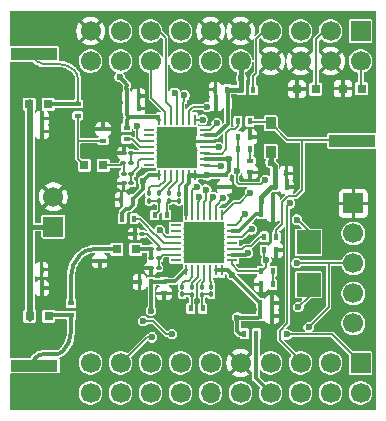
<source format=gbr>
%TF.GenerationSoftware,KiCad,Pcbnew,9.0.7-9.0.7~ubuntu24.04.1*%
%TF.CreationDate,2026-01-18T20:13:28+01:00*%
%TF.ProjectId,board,626f6172-642e-46b6-9963-61645f706362,rev?*%
%TF.SameCoordinates,Original*%
%TF.FileFunction,Copper,L1,Top*%
%TF.FilePolarity,Positive*%
%FSLAX46Y46*%
G04 Gerber Fmt 4.6, Leading zero omitted, Abs format (unit mm)*
G04 Created by KiCad (PCBNEW 9.0.7-9.0.7~ubuntu24.04.1) date 2026-01-18 20:13:28*
%MOMM*%
%LPD*%
G01*
G04 APERTURE LIST*
G04 Aperture macros list*
%AMRoundRect*
0 Rectangle with rounded corners*
0 $1 Rounding radius*
0 $2 $3 $4 $5 $6 $7 $8 $9 X,Y pos of 4 corners*
0 Add a 4 corners polygon primitive as box body*
4,1,4,$2,$3,$4,$5,$6,$7,$8,$9,$2,$3,0*
0 Add four circle primitives for the rounded corners*
1,1,$1+$1,$2,$3*
1,1,$1+$1,$4,$5*
1,1,$1+$1,$6,$7*
1,1,$1+$1,$8,$9*
0 Add four rect primitives between the rounded corners*
20,1,$1+$1,$2,$3,$4,$5,0*
20,1,$1+$1,$4,$5,$6,$7,0*
20,1,$1+$1,$6,$7,$8,$9,0*
20,1,$1+$1,$8,$9,$2,$3,0*%
G04 Aperture macros list end*
%TA.AperFunction,SMDPad,CuDef*%
%ADD10R,4.000000X1.000000*%
%TD*%
%TA.AperFunction,SMDPad,CuDef*%
%ADD11R,0.450000X0.600000*%
%TD*%
%TA.AperFunction,SMDPad,CuDef*%
%ADD12R,0.600000X0.450000*%
%TD*%
%TA.AperFunction,SMDPad,CuDef*%
%ADD13RoundRect,0.100000X0.130000X0.100000X-0.130000X0.100000X-0.130000X-0.100000X0.130000X-0.100000X0*%
%TD*%
%TA.AperFunction,SMDPad,CuDef*%
%ADD14RoundRect,0.100000X-0.100000X0.130000X-0.100000X-0.130000X0.100000X-0.130000X0.100000X0.130000X0*%
%TD*%
%TA.AperFunction,ComponentPad*%
%ADD15R,1.700000X1.700000*%
%TD*%
%TA.AperFunction,ComponentPad*%
%ADD16C,1.700000*%
%TD*%
%TA.AperFunction,SMDPad,CuDef*%
%ADD17R,2.000000X2.000000*%
%TD*%
%TA.AperFunction,SMDPad,CuDef*%
%ADD18R,0.950000X0.260000*%
%TD*%
%TA.AperFunction,SMDPad,CuDef*%
%ADD19R,0.260000X0.950000*%
%TD*%
%TA.AperFunction,SMDPad,CuDef*%
%ADD20R,1.400000X1.400000*%
%TD*%
%TA.AperFunction,SMDPad,CuDef*%
%ADD21R,3.250000X3.250000*%
%TD*%
%TA.AperFunction,ComponentPad*%
%ADD22C,0.858000*%
%TD*%
%TA.AperFunction,SMDPad,CuDef*%
%ADD23R,0.800000X0.800000*%
%TD*%
%TA.AperFunction,SMDPad,CuDef*%
%ADD24R,0.900000X1.000000*%
%TD*%
%TA.AperFunction,ComponentPad*%
%ADD25O,1.700000X1.700000*%
%TD*%
%TA.AperFunction,ViaPad*%
%ADD26C,0.600000*%
%TD*%
%TA.AperFunction,Conductor*%
%ADD27C,0.152400*%
%TD*%
%TA.AperFunction,Conductor*%
%ADD28C,0.304800*%
%TD*%
%TA.AperFunction,Conductor*%
%ADD29C,0.400000*%
%TD*%
%TA.AperFunction,Conductor*%
%ADD30C,0.200000*%
%TD*%
%TA.AperFunction,Conductor*%
%ADD31C,0.355600*%
%TD*%
%TA.AperFunction,Conductor*%
%ADD32C,0.406400*%
%TD*%
%TA.AperFunction,Conductor*%
%ADD33C,0.500000*%
%TD*%
G04 APERTURE END LIST*
D10*
%TO.P,J1,P3,GND*%
%TO.N,CPAD_2.2MM*%
X139230000Y-83180000D03*
%TO.P,J1,P2,GND*%
X139230000Y-88680000D03*
%TO.P,J1,P1,RF*%
%TO.N,Net-(J1-RF)*%
X139230000Y-85930000D03*
%TD*%
D11*
%TO.P,C14,1,1*%
%TO.N,CPAD_2.2MM*%
X139920000Y-105750000D03*
%TO.P,C14,2,2*%
%TO.N,/5V*%
X138920000Y-105750000D03*
%TD*%
%TO.P,C30,1,1*%
%TO.N,+3.3V*%
X147100000Y-89510000D03*
%TO.P,C30,2,2*%
%TO.N,CPAD_2.2MM*%
X148100000Y-89510000D03*
%TD*%
D12*
%TO.P,C4,1,1*%
%TO.N,Net-(L3-P$1)*%
X144810000Y-102480000D03*
%TO.P,C4,2,2*%
%TO.N,CPAD_2.2MM*%
X144810000Y-103480000D03*
%TD*%
D11*
%TO.P,R3,1,P$1*%
%TO.N,Net-(R3-P$1)*%
X159460000Y-104310000D03*
%TO.P,R3,2,P$2*%
%TO.N,CP2OUT*%
X158460000Y-104310000D03*
%TD*%
%TO.P,C31,1,1*%
%TO.N,+3.3V*%
X147650000Y-98270000D03*
%TO.P,C31,2,2*%
%TO.N,CPAD_2.2MM*%
X146650000Y-98270000D03*
%TD*%
%TO.P,C5,1,1*%
%TO.N,Net-(R10-P$2)*%
X149470000Y-99580000D03*
%TO.P,C5,2,2*%
%TO.N,Net-(R11-P$2)*%
X150470000Y-99580000D03*
%TD*%
%TO.P,C36,1,1*%
%TO.N,+3.3V*%
X158500000Y-98480000D03*
%TO.P,C36,2,2*%
%TO.N,CPAD_2.2MM*%
X159500000Y-98480000D03*
%TD*%
D13*
%TO.P,R20,1,P$1*%
%TO.N,Net-(R18-P$1)*%
X149790000Y-104060000D03*
%TO.P,R20,2,P$2*%
%TO.N,CPAD_2.2MM*%
X149150000Y-104060000D03*
%TD*%
%TO.P,R7,1,P$1*%
%TO.N,Net-(R6-P$1)*%
X147470000Y-96890000D03*
%TO.P,R7,2,P$2*%
%TO.N,CPAD_2.2MM*%
X146830000Y-96890000D03*
%TD*%
D14*
%TO.P,R12,1,P$1*%
%TO.N,Net-(R12-P$1)*%
X151510000Y-97760000D03*
%TO.P,R12,2,P$2*%
%TO.N,Net-(R11-P$2)*%
X151510000Y-98400000D03*
%TD*%
D12*
%TO.P,C16,1,1*%
%TO.N,+3.3V*%
X155390000Y-96220000D03*
%TO.P,C16,2,2*%
%TO.N,CPAD_2.2MM*%
X155390000Y-97220000D03*
%TD*%
D15*
%TO.P,J5,1,Pin_1*%
%TO.N,CPAD_2.2MM*%
X166280000Y-98590000D03*
D16*
%TO.P,J5,2,Pin_2*%
%TO.N,PA7*%
X166280000Y-101130000D03*
%TO.P,J5,3,Pin_3*%
%TO.N,SCLK*%
X166280000Y-103670000D03*
%TO.P,J5,4,Pin_4*%
%TO.N,SDATA*%
X166280000Y-106210000D03*
%TO.P,J5,5,Pin_5*%
%TO.N,+3.3V*%
X166280000Y-108750000D03*
%TD*%
D13*
%TO.P,R6,1,P$1*%
%TO.N,Net-(R6-P$1)*%
X147490000Y-96070000D03*
%TO.P,R6,2,P$2*%
%TO.N,Net-(L1-P$2)*%
X146850000Y-96070000D03*
%TD*%
D12*
%TO.P,C3,1,1*%
%TO.N,Net-(J4-RF)*%
X142370000Y-108050000D03*
%TO.P,C3,2,2*%
%TO.N,Net-(L3-P$1)*%
X142370000Y-107050000D03*
%TD*%
D11*
%TO.P,C18,1,1*%
%TO.N,+3.3V*%
X158400000Y-107030000D03*
%TO.P,C18,2,2*%
%TO.N,CPAD_2.2MM*%
X159400000Y-107030000D03*
%TD*%
%TO.P,C7,1,1*%
%TO.N,CP1OUT*%
X156530000Y-92950000D03*
%TO.P,C7,2,2*%
%TO.N,CPAD_2.2MM*%
X157530000Y-92950000D03*
%TD*%
D13*
%TO.P,R19,1,P$1*%
%TO.N,Net-(R17-P$1)*%
X148420000Y-101180000D03*
%TO.P,R19,2,P$2*%
%TO.N,CPAD_2.2MM*%
X147780000Y-101180000D03*
%TD*%
D12*
%TO.P,C33,1,1*%
%TO.N,+3.3V*%
X150260000Y-105210000D03*
%TO.P,C33,2,2*%
%TO.N,CPAD_2.2MM*%
X150260000Y-106210000D03*
%TD*%
D17*
%TO.P,CP1,1,1*%
%TO.N,CP1OUT*%
X162490000Y-101890000D03*
%TD*%
D11*
%TO.P,C35,1,1*%
%TO.N,+3.3V*%
X158400000Y-108110000D03*
%TO.P,C35,2,2*%
%TO.N,CPAD_2.2MM*%
X159400000Y-108110000D03*
%TD*%
D15*
%TO.P,J3,1,Pin_1*%
%TO.N,/5V*%
X140880000Y-100565000D03*
D16*
%TO.P,J3,2,Pin_2*%
%TO.N,CPAD_2.2MM*%
X140880000Y-98025000D03*
%TD*%
D11*
%TO.P,C20,1,1*%
%TO.N,Net-(R23-P$2)*%
X152520000Y-107480000D03*
%TO.P,C20,2,2*%
%TO.N,Net-(R25-P$2)*%
X153520000Y-107480000D03*
%TD*%
D13*
%TO.P,R8,1,P$1*%
%TO.N,Net-(R5-P$1)*%
X147490000Y-94340000D03*
%TO.P,R8,2,P$2*%
%TO.N,CPAD_2.2MM*%
X146850000Y-94340000D03*
%TD*%
D14*
%TO.P,R11,1,P$1*%
%TO.N,Net-(R11-P$1)*%
X150650000Y-97710000D03*
%TO.P,R11,2,P$2*%
%TO.N,Net-(R11-P$2)*%
X150650000Y-98350000D03*
%TD*%
D11*
%TO.P,C11,1,1*%
%TO.N,CP2OUT*%
X158750000Y-102540000D03*
%TO.P,C11,2,2*%
%TO.N,CPAD_2.2MM*%
X159750000Y-102540000D03*
%TD*%
%TO.P,R4,1,P$1*%
%TO.N,Net-(R4-P$1)*%
X147720000Y-99870000D03*
%TO.P,R4,2,P$2*%
%TO.N,+3.3V*%
X146720000Y-99870000D03*
%TD*%
%TO.P,C19,1,1*%
%TO.N,CPAD_2.2MM*%
X139920000Y-91400000D03*
%TO.P,C19,2,2*%
%TO.N,/5V*%
X138920000Y-91400000D03*
%TD*%
D14*
%TO.P,R10,1,P$1*%
%TO.N,Net-(R10-P$1)*%
X149850000Y-97750000D03*
%TO.P,R10,2,P$2*%
%TO.N,Net-(R10-P$2)*%
X149850000Y-98390000D03*
%TD*%
D11*
%TO.P,C43,1,1*%
%TO.N,CPAD_2.2MM*%
X139890000Y-104190000D03*
%TO.P,C43,2,2*%
%TO.N,/5V*%
X138890000Y-104190000D03*
%TD*%
%TO.P,C32,1,1*%
%TO.N,+3.3V*%
X159640000Y-97180000D03*
%TO.P,C32,2,2*%
%TO.N,CPAD_2.2MM*%
X160640000Y-97180000D03*
%TD*%
D18*
%TO.P,U1,1,CPOUT*%
%TO.N,CP1OUT*%
X153680000Y-95340000D03*
%TO.P,U1,2,VCCCP*%
%TO.N,+3.3V*%
X153680000Y-94840000D03*
%TO.P,U1,3,XTAL*%
%TO.N,Net-(U1-XTAL)*%
X153680000Y-94340000D03*
%TO.P,U1,4,CLKOUT*%
%TO.N,DCLK*%
X153680000Y-93840000D03*
%TO.P,U1,5,ADC_CLKIN*%
%TO.N,CPAD_2.2MM*%
X153680000Y-93340000D03*
%TO.P,U1,6,VCCD*%
%TO.N,+3.3V*%
X153680000Y-92840000D03*
%TO.P,U1,7,SDATA*%
%TO.N,SDATA*%
X153680000Y-92340000D03*
D19*
%TO.P,U1,8,SCLK*%
%TO.N,SCLK*%
X152840000Y-91500000D03*
%TO.P,U1,9,CSN*%
%TO.N,CSN_A*%
X152340000Y-91500000D03*
%TO.P,U1,10,Q1*%
%TO.N,Q1_A*%
X151840000Y-91500000D03*
%TO.P,U1,11,Q0*%
%TO.N,Q0_A*%
X151340000Y-91500000D03*
%TO.P,U1,12,I0*%
%TO.N,I0_A*%
X150840000Y-91500000D03*
%TO.P,U1,13,I1*%
%TO.N,I1_A*%
X150340000Y-91500000D03*
%TO.P,U1,14,VCCADC*%
%TO.N,+3.3V*%
X149840000Y-91500000D03*
D18*
%TO.P,U1,15,ANAIPOUT*%
%TO.N,unconnected-(U1-ANAIPOUT-Pad15)*%
X149000000Y-92340000D03*
%TO.P,U1,16,ANAINOUT*%
%TO.N,unconnected-(U1-ANAINOUT-Pad16)*%
X149000000Y-92840000D03*
%TO.P,U1,17,LD*%
%TO.N,LOCK_A*%
X149000000Y-93340000D03*
%TO.P,U1,18,SHDN*%
%TO.N,Net-(R2-P$1)*%
X149000000Y-93840000D03*
%TO.P,U1,19,LNAIN_HI*%
%TO.N,Net-(R5-P$1)*%
X149000000Y-94340000D03*
%TO.P,U1,20,LNAIN_LO*%
%TO.N,Net-(R6-P$1)*%
X149000000Y-94840000D03*
%TO.P,U1,21,NC*%
%TO.N,unconnected-(U1-NC-Pad21)*%
X149000000Y-95340000D03*
D19*
%TO.P,U1,22,VCCRF*%
%TO.N,+3.3V*%
X149840000Y-96180000D03*
%TO.P,U1,23,LNAOUT_LO*%
%TO.N,Net-(R9-P$1)*%
X150340000Y-96180000D03*
%TO.P,U1,24,LNAOUT_HI*%
%TO.N,Net-(R10-P$1)*%
X150840000Y-96180000D03*
%TO.P,U1,25,MIXIN_HI*%
%TO.N,Net-(R11-P$1)*%
X151340000Y-96180000D03*
%TO.P,U1,26,MIXIN_LO*%
%TO.N,Net-(R12-P$1)*%
X151840000Y-96180000D03*
%TO.P,U1,27,VCCIF*%
%TO.N,+3.3V*%
X152340000Y-96180000D03*
%TO.P,U1,28,VCCVCO*%
X152840000Y-96180000D03*
D20*
%TO.P,U1,C1,EP*%
%TO.N,CPAD_2.2MM*%
X152190000Y-94690000D03*
%TO.P,U1,C2,EP*%
X152190000Y-92990000D03*
%TO.P,U1,C3,EP*%
X150490000Y-94690000D03*
%TO.P,U1,C4,EP*%
X150490000Y-92990000D03*
D21*
%TO.P,U1,EP,EP*%
X151340000Y-93840000D03*
D22*
%TO.P,U1,V1,EP*%
X152440000Y-94940000D03*
%TO.P,U1,V2,EP*%
X152440000Y-93840000D03*
%TO.P,U1,V3,EP*%
X152440000Y-92740000D03*
%TO.P,U1,V4,EP*%
X151340000Y-94940000D03*
%TO.P,U1,V5,EP*%
X151340000Y-93840000D03*
%TO.P,U1,V6,EP*%
X151340000Y-92740000D03*
%TO.P,U1,V7,EP*%
X150240000Y-94940000D03*
%TO.P,U1,V8,EP*%
X150240000Y-93840000D03*
%TO.P,U1,V9,EP*%
X150240000Y-92740000D03*
%TD*%
D14*
%TO.P,R9,1,P$1*%
%TO.N,Net-(R9-P$1)*%
X149020000Y-97750000D03*
%TO.P,R9,2,P$2*%
%TO.N,Net-(R10-P$2)*%
X149020000Y-98390000D03*
%TD*%
D11*
%TO.P,C39,1,1*%
%TO.N,+3.3V*%
X155600000Y-88960000D03*
%TO.P,C39,2,2*%
%TO.N,CPAD_2.2MM*%
X154600000Y-88960000D03*
%TD*%
D12*
%TO.P,C2,1,1*%
%TO.N,CPAD_2.2MM*%
X145100000Y-92290000D03*
%TO.P,C2,2,2*%
%TO.N,Net-(L1-P$1)*%
X145100000Y-93290000D03*
%TD*%
D14*
%TO.P,R24,1,P$1*%
%TO.N,Net-(R24-P$1)*%
X152630000Y-105670000D03*
%TO.P,R24,2,P$2*%
%TO.N,Net-(R23-P$2)*%
X152630000Y-106310000D03*
%TD*%
D10*
%TO.P,J2,P1,RF*%
%TO.N,/PLL_CLK*%
X166180000Y-93300000D03*
%TO.P,J2,P2,GND*%
%TO.N,CPAD_2.2MM*%
X166180000Y-90550000D03*
%TO.P,J2,P3,GND*%
X166180000Y-96050000D03*
%TD*%
D11*
%TO.P,C8,1,1*%
%TO.N,/PLL_CLK*%
X157510000Y-91640000D03*
%TO.P,C8,2,2*%
%TO.N,Net-(U1-XTAL)*%
X156510000Y-91640000D03*
%TD*%
D23*
%TO.P,L4,1,P$1*%
%TO.N,/5V*%
X138850000Y-90200000D03*
%TO.P,L4,2,P$2*%
%TO.N,Net-(J1-RF)*%
X140450000Y-90200000D03*
%TD*%
D11*
%TO.P,R15,1,P$1*%
%TO.N,/SLRD*%
X157810000Y-88970000D03*
%TO.P,R15,2,P$2*%
%TO.N,+3.3V*%
X156810000Y-88970000D03*
%TD*%
%TO.P,C13,1,1*%
%TO.N,+3.3V*%
X159620000Y-96050000D03*
%TO.P,C13,2,2*%
%TO.N,CPAD_2.2MM*%
X160620000Y-96050000D03*
%TD*%
D23*
%TO.P,L2,1,P$1*%
%TO.N,/5V*%
X138890000Y-108130000D03*
%TO.P,L2,2,P$2*%
%TO.N,Net-(J4-RF)*%
X140490000Y-108130000D03*
%TD*%
D13*
%TO.P,R5,1,P$1*%
%TO.N,Net-(R5-P$1)*%
X147460000Y-95180000D03*
%TO.P,R5,2,P$2*%
%TO.N,Net-(L1-P$2)*%
X146820000Y-95180000D03*
%TD*%
D11*
%TO.P,C12,1,1*%
%TO.N,/PLL_CLK*%
X159750000Y-101420000D03*
%TO.P,C12,2,2*%
%TO.N,Net-(U2-XTAL)*%
X158750000Y-101420000D03*
%TD*%
D17*
%TO.P,CP2,1,1*%
%TO.N,CP2OUT*%
X162510000Y-105490000D03*
%TD*%
D24*
%TO.P,TCXO0,1,NC*%
%TO.N,CPAD_2.2MM*%
X161080000Y-94200000D03*
%TO.P,TCXO0,2,GND*%
X161080000Y-91800000D03*
%TO.P,TCXO0,3,OUT*%
%TO.N,/PLL_CLK*%
X159280000Y-91800000D03*
%TO.P,TCXO0,4,VDD*%
%TO.N,+3.3V*%
X159280000Y-94200000D03*
%TD*%
D13*
%TO.P,R17,1,P$1*%
%TO.N,Net-(R17-P$1)*%
X149830000Y-102420000D03*
%TO.P,R17,2,P$2*%
%TO.N,Net-(L3-P$2)*%
X149190000Y-102420000D03*
%TD*%
D10*
%TO.P,J4,P1,RF*%
%TO.N,Net-(J4-RF)*%
X139260000Y-112340000D03*
%TO.P,J4,P2,GND*%
%TO.N,CPAD_2.2MM*%
X139260000Y-115090000D03*
%TO.P,J4,P3,GND*%
X139260000Y-109590000D03*
%TD*%
D14*
%TO.P,R23,1,P$1*%
%TO.N,Net-(R23-P$1)*%
X151800000Y-105660000D03*
%TO.P,R23,2,P$2*%
%TO.N,Net-(R23-P$2)*%
X151800000Y-106300000D03*
%TD*%
D11*
%TO.P,C34,1,1*%
%TO.N,+3.3V*%
X149180000Y-105240000D03*
%TO.P,C34,2,2*%
%TO.N,CPAD_2.2MM*%
X148180000Y-105240000D03*
%TD*%
%TO.P,C10,1,1*%
%TO.N,Net-(R3-P$1)*%
X159470000Y-105450000D03*
%TO.P,C10,2,2*%
%TO.N,CPAD_2.2MM*%
X158470000Y-105450000D03*
%TD*%
%TO.P,R14,1,P$1*%
%TO.N,/PA5*%
X158060000Y-109620000D03*
%TO.P,R14,2,P$2*%
%TO.N,+3.3V*%
X157060000Y-109620000D03*
%TD*%
%TO.P,R1,1,P$1*%
%TO.N,Net-(R1-P$1)*%
X157530000Y-94010000D03*
%TO.P,R1,2,P$2*%
%TO.N,CP1OUT*%
X156530000Y-94010000D03*
%TD*%
%TO.P,C17,1,1*%
%TO.N,+3.3V*%
X155660000Y-90120000D03*
%TO.P,C17,2,2*%
%TO.N,CPAD_2.2MM*%
X154660000Y-90120000D03*
%TD*%
%TO.P,C38,1,1*%
%TO.N,+3.3V*%
X158500000Y-99470000D03*
%TO.P,C38,2,2*%
%TO.N,CPAD_2.2MM*%
X159500000Y-99470000D03*
%TD*%
%TO.P,C15,1,1*%
%TO.N,CPAD_2.2MM*%
X139910000Y-92500000D03*
%TO.P,C15,2,2*%
%TO.N,/5V*%
X138910000Y-92500000D03*
%TD*%
D18*
%TO.P,U2,1,CPOUT*%
%TO.N,CP2OUT*%
X155980000Y-103420000D03*
%TO.P,U2,2,VCCCP*%
%TO.N,+3.3V*%
X155980000Y-102920000D03*
%TO.P,U2,3,XTAL*%
%TO.N,Net-(U2-XTAL)*%
X155980000Y-102420000D03*
%TO.P,U2,4,CLKOUT*%
%TO.N,unconnected-(U2-CLKOUT-Pad4)*%
X155980000Y-101920000D03*
%TO.P,U2,5,ADC_CLKIN*%
%TO.N,DCLK*%
X155980000Y-101420000D03*
%TO.P,U2,6,VCCD*%
%TO.N,+3.3V*%
X155980000Y-100920000D03*
%TO.P,U2,7,SDATA*%
%TO.N,SDATA*%
X155980000Y-100420000D03*
D19*
%TO.P,U2,8,SCLK*%
%TO.N,SCLK*%
X155140000Y-99580000D03*
%TO.P,U2,9,CSN*%
%TO.N,CSN_B*%
X154640000Y-99580000D03*
%TO.P,U2,10,Q1*%
%TO.N,Q1_B*%
X154140000Y-99580000D03*
%TO.P,U2,11,Q0*%
%TO.N,Q0_B*%
X153640000Y-99580000D03*
%TO.P,U2,12,I0*%
%TO.N,I0_B*%
X153140000Y-99580000D03*
%TO.P,U2,13,I1*%
%TO.N,I1_B*%
X152640000Y-99580000D03*
%TO.P,U2,14,VCCADC*%
%TO.N,+3.3V*%
X152140000Y-99580000D03*
D18*
%TO.P,U2,15,ANAIPOUT*%
%TO.N,unconnected-(U2-ANAIPOUT-Pad15)*%
X151300000Y-100420000D03*
%TO.P,U2,16,ANAINOUT*%
%TO.N,unconnected-(U2-ANAINOUT-Pad16)*%
X151300000Y-100920000D03*
%TO.P,U2,17,LD*%
%TO.N,LOCK_B*%
X151300000Y-101420000D03*
%TO.P,U2,18,SHDN*%
%TO.N,Net-(R4-P$1)*%
X151300000Y-101920000D03*
%TO.P,U2,19,LNAIN_HI*%
%TO.N,Net-(R17-P$1)*%
X151300000Y-102420000D03*
%TO.P,U2,20,LNAIN_LO*%
%TO.N,Net-(R18-P$1)*%
X151300000Y-102920000D03*
%TO.P,U2,21,NC*%
%TO.N,unconnected-(U2-NC-Pad21)*%
X151300000Y-103420000D03*
D19*
%TO.P,U2,22,VCCRF*%
%TO.N,+3.3V*%
X152140000Y-104260000D03*
%TO.P,U2,23,LNAOUT_LO*%
%TO.N,Net-(R23-P$1)*%
X152640000Y-104260000D03*
%TO.P,U2,24,LNAOUT_HI*%
%TO.N,Net-(R24-P$1)*%
X153140000Y-104260000D03*
%TO.P,U2,25,MIXIN_HI*%
%TO.N,Net-(R25-P$1)*%
X153640000Y-104260000D03*
%TO.P,U2,26,MIXIN_LO*%
%TO.N,Net-(R26-P$1)*%
X154140000Y-104260000D03*
%TO.P,U2,27,VCCIF*%
%TO.N,+3.3V*%
X154640000Y-104260000D03*
%TO.P,U2,28,VCCVCO*%
X155140000Y-104260000D03*
D20*
%TO.P,U2,C1,EP*%
%TO.N,CPAD_2.2MM*%
X154490000Y-102770000D03*
%TO.P,U2,C2,EP*%
X154490000Y-101070000D03*
%TO.P,U2,C3,EP*%
X152790000Y-102770000D03*
%TO.P,U2,C4,EP*%
X152790000Y-101070000D03*
D21*
%TO.P,U2,EP,EP*%
X153640000Y-101920000D03*
D22*
%TO.P,U2,V1,EP*%
X154740000Y-103020000D03*
%TO.P,U2,V2,EP*%
X154740000Y-101920000D03*
%TO.P,U2,V3,EP*%
X154740000Y-100820000D03*
%TO.P,U2,V4,EP*%
X153640000Y-103020000D03*
%TO.P,U2,V5,EP*%
X153640000Y-101920000D03*
%TO.P,U2,V6,EP*%
X153640000Y-100820000D03*
%TO.P,U2,V7,EP*%
X152540000Y-103020000D03*
%TO.P,U2,V8,EP*%
X152540000Y-101920000D03*
%TO.P,U2,V9,EP*%
X152540000Y-100820000D03*
%TD*%
D12*
%TO.P,C1,1,1*%
%TO.N,Net-(J1-RF)*%
X142950000Y-90170000D03*
%TO.P,C1,2,2*%
%TO.N,Net-(L1-P$1)*%
X142950000Y-91170000D03*
%TD*%
%TO.P,C6,1,1*%
%TO.N,Net-(R1-P$1)*%
X157550000Y-94960000D03*
%TO.P,C6,2,2*%
%TO.N,CPAD_2.2MM*%
X157550000Y-95960000D03*
%TD*%
D13*
%TO.P,R18,1,P$1*%
%TO.N,Net-(R18-P$1)*%
X149800000Y-103250000D03*
%TO.P,R18,2,P$2*%
%TO.N,Net-(L3-P$2)*%
X149160000Y-103250000D03*
%TD*%
D23*
%TO.P,L3,1,P$1*%
%TO.N,Net-(L3-P$1)*%
X146250000Y-102470000D03*
%TO.P,L3,2,P$2*%
%TO.N,Net-(L3-P$2)*%
X147850000Y-102470000D03*
%TD*%
%TO.P,L1,1,P$1*%
%TO.N,Net-(L1-P$1)*%
X143500000Y-95360000D03*
%TO.P,L1,2,P$2*%
%TO.N,Net-(L1-P$2)*%
X145100000Y-95360000D03*
%TD*%
%TO.P,LED5,1,+*%
%TO.N,/PD6*%
X167000000Y-88870000D03*
%TO.P,LED5,2,P$2*%
%TO.N,CPAD_2.2MM*%
X165400000Y-88870000D03*
%TD*%
D11*
%TO.P,C42,1,1*%
%TO.N,+3.3V*%
X147100000Y-90540000D03*
%TO.P,C42,2,2*%
%TO.N,CPAD_2.2MM*%
X148100000Y-90540000D03*
%TD*%
D23*
%TO.P,LED6,1,+*%
%TO.N,PD7*%
X163090000Y-88910000D03*
%TO.P,LED6,2,P$2*%
%TO.N,CPAD_2.2MM*%
X161490000Y-88910000D03*
%TD*%
D14*
%TO.P,R25,1,P$1*%
%TO.N,Net-(R25-P$1)*%
X153450000Y-105665000D03*
%TO.P,R25,2,P$2*%
%TO.N,Net-(R25-P$2)*%
X153450000Y-106305000D03*
%TD*%
D12*
%TO.P,R2,1,P$1*%
%TO.N,Net-(R2-P$1)*%
X147080000Y-93170000D03*
%TO.P,R2,2,P$2*%
%TO.N,+3.3V*%
X147080000Y-92170000D03*
%TD*%
D14*
%TO.P,R26,1,P$1*%
%TO.N,Net-(R26-P$1)*%
X154250000Y-105660000D03*
%TO.P,R26,2,P$2*%
%TO.N,Net-(R25-P$2)*%
X154250000Y-106300000D03*
%TD*%
D15*
%TO.P,P2,1,Pin_1*%
%TO.N,LOCK_B*%
X166900000Y-112100000D03*
D16*
%TO.P,P2,2,Pin_2*%
%TO.N,SDATA*%
X166900000Y-114640000D03*
%TO.P,P2,3,Pin_3*%
%TO.N,SCLK*%
X164360000Y-112100000D03*
%TO.P,P2,4,Pin_4*%
%TO.N,CSN_B*%
X164360000Y-114640000D03*
%TO.P,P2,5,Pin_5*%
%TO.N,CSN_A*%
X161820000Y-112100000D03*
%TO.P,P2,6,Pin_6*%
%TO.N,PA7*%
X161820000Y-114640000D03*
%TO.P,P2,7,Pin_7*%
%TO.N,unconnected-(P2-Pin_7-Pad7)*%
X159280000Y-112100000D03*
%TO.P,P2,8,Pin_8*%
%TO.N,/PA5*%
X159280000Y-114640000D03*
%TO.P,P2,9,Pin_9*%
%TO.N,CPAD_2.2MM*%
X156740000Y-112100000D03*
%TO.P,P2,10,Pin_10*%
%TO.N,unconnected-(P2-Pin_10-Pad10)*%
X156740000Y-114640000D03*
%TO.P,P2,11,Pin_11*%
%TO.N,unconnected-(P2-Pin_11-Pad11)*%
X154200000Y-112100000D03*
D25*
%TO.P,P2,12,Pin_12*%
%TO.N,unconnected-(P2-Pin_12-Pad12)*%
X154200000Y-114640000D03*
D16*
%TO.P,P2,13,Pin_13*%
%TO.N,unconnected-(P2-Pin_13-Pad13)*%
X151660000Y-112100000D03*
%TO.P,P2,14,Pin_14*%
%TO.N,unconnected-(P2-Pin_14-Pad14)*%
X151660000Y-114640000D03*
%TO.P,P2,15,Pin_15*%
%TO.N,unconnected-(P2-Pin_15-Pad15)*%
X149120000Y-112100000D03*
%TO.P,P2,16,Pin_16*%
%TO.N,unconnected-(P2-Pin_16-Pad16)*%
X149120000Y-114640000D03*
%TO.P,P2,17,Pin_17*%
%TO.N,Q1_B*%
X146580000Y-112100000D03*
%TO.P,P2,18,Pin_18*%
%TO.N,Q0_B*%
X146580000Y-114640000D03*
%TO.P,P2,19,Pin_19*%
%TO.N,I1_B*%
X144040000Y-112100000D03*
%TO.P,P2,20,Pin_20*%
%TO.N,I0_B*%
X144040000Y-114640000D03*
%TD*%
D15*
%TO.P,P1,1,Pin_1*%
%TO.N,LOCK_A*%
X166900000Y-84000000D03*
D16*
%TO.P,P1,2,Pin_2*%
%TO.N,/PD6*%
X166900000Y-86540000D03*
%TO.P,P1,3,Pin_3*%
%TO.N,PD7*%
X164360000Y-84000000D03*
%TO.P,P1,4,Pin_4*%
%TO.N,CPAD_2.2MM*%
X164360000Y-86540000D03*
%TO.P,P1,5,Pin_5*%
%TO.N,unconnected-(P1-Pin_5-Pad5)*%
X161820000Y-84000000D03*
%TO.P,P1,6,Pin_6*%
%TO.N,CPAD_2.2MM*%
X161820000Y-86540000D03*
%TO.P,P1,7,Pin_7*%
%TO.N,/SLRD*%
X159280000Y-84000000D03*
%TO.P,P1,8,Pin_8*%
%TO.N,CPAD_2.2MM*%
X159280000Y-86540000D03*
%TO.P,P1,9,Pin_9*%
X156740000Y-84000000D03*
%TO.P,P1,10,Pin_10*%
%TO.N,+3.3V*%
X156740000Y-86540000D03*
%TO.P,P1,11,Pin_11*%
%TO.N,CPAD_2.2MM*%
X154200000Y-84000000D03*
%TO.P,P1,12,Pin_12*%
%TO.N,DCLK*%
X154200000Y-86540000D03*
%TO.P,P1,13,Pin_13*%
%TO.N,unconnected-(P1-Pin_13-Pad13)*%
X151660000Y-84000000D03*
%TO.P,P1,14,Pin_14*%
%TO.N,unconnected-(P1-Pin_14-Pad14)*%
X151660000Y-86540000D03*
%TO.P,P1,15,Pin_15*%
%TO.N,I0_A*%
X149120000Y-84000000D03*
%TO.P,P1,16,Pin_16*%
%TO.N,I1_A*%
X149120000Y-86540000D03*
%TO.P,P1,17,Pin_17*%
%TO.N,Q0_A*%
X146580000Y-84000000D03*
%TO.P,P1,18,Pin_18*%
%TO.N,Q1_A*%
X146580000Y-86540000D03*
%TO.P,P1,19,Pin_19*%
%TO.N,CPAD_2.2MM*%
X144040000Y-84000000D03*
%TO.P,P1,20,Pin_20*%
%TO.N,+3.3V*%
X144040000Y-86540000D03*
%TD*%
D26*
%TO.N,CPAD_2.2MM*%
X160150000Y-103470000D03*
X157360000Y-104900000D03*
X159130000Y-100480000D03*
X159210000Y-110520000D03*
X156420000Y-97490000D03*
%TO.N,CP1OUT*%
X161510000Y-99960000D03*
X158838600Y-96610000D03*
%TO.N,CP2OUT*%
X161623600Y-107370000D03*
X158904400Y-103420000D03*
%TO.N,CPAD_2.2MM*%
X163090000Y-98620000D03*
%TO.N,CP1OUT*%
X155050000Y-95400000D03*
X156401400Y-95814000D03*
%TO.N,CPAD_2.2MM*%
X145550000Y-94260000D03*
X163620000Y-110750000D03*
X147150000Y-110550000D03*
X151330000Y-99330000D03*
X155450000Y-106310000D03*
X163480000Y-90360000D03*
X158440000Y-90300000D03*
X145160000Y-105840000D03*
X144570000Y-101320000D03*
X144780000Y-97020000D03*
X140920000Y-94150000D03*
%TO.N,+3.3V*%
X153923800Y-96224491D03*
X146490000Y-87900000D03*
X159280000Y-95130000D03*
X155995000Y-104625000D03*
X149150000Y-107660000D03*
X156460000Y-108260000D03*
X157322565Y-102797435D03*
X155790000Y-94800000D03*
X148470000Y-96670000D03*
X156790000Y-87980000D03*
%TO.N,SDATA*%
X154720000Y-91800000D03*
X157118683Y-99468683D03*
%TO.N,SCLK*%
X162510000Y-109050000D03*
X153510000Y-91490000D03*
X161490000Y-103640000D03*
X157530000Y-97670000D03*
%TO.N,Q0_A*%
X151150000Y-89220000D03*
%TO.N,DCLK*%
X154870000Y-93850000D03*
X157680000Y-100780000D03*
%TO.N,Q1_A*%
X151980000Y-89440000D03*
%TO.N,LOCK_A*%
X148000000Y-92080000D03*
%TO.N,LOCK_B*%
X148500000Y-108560000D03*
X160670000Y-109690000D03*
X150920000Y-109660000D03*
X149890000Y-100850000D03*
%TO.N,I0_B*%
X153230000Y-98020000D03*
%TO.N,CSN_B*%
X155260000Y-98160000D03*
%TO.N,CSN_A*%
X153910000Y-90430000D03*
X160900000Y-98590000D03*
%TO.N,Q0_B*%
X153820000Y-97420000D03*
%TO.N,I1_B*%
X153020000Y-97210000D03*
%TO.N,Q1_B*%
X149240000Y-109920000D03*
X154440000Y-98070000D03*
%TD*%
D27*
%TO.N,CSN_A*%
X160900000Y-98590000D02*
X160700000Y-98790000D01*
X160060000Y-110130000D02*
X161860000Y-111930000D01*
X160700000Y-98790000D02*
X160700000Y-108740000D01*
X160700000Y-108740000D02*
X160060000Y-109380000D01*
X160060000Y-109380000D02*
X160060000Y-110130000D01*
X161860000Y-111930000D02*
X161860000Y-112130000D01*
%TO.N,SCLK*%
X164200000Y-103640000D02*
X161490000Y-103640000D01*
X166250000Y-103640000D02*
X164200000Y-103640000D01*
X162510000Y-109050000D02*
X164200000Y-107360000D01*
X164200000Y-107360000D02*
X164200000Y-103640000D01*
%TO.N,CP2OUT*%
X161623600Y-107370000D02*
X162510000Y-106483600D01*
X162510000Y-106483600D02*
X162510000Y-105490000D01*
%TO.N,CP1OUT*%
X161510000Y-99960000D02*
X161560000Y-99960000D01*
X161560000Y-99960000D02*
X162490000Y-100890000D01*
X162490000Y-100890000D02*
X162490000Y-101890000D01*
%TO.N,CP2OUT*%
X158460000Y-104310000D02*
X158570000Y-104310000D01*
X158570000Y-104310000D02*
X158904400Y-103975600D01*
X158904400Y-103975600D02*
X158904400Y-103420000D01*
X158750000Y-102540000D02*
X158750000Y-103265600D01*
X158750000Y-103265600D02*
X158904400Y-103420000D01*
%TO.N,Net-(U1-XTAL)*%
X156510000Y-91640000D02*
X156510000Y-92060000D01*
X156510000Y-92060000D02*
X156250000Y-92320000D01*
X156250000Y-92320000D02*
X155830000Y-92320000D01*
X155830000Y-92320000D02*
X155500000Y-92650000D01*
X155500000Y-92650000D02*
X155500000Y-94000000D01*
X155500000Y-94000000D02*
X155120400Y-94379600D01*
X155120400Y-94379600D02*
X153719600Y-94379600D01*
X153719600Y-94379600D02*
X153680000Y-94340000D01*
D28*
%TO.N,+3.3V*%
X155790000Y-94800000D02*
X155750000Y-94840000D01*
X155750000Y-94840000D02*
X155346731Y-94840000D01*
X155346731Y-94840000D02*
X155300931Y-94794200D01*
X155300931Y-94794200D02*
X154799069Y-94794200D01*
X154799069Y-94794200D02*
X154753269Y-94840000D01*
X154753269Y-94840000D02*
X153680000Y-94840000D01*
D27*
%TO.N,CP2OUT*%
X157142659Y-104332659D02*
X157165318Y-104310000D01*
X157165318Y-104310000D02*
X158460000Y-104310000D01*
X157142659Y-104332659D02*
X157120000Y-104310000D01*
X157120000Y-104310000D02*
X156550000Y-104310000D01*
X156550000Y-104310000D02*
X155980000Y-103740000D01*
X155980000Y-103740000D02*
X155980000Y-103420000D01*
%TO.N,CP1OUT*%
X158838600Y-96610000D02*
X158458600Y-96990000D01*
X158458600Y-96990000D02*
X156630000Y-96990000D01*
X156630000Y-96990000D02*
X156401400Y-96761400D01*
X156401400Y-96761400D02*
X156401400Y-95814000D01*
D28*
%TO.N,+3.3V*%
X147650000Y-98270000D02*
X147650000Y-98690000D01*
X147650000Y-98690000D02*
X147300000Y-99040000D01*
X147300000Y-99040000D02*
X147050000Y-99040000D01*
X147050000Y-99040000D02*
X146720000Y-99370000D01*
X146720000Y-99370000D02*
X146720000Y-99870000D01*
D27*
%TO.N,Net-(R1-P$1)*%
X157530000Y-94010000D02*
X157530000Y-94940000D01*
X157530000Y-94940000D02*
X157550000Y-94960000D01*
D29*
%TO.N,+3.3V*%
X159640000Y-97180000D02*
X159340000Y-97180000D01*
X159340000Y-97180000D02*
X158500000Y-98020000D01*
X158500000Y-98020000D02*
X158500000Y-98480000D01*
D27*
%TO.N,SCLK*%
X157470000Y-97720000D02*
X156650000Y-98540000D01*
X157480000Y-97720000D02*
X157470000Y-97720000D01*
X156180000Y-98540000D02*
X155140000Y-99580000D01*
X157530000Y-97670000D02*
X157480000Y-97720000D01*
X156650000Y-98540000D02*
X156180000Y-98540000D01*
D29*
%TO.N,+3.3V*%
X159080000Y-94220000D02*
X159280000Y-94420000D01*
X159280000Y-94420000D02*
X159280000Y-95080000D01*
X159280000Y-95080000D02*
X159620000Y-95420000D01*
X159620000Y-95420000D02*
X159620000Y-95780000D01*
X159620000Y-95780000D02*
X159630000Y-95790000D01*
X159630000Y-95790000D02*
X159630000Y-97030000D01*
D30*
%TO.N,CPAD_2.2MM*%
X160880000Y-94220000D02*
X160920000Y-94260000D01*
X160470000Y-96080000D02*
X160450000Y-96080000D01*
D27*
%TO.N,/PLL_CLK*%
X159280000Y-91800000D02*
X159170000Y-91690000D01*
X159170000Y-91690000D02*
X157560000Y-91690000D01*
X157560000Y-91690000D02*
X157510000Y-91640000D01*
X161960000Y-93210000D02*
X160690000Y-93210000D01*
X160690000Y-93210000D02*
X159280000Y-91800000D01*
%TO.N,Net-(U2-XTAL)*%
X155980000Y-102420000D02*
X156883715Y-102420000D01*
X157083480Y-102220235D02*
X157561650Y-102220235D01*
X156883715Y-102420000D02*
X157083480Y-102220235D01*
X157561650Y-102220235D02*
X157575708Y-102234292D01*
X157575708Y-102234292D02*
X158390000Y-101420000D01*
X158390000Y-101420000D02*
X158750000Y-101420000D01*
D28*
%TO.N,+3.3V*%
X155390000Y-96220000D02*
X155748000Y-95862000D01*
X155748000Y-95862000D02*
X155748000Y-94842000D01*
X155748000Y-94842000D02*
X155790000Y-94800000D01*
X153923800Y-96224491D02*
X153948291Y-96200000D01*
X153948291Y-96200000D02*
X155370000Y-96200000D01*
X155370000Y-96200000D02*
X155390000Y-96220000D01*
X153923800Y-96224491D02*
X153898291Y-96250000D01*
X153898291Y-96250000D02*
X152910000Y-96250000D01*
X152910000Y-96250000D02*
X152840000Y-96180000D01*
D27*
%TO.N,SDATA*%
X156770000Y-99960000D02*
X156310000Y-100420000D01*
X156770000Y-99817366D02*
X156770000Y-99960000D01*
X157118683Y-99468683D02*
X156770000Y-99817366D01*
X156310000Y-100420000D02*
X155980000Y-100420000D01*
%TO.N,/PLL_CLK*%
X159750000Y-101420000D02*
X159750000Y-100860000D01*
X159750000Y-100860000D02*
X160270000Y-100340000D01*
X160270000Y-98470000D02*
X160750000Y-97990000D01*
X160270000Y-100340000D02*
X160270000Y-98470000D01*
X160750000Y-97990000D02*
X161420000Y-97990000D01*
X161420000Y-97990000D02*
X161960000Y-97450000D01*
X161960000Y-97450000D02*
X161960000Y-93210000D01*
%TO.N,CP2OUT*%
X158480000Y-104290000D02*
X158460000Y-104310000D01*
D28*
%TO.N,+3.3V*%
X155980000Y-102920000D02*
X157200000Y-102920000D01*
X157200000Y-102920000D02*
X157322565Y-102797435D01*
D27*
%TO.N,CP1OUT*%
X155050000Y-95400000D02*
X153740000Y-95400000D01*
X153740000Y-95400000D02*
X153680000Y-95340000D01*
X156241400Y-95827598D02*
X156322402Y-95827598D01*
X156322402Y-95827598D02*
X156530000Y-95620000D01*
X156530000Y-95620000D02*
X156530000Y-94010000D01*
%TO.N,Net-(R17-P$1)*%
X149830000Y-102420000D02*
X149830000Y-102160000D01*
X149830000Y-102160000D02*
X148850000Y-101180000D01*
X148850000Y-101180000D02*
X148420000Y-101180000D01*
%TO.N,Net-(R4-P$1)*%
X147720000Y-99870000D02*
X148180000Y-99870000D01*
X148180000Y-99870000D02*
X148670000Y-100360000D01*
X150220000Y-101920000D02*
X151300000Y-101920000D01*
X148670000Y-100360000D02*
X148670000Y-100370000D01*
X148670000Y-100370000D02*
X149360400Y-101060400D01*
X149360400Y-101060400D02*
X149360400Y-101069368D01*
X149670632Y-101379600D02*
X149679600Y-101379600D01*
X149360400Y-101069368D02*
X149670632Y-101379600D01*
X149679600Y-101379600D02*
X150220000Y-101920000D01*
%TO.N,Net-(R2-P$1)*%
X149000000Y-93840000D02*
X148240000Y-93840000D01*
X148240000Y-93840000D02*
X147570000Y-93170000D01*
X147570000Y-93170000D02*
X147080000Y-93170000D01*
D28*
%TO.N,+3.3V*%
X147080000Y-92170000D02*
X147080000Y-91520000D01*
X147080000Y-91520000D02*
X147270000Y-91330000D01*
D27*
%TO.N,/PLL_CLK*%
X166558250Y-93210000D02*
X161960000Y-93210000D01*
X162010000Y-93260000D02*
X161960000Y-93210000D01*
%TO.N,Net-(R3-P$1)*%
X159460000Y-104310000D02*
X159460000Y-105440000D01*
X159460000Y-105440000D02*
X159470000Y-105450000D01*
%TO.N,CP1OUT*%
X156530000Y-92950000D02*
X156530000Y-94010000D01*
%TO.N,/PLL_CLK*%
X166628250Y-93280000D02*
X166558250Y-93210000D01*
%TO.N,Net-(L1-P$1)*%
X142950000Y-93310000D02*
X142950000Y-94810000D01*
X142950000Y-93310000D02*
X142970000Y-93290000D01*
X142970000Y-93290000D02*
X145100000Y-93290000D01*
X142950000Y-91170000D02*
X142950000Y-93310000D01*
X142950000Y-94810000D02*
X143500000Y-95360000D01*
X144170000Y-93280000D02*
X144180000Y-93290000D01*
%TO.N,Net-(L1-P$2)*%
X145100000Y-95360000D02*
X146640000Y-95360000D01*
X146640000Y-95360000D02*
X146820000Y-95180000D01*
X146850000Y-96070000D02*
X146850000Y-95210000D01*
X146850000Y-95210000D02*
X146820000Y-95180000D01*
%TO.N,I0_A*%
X150840000Y-91500000D02*
X150840000Y-90420000D01*
X150840000Y-90420000D02*
X150390000Y-89970000D01*
X150390000Y-89970000D02*
X150390000Y-89146285D01*
X150390000Y-89146285D02*
X150397200Y-89139085D01*
X150390000Y-84600000D02*
X149170000Y-83380000D01*
X150397200Y-89139085D02*
X150397200Y-88660915D01*
X150397200Y-88660915D02*
X150390000Y-88653715D01*
X150390000Y-88653715D02*
X150390000Y-84600000D01*
D30*
%TO.N,Net-(J1-RF)*%
X142950000Y-88020122D02*
G75*
G03*
X142660006Y-87319994I-990100J22D01*
G01*
X142660000Y-87320000D02*
G75*
G03*
X141404609Y-86799996I-1255400J-1255400D01*
G01*
X140045269Y-86800000D02*
G75*
G02*
X139490009Y-86569991I31J785300D01*
G01*
X139211750Y-85898245D02*
X139211750Y-86090000D01*
X139490000Y-86570000D02*
G75*
G02*
X139211731Y-85898245I671800J671800D01*
G01*
X142950000Y-90170000D02*
X142950000Y-88020122D01*
X141404609Y-86800000D02*
X140045269Y-86800000D01*
X139211750Y-86090000D02*
X139211750Y-85978250D01*
D31*
X142950000Y-90170000D02*
X142940000Y-90160000D01*
X142940000Y-90160000D02*
X140620000Y-90160000D01*
X140620000Y-90160000D02*
X140500000Y-90040000D01*
D27*
%TO.N,Net-(R10-P$2)*%
X149850000Y-99200000D02*
X149850000Y-98390000D01*
X149470000Y-99580000D02*
X149850000Y-99200000D01*
X149020000Y-98390000D02*
X149850000Y-98390000D01*
%TO.N,Net-(R11-P$2)*%
X151510000Y-98400000D02*
X150700000Y-98400000D01*
X150650000Y-98350000D02*
X150470000Y-98530000D01*
X150470000Y-98530000D02*
X150470000Y-99580000D01*
X150700000Y-98400000D02*
X150650000Y-98350000D01*
D28*
%TO.N,+3.3V*%
X147060000Y-88880000D02*
X147060000Y-88720000D01*
X152140000Y-99580000D02*
X152140000Y-97100000D01*
X156460000Y-109400000D02*
X156680000Y-109620000D01*
D32*
X156810000Y-88970000D02*
X156810000Y-88280000D01*
D28*
X149180000Y-105240000D02*
X149180000Y-107630000D01*
D32*
X156790000Y-88950000D02*
X156810000Y-88970000D01*
D28*
X152140000Y-97100000D02*
X152340000Y-96900000D01*
X158500000Y-99470000D02*
X158500000Y-98480000D01*
D32*
X152840000Y-96180000D02*
X152373200Y-96180000D01*
D28*
X147080000Y-91140000D02*
X147080000Y-88900000D01*
D32*
X156800000Y-88960000D02*
X155600000Y-88960000D01*
D28*
X147650000Y-98200000D02*
X148470000Y-97380000D01*
X149840000Y-96180000D02*
X148960000Y-96180000D01*
X156590000Y-100920000D02*
X158040000Y-99470000D01*
X153680000Y-92840000D02*
X154670000Y-92840000D01*
X158400000Y-107030000D02*
X158400000Y-108110000D01*
X147650000Y-98270000D02*
X147650000Y-98200000D01*
X147080000Y-88900000D02*
X147060000Y-88880000D01*
X158400000Y-108110000D02*
X158250000Y-108260000D01*
X156680000Y-109620000D02*
X157060000Y-109620000D01*
X147130000Y-88540000D02*
X146490000Y-87900000D01*
D32*
X156790000Y-87980000D02*
X156790000Y-88950000D01*
D28*
X150260000Y-105210000D02*
X149210000Y-105210000D01*
X155630000Y-104260000D02*
X155140000Y-104260000D01*
X148960000Y-96180000D02*
X148470000Y-96670000D01*
D32*
X156810000Y-88970000D02*
X156800000Y-88960000D01*
D28*
X152340000Y-96900000D02*
X152340000Y-96180000D01*
X147290000Y-91310000D02*
X147270000Y-91330000D01*
X155980000Y-100920000D02*
X156590000Y-100920000D01*
X149210000Y-105210000D02*
X149180000Y-105240000D01*
X148470000Y-97380000D02*
X148470000Y-96670000D01*
X147130000Y-88650000D02*
X147130000Y-88540000D01*
X149650000Y-91310000D02*
X147290000Y-91310000D01*
X147060000Y-88720000D02*
X147130000Y-88650000D01*
X151220000Y-105180000D02*
X150350000Y-105180000D01*
X158400000Y-107030000D02*
X155995000Y-104625000D01*
X147270000Y-91330000D02*
X147080000Y-91140000D01*
D32*
X156790000Y-85920000D02*
X156790000Y-87980000D01*
D28*
X149840000Y-91500000D02*
X149650000Y-91310000D01*
X155650000Y-91860000D02*
X155650000Y-89010000D01*
X155995000Y-104625000D02*
X155630000Y-104260000D01*
X152140000Y-104260000D02*
X151220000Y-105180000D01*
D32*
X156810000Y-88970000D02*
X156780000Y-88940000D01*
X156810000Y-88280000D02*
X156800000Y-88270000D01*
D28*
X155140000Y-104260000D02*
X154640000Y-104260000D01*
X155650000Y-89010000D02*
X155600000Y-88960000D01*
X156460000Y-108260000D02*
X156460000Y-109400000D01*
X158250000Y-108260000D02*
X156460000Y-108260000D01*
X149180000Y-107630000D02*
X149150000Y-107660000D01*
X154670000Y-92840000D02*
X155650000Y-91860000D01*
X158040000Y-99470000D02*
X158500000Y-99470000D01*
D30*
%TO.N,/5V*%
X138900000Y-108350000D02*
X138820000Y-108430000D01*
D29*
X140880000Y-100565000D02*
X138955000Y-100565000D01*
X138955000Y-100565000D02*
X138900000Y-100510000D01*
D33*
X138900000Y-90040000D02*
X138900000Y-100510000D01*
X138900000Y-100510000D02*
X138900000Y-108350000D01*
D27*
%TO.N,Net-(R23-P$2)*%
X152630000Y-106310000D02*
X152600000Y-106340000D01*
X151800000Y-106300000D02*
X152620000Y-106300000D01*
X152620000Y-106300000D02*
X152630000Y-106310000D01*
X152600000Y-106340000D02*
X152600000Y-107400000D01*
X152600000Y-107400000D02*
X152520000Y-107480000D01*
%TO.N,Net-(R25-P$2)*%
X153490000Y-106345000D02*
X153490000Y-107450000D01*
X153490000Y-107450000D02*
X153520000Y-107480000D01*
X153455000Y-106300000D02*
X153450000Y-106305000D01*
X153450000Y-106305000D02*
X153490000Y-106345000D01*
X154250000Y-106300000D02*
X153455000Y-106300000D01*
%TO.N,SDATA*%
X154720000Y-91800000D02*
X154180000Y-92340000D01*
X154180000Y-92340000D02*
X153680000Y-92340000D01*
%TO.N,SCLK*%
X166280000Y-103670000D02*
X166250000Y-103640000D01*
X153500000Y-91500000D02*
X153510000Y-91490000D01*
X152840000Y-91500000D02*
X153500000Y-91500000D01*
D31*
%TO.N,Net-(L3-P$2)*%
X149160000Y-103250000D02*
X149160000Y-102450000D01*
D27*
X149160000Y-102450000D02*
X149190000Y-102420000D01*
D31*
X149140000Y-102470000D02*
X147850000Y-102470000D01*
D27*
X149190000Y-102420000D02*
X149140000Y-102470000D01*
D30*
%TO.N,/PD6*%
X166950000Y-88820000D02*
X167000000Y-88870000D01*
X166950000Y-85920000D02*
X166950000Y-88820000D01*
%TO.N,PD7*%
X164410000Y-83380000D02*
X163080000Y-84710000D01*
X163080000Y-84710000D02*
X163080000Y-89050000D01*
D27*
%TO.N,Q0_A*%
X151170000Y-89200000D02*
X151340000Y-89200000D01*
X151150000Y-89220000D02*
X151170000Y-89200000D01*
X151340000Y-89410000D02*
X151150000Y-89220000D01*
X151340000Y-91500000D02*
X151340000Y-89410000D01*
%TO.N,I1_A*%
X150340000Y-91500000D02*
X150340000Y-90820000D01*
X149170000Y-89650000D02*
X149170000Y-85920000D01*
X150340000Y-90820000D02*
X149170000Y-89650000D01*
%TO.N,DCLK*%
X157680000Y-100780000D02*
X157510000Y-100780000D01*
X153690000Y-93850000D02*
X153680000Y-93840000D01*
X156960000Y-101330000D02*
X156920000Y-101330000D01*
X154870000Y-93850000D02*
X153690000Y-93850000D01*
X156830000Y-101420000D02*
X155980000Y-101420000D01*
X156920000Y-101330000D02*
X156830000Y-101420000D01*
X157510000Y-100780000D02*
X156960000Y-101330000D01*
%TO.N,Q1_A*%
X151980000Y-89960000D02*
X151840000Y-90100000D01*
X151840000Y-90100000D02*
X151840000Y-91500000D01*
X151980000Y-89440000D02*
X151980000Y-89960000D01*
%TO.N,LOCK_A*%
X148260000Y-93340000D02*
X149000000Y-93340000D01*
X148000000Y-93080000D02*
X148260000Y-93340000D01*
X148000000Y-92080000D02*
X148000000Y-93080000D01*
%TO.N,/SLRD*%
X157800000Y-88960000D02*
X157810000Y-88970000D01*
X157800000Y-87840000D02*
X157800000Y-88960000D01*
X158070000Y-87570000D02*
X157800000Y-87840000D01*
X159330000Y-83380000D02*
X158070000Y-84640000D01*
X158070000Y-84640000D02*
X158070000Y-87570000D01*
%TO.N,LOCK_B*%
X150460000Y-109660000D02*
X149360000Y-108560000D01*
X149360000Y-108560000D02*
X148500000Y-108560000D01*
X160670000Y-109690000D02*
X164500000Y-109690000D01*
X150460000Y-101420000D02*
X149890000Y-100850000D01*
X164500000Y-109690000D02*
X166940000Y-112130000D01*
X151300000Y-101420000D02*
X150460000Y-101420000D01*
X150920000Y-109660000D02*
X150460000Y-109660000D01*
D31*
%TO.N,/PA5*%
X158060000Y-109620000D02*
X158040000Y-109640000D01*
X158060000Y-113410000D02*
X159320000Y-114670000D01*
X159320000Y-114670000D02*
X159200000Y-114670000D01*
X158040000Y-109640000D02*
X158040000Y-113390000D01*
D27*
%TO.N,I0_B*%
X153230000Y-98020000D02*
X153230000Y-98360000D01*
X153140000Y-98450000D02*
X153140000Y-99580000D01*
X153230000Y-98360000D02*
X153140000Y-98450000D01*
%TO.N,CSN_B*%
X154640000Y-98780000D02*
X155260000Y-98160000D01*
X154640000Y-99580000D02*
X154640000Y-98780000D01*
%TO.N,CSN_A*%
X153910000Y-90430000D02*
X153410000Y-90430000D01*
X152680000Y-90430000D02*
X152340000Y-90770000D01*
X153410000Y-90430000D02*
X152680000Y-90430000D01*
X153410000Y-90430000D02*
X153090000Y-90430000D01*
X152340000Y-90770000D02*
X152340000Y-91500000D01*
D30*
%TO.N,Q0_B*%
X146620000Y-114670000D02*
X146620000Y-114660000D01*
D27*
X153820000Y-97420000D02*
X153820000Y-98300000D01*
X153640000Y-98480000D02*
X153640000Y-99580000D01*
X153820000Y-98300000D02*
X153640000Y-98480000D01*
%TO.N,I1_B*%
X153020000Y-97210000D02*
X152920000Y-97210000D01*
X152640000Y-97490000D02*
X152640000Y-99580000D01*
X153000000Y-97230000D02*
X152840000Y-97230000D01*
X153020000Y-97210000D02*
X153000000Y-97230000D01*
X152920000Y-97210000D02*
X152640000Y-97490000D01*
%TO.N,Q1_B*%
X154440000Y-98070000D02*
X154420000Y-98090000D01*
X154420000Y-98190000D02*
X154140000Y-98470000D01*
X154140000Y-98470000D02*
X154140000Y-99580000D01*
X154420000Y-98090000D02*
X154420000Y-98190000D01*
X146620000Y-112130000D02*
X148830000Y-109920000D01*
X148830000Y-109920000D02*
X149240000Y-109920000D01*
X149240000Y-109920000D02*
X149270000Y-109920000D01*
%TO.N,Net-(R5-P$1)*%
X149000000Y-94340000D02*
X147490000Y-94340000D01*
X147460000Y-94370000D02*
X147490000Y-94340000D01*
X147460000Y-95180000D02*
X147460000Y-94370000D01*
%TO.N,Net-(R6-P$1)*%
X147490000Y-96070000D02*
X148080000Y-95480000D01*
X147470000Y-96090000D02*
X147490000Y-96070000D01*
X148080000Y-95030000D02*
X148270000Y-94840000D01*
X147470000Y-96890000D02*
X147470000Y-96090000D01*
X148080000Y-95480000D02*
X148080000Y-95030000D01*
X148270000Y-94840000D02*
X149000000Y-94840000D01*
%TO.N,Net-(R9-P$1)*%
X149110000Y-97160000D02*
X149020000Y-97250000D01*
X149861632Y-97160000D02*
X149110000Y-97160000D01*
X150340000Y-96180000D02*
X150340000Y-96681632D01*
X149020000Y-97250000D02*
X149020000Y-97750000D01*
X150340000Y-96681632D02*
X149861632Y-97160000D01*
%TO.N,Net-(R10-P$1)*%
X150840000Y-96680000D02*
X149850000Y-97670000D01*
X149850000Y-97670000D02*
X149850000Y-97750000D01*
X150840000Y-96180000D02*
X150840000Y-96680000D01*
%TO.N,Net-(R11-P$1)*%
X151340000Y-96180000D02*
X151340000Y-96690000D01*
X151340000Y-96690000D02*
X150650000Y-97380000D01*
X150650000Y-97380000D02*
X150650000Y-97710000D01*
%TO.N,Net-(R12-P$1)*%
X151840000Y-96770000D02*
X151510000Y-97100000D01*
X151510000Y-97100000D02*
X151510000Y-97760000D01*
X151840000Y-96180000D02*
X151840000Y-96770000D01*
%TO.N,Net-(R17-P$1)*%
X151280000Y-102400000D02*
X151300000Y-102420000D01*
X149890000Y-102420000D02*
X151300000Y-102420000D01*
%TO.N,Net-(R18-P$1)*%
X149790000Y-104060000D02*
X149790000Y-103260000D01*
X149800000Y-103250000D02*
X150130000Y-102920000D01*
X149790000Y-103260000D02*
X149800000Y-103250000D01*
X150130000Y-102920000D02*
X151300000Y-102920000D01*
%TO.N,Net-(R23-P$1)*%
X152640000Y-104830000D02*
X152340000Y-105130000D01*
X152640000Y-104260000D02*
X152640000Y-104830000D01*
X152340000Y-105130000D02*
X152030000Y-105130000D01*
X151800000Y-105360000D02*
X152030000Y-105130000D01*
X151800000Y-105660000D02*
X151800000Y-105360000D01*
%TO.N,Net-(R24-P$1)*%
X153140000Y-104860000D02*
X152630000Y-105370000D01*
X152630000Y-105370000D02*
X152630000Y-105670000D01*
X153140000Y-104260000D02*
X153140000Y-104860000D01*
%TO.N,Net-(R25-P$1)*%
X153640000Y-104260000D02*
X153640000Y-105160000D01*
X153640000Y-105160000D02*
X153450000Y-105350000D01*
X153450000Y-105350000D02*
X153450000Y-105665000D01*
%TO.N,Net-(R26-P$1)*%
X154140000Y-104260000D02*
X154140000Y-105130000D01*
X154250000Y-105240000D02*
X154250000Y-105660000D01*
X154140000Y-105130000D02*
X154250000Y-105240000D01*
%TO.N,Net-(U1-XTAL)*%
X156500000Y-91910000D02*
X156490000Y-91910000D01*
D30*
%TO.N,Net-(J1-RF)*%
X142820000Y-90040000D02*
X142950000Y-90170000D01*
D31*
%TO.N,Net-(L3-P$1)*%
X142370000Y-107050000D02*
X142370000Y-104828099D01*
X146470000Y-102470000D02*
X144834142Y-102470000D01*
X144221383Y-102480000D02*
X144810000Y-102480000D01*
X144834142Y-102470000D02*
G75*
G03*
X144809988Y-102479988I-42J-34100D01*
G01*
X143160617Y-102919383D02*
G75*
G02*
X144221383Y-102479973I1060783J-1060717D01*
G01*
X142370000Y-104828099D02*
G75*
G02*
X143160624Y-102919390I2699300J-1D01*
G01*
D30*
%TO.N,Net-(J4-RF)*%
X140470000Y-112540000D02*
X140610000Y-112400000D01*
D31*
X140489178Y-112540000D02*
X139111750Y-112540000D01*
X139111750Y-112540000D02*
X139111750Y-112340039D01*
X140044786Y-111367090D02*
X141012910Y-111367090D01*
X141012910Y-111367090D02*
X141020000Y-111360000D01*
X142370000Y-108020000D02*
X140755563Y-108020000D01*
X139111750Y-112340039D02*
G75*
G02*
X139409989Y-111619989I1018250J39D01*
G01*
X139410000Y-111620000D02*
G75*
G02*
X140037696Y-111359998I627700J-627700D01*
G01*
X141702842Y-111077157D02*
X141720000Y-111060000D01*
X140755563Y-108020000D02*
G75*
G03*
X140490011Y-108130011I37J-375600D01*
G01*
X140037696Y-111360000D02*
X140044786Y-111367090D01*
X141020000Y-111360000D02*
G75*
G03*
X141702846Y-111077161I0J965700D01*
G01*
X141720000Y-111060000D02*
G75*
G03*
X142369984Y-109490769I-1569200J1569200D01*
G01*
X142370000Y-109490769D02*
X142370000Y-108020000D01*
D27*
%TO.N,CP2OUT*%
X162220000Y-105500000D02*
X162220000Y-105780000D01*
X162220000Y-105780000D02*
X161623600Y-106376400D01*
%TD*%
%TA.AperFunction,Conductor*%
%TO.N,CPAD_2.2MM*%
G36*
X168204914Y-82325086D02*
G01*
X168219500Y-82360300D01*
X168219500Y-92597300D01*
X168204914Y-92632514D01*
X168169700Y-92647100D01*
X164164949Y-92647100D01*
X164164941Y-92647101D01*
X164138301Y-92652400D01*
X164120342Y-92655972D01*
X164120341Y-92655972D01*
X164120338Y-92655973D01*
X164069767Y-92689764D01*
X164069764Y-92689767D01*
X164035972Y-92740340D01*
X164035972Y-92740341D01*
X164027100Y-92784942D01*
X164027100Y-92931100D01*
X164012514Y-92966314D01*
X163977300Y-92980900D01*
X160805525Y-92980900D01*
X160770311Y-92966314D01*
X159897485Y-92093488D01*
X159882899Y-92058274D01*
X159882899Y-91284949D01*
X159882899Y-91284944D01*
X159874028Y-91240342D01*
X159874026Y-91240339D01*
X159874026Y-91240338D01*
X159840235Y-91189767D01*
X159840232Y-91189764D01*
X159789658Y-91155972D01*
X159745057Y-91147100D01*
X159745055Y-91147100D01*
X158814949Y-91147100D01*
X158814941Y-91147101D01*
X158781492Y-91153754D01*
X158770342Y-91155972D01*
X158770341Y-91155972D01*
X158770338Y-91155973D01*
X158719767Y-91189764D01*
X158719764Y-91189767D01*
X158685972Y-91240340D01*
X158685972Y-91240341D01*
X158677100Y-91284942D01*
X158677100Y-91411100D01*
X158662514Y-91446314D01*
X158627300Y-91460900D01*
X157937699Y-91460900D01*
X157902485Y-91446314D01*
X157887899Y-91411100D01*
X157887899Y-91324949D01*
X157887899Y-91324944D01*
X157879028Y-91280342D01*
X157879026Y-91280339D01*
X157879026Y-91280338D01*
X157845235Y-91229767D01*
X157845232Y-91229764D01*
X157794658Y-91195972D01*
X157750057Y-91187100D01*
X157750055Y-91187100D01*
X157269949Y-91187100D01*
X157269941Y-91187101D01*
X157236492Y-91193754D01*
X157225342Y-91195972D01*
X157225341Y-91195972D01*
X157225338Y-91195973D01*
X157174767Y-91229764D01*
X157174764Y-91229767D01*
X157140972Y-91280340D01*
X157140972Y-91280341D01*
X157132100Y-91324942D01*
X157132100Y-91955050D01*
X157132101Y-91955056D01*
X157139062Y-91990057D01*
X157140972Y-91999656D01*
X157140973Y-91999661D01*
X157174764Y-92050232D01*
X157174767Y-92050235D01*
X157187355Y-92058646D01*
X157225342Y-92084028D01*
X157269943Y-92092900D01*
X157750056Y-92092899D01*
X157794658Y-92084028D01*
X157845234Y-92050234D01*
X157879028Y-91999658D01*
X157887079Y-91959183D01*
X157908255Y-91927493D01*
X157935922Y-91919100D01*
X158627301Y-91919100D01*
X158662515Y-91933686D01*
X158677101Y-91968900D01*
X158677101Y-92315056D01*
X158685625Y-92357915D01*
X158685972Y-92359656D01*
X158685973Y-92359661D01*
X158719764Y-92410232D01*
X158719767Y-92410235D01*
X158741318Y-92424635D01*
X158770342Y-92444028D01*
X158814943Y-92452900D01*
X159588274Y-92452899D01*
X159623488Y-92467485D01*
X160560225Y-93404222D01*
X160617545Y-93427964D01*
X160644429Y-93439100D01*
X160644430Y-93439100D01*
X160735570Y-93439100D01*
X161681100Y-93439100D01*
X161716314Y-93453686D01*
X161730900Y-93488900D01*
X161730900Y-97334475D01*
X161716314Y-97369689D01*
X161339689Y-97746314D01*
X161304475Y-97760900D01*
X161201492Y-97760900D01*
X161166278Y-97746314D01*
X161151692Y-97711100D01*
X161156752Y-97689228D01*
X161208974Y-97582404D01*
X161219000Y-97513599D01*
X161219000Y-97332400D01*
X160689800Y-97332400D01*
X160654586Y-97317814D01*
X160640000Y-97282600D01*
X160640000Y-97180000D01*
X160537400Y-97180000D01*
X160502186Y-97165414D01*
X160487600Y-97130200D01*
X160487600Y-96759800D01*
X160482186Y-96754386D01*
X160467600Y-96719172D01*
X160467600Y-96470200D01*
X160772400Y-96470200D01*
X160777814Y-96475614D01*
X160792400Y-96510828D01*
X160792400Y-97027600D01*
X161219000Y-97027600D01*
X161219000Y-96846400D01*
X161208974Y-96777595D01*
X161157084Y-96671452D01*
X161125846Y-96640214D01*
X161111260Y-96605000D01*
X161125846Y-96569786D01*
X161137084Y-96558547D01*
X161188974Y-96452404D01*
X161199000Y-96383599D01*
X161199000Y-96202400D01*
X160772400Y-96202400D01*
X160772400Y-96470200D01*
X160467600Y-96470200D01*
X160467600Y-95897600D01*
X160772400Y-95897600D01*
X161199000Y-95897600D01*
X161199000Y-95716400D01*
X161188974Y-95647595D01*
X161137084Y-95541452D01*
X161053547Y-95457915D01*
X160947404Y-95406025D01*
X160878599Y-95396000D01*
X160772400Y-95396000D01*
X160772400Y-95897600D01*
X160467600Y-95897600D01*
X160467600Y-95396000D01*
X160361401Y-95396000D01*
X160292595Y-95406025D01*
X160186452Y-95457915D01*
X160102915Y-95541452D01*
X160067440Y-95614018D01*
X160038870Y-95639248D01*
X160000828Y-95636886D01*
X159975598Y-95608316D01*
X159972900Y-95592146D01*
X159972900Y-95373539D01*
X159959675Y-95324184D01*
X159948850Y-95283786D01*
X159902390Y-95203314D01*
X159836686Y-95137610D01*
X159728956Y-95029880D01*
X159717616Y-95012350D01*
X159716720Y-95009991D01*
X159702036Y-94955187D01*
X159684106Y-94924131D01*
X159682682Y-94920383D01*
X159683137Y-94905036D01*
X159681133Y-94889810D01*
X159683688Y-94886479D01*
X159683813Y-94882284D01*
X159694988Y-94871753D01*
X159704336Y-94859571D01*
X159709338Y-94858230D01*
X159711552Y-94856145D01*
X159716566Y-94856293D01*
X159729236Y-94852899D01*
X159745050Y-94852899D01*
X159745056Y-94852899D01*
X159789658Y-94844028D01*
X159840234Y-94810234D01*
X159874028Y-94759658D01*
X159882900Y-94715057D01*
X159882899Y-93684944D01*
X159874028Y-93640342D01*
X159874026Y-93640339D01*
X159874026Y-93640338D01*
X159840235Y-93589767D01*
X159840232Y-93589764D01*
X159789658Y-93555972D01*
X159783882Y-93554823D01*
X159745057Y-93547100D01*
X159745055Y-93547100D01*
X158814949Y-93547100D01*
X158814941Y-93547101D01*
X158781492Y-93553754D01*
X158770342Y-93555972D01*
X158770341Y-93555972D01*
X158770338Y-93555973D01*
X158719767Y-93589764D01*
X158719764Y-93589767D01*
X158685972Y-93640340D01*
X158685972Y-93640341D01*
X158677100Y-93684942D01*
X158677100Y-94715050D01*
X158677101Y-94715058D01*
X158685972Y-94759656D01*
X158685973Y-94759661D01*
X158719764Y-94810232D01*
X158719766Y-94810234D01*
X158770342Y-94844028D01*
X158814943Y-94852900D01*
X158830762Y-94852899D01*
X158865975Y-94867483D01*
X158880563Y-94902696D01*
X158873892Y-94927598D01*
X158857965Y-94955185D01*
X158857963Y-94955191D01*
X158827100Y-95070373D01*
X158827100Y-95189626D01*
X158829297Y-95197825D01*
X158857964Y-95304813D01*
X158857966Y-95304816D01*
X158916243Y-95405755D01*
X158917590Y-95408087D01*
X159001913Y-95492410D01*
X159105187Y-95552036D01*
X159220375Y-95582900D01*
X159220381Y-95582900D01*
X159223611Y-95583326D01*
X159223337Y-95585400D01*
X159252514Y-95597486D01*
X159267100Y-95632700D01*
X159267100Y-95651097D01*
X159258708Y-95678763D01*
X159250972Y-95690340D01*
X159250972Y-95690341D01*
X159242100Y-95734942D01*
X159242100Y-96252775D01*
X159227514Y-96287989D01*
X159192300Y-96302575D01*
X159157086Y-96287989D01*
X159116686Y-96247589D01*
X159038614Y-96202514D01*
X159013413Y-96187964D01*
X158949014Y-96170708D01*
X158898226Y-96157100D01*
X158898225Y-96157100D01*
X158778975Y-96157100D01*
X158778973Y-96157100D01*
X158677562Y-96184273D01*
X158663787Y-96187964D01*
X158663784Y-96187965D01*
X158663783Y-96187966D01*
X158560513Y-96247589D01*
X158476189Y-96331913D01*
X158423658Y-96422900D01*
X158416564Y-96435187D01*
X158416563Y-96435191D01*
X158385700Y-96550373D01*
X158385700Y-96669628D01*
X158392898Y-96696492D01*
X158392020Y-96703155D01*
X158394595Y-96709366D01*
X158389620Y-96721384D01*
X158387923Y-96734281D01*
X158380020Y-96744582D01*
X158378297Y-96746304D01*
X158343090Y-96760900D01*
X156745525Y-96760900D01*
X156710311Y-96746314D01*
X156645086Y-96681089D01*
X156630500Y-96645875D01*
X156630500Y-96233444D01*
X156645086Y-96198230D01*
X156655394Y-96190319D01*
X156679487Y-96176410D01*
X156763810Y-96092087D01*
X156803073Y-96024082D01*
X156833311Y-96000880D01*
X156871100Y-96005855D01*
X156894303Y-96036094D01*
X156896000Y-96048983D01*
X156896000Y-96218599D01*
X156906025Y-96287404D01*
X156957915Y-96393547D01*
X157041452Y-96477084D01*
X157147595Y-96528974D01*
X157216401Y-96539000D01*
X157397600Y-96539000D01*
X157702400Y-96539000D01*
X157883599Y-96539000D01*
X157952404Y-96528974D01*
X158058547Y-96477084D01*
X158142084Y-96393547D01*
X158193974Y-96287404D01*
X158204000Y-96218599D01*
X158204000Y-96112400D01*
X157702400Y-96112400D01*
X157702400Y-96539000D01*
X157397600Y-96539000D01*
X157397600Y-96009800D01*
X157412186Y-95974586D01*
X157447400Y-95960000D01*
X157550000Y-95960000D01*
X157550000Y-95857400D01*
X157564586Y-95822186D01*
X157599800Y-95807600D01*
X158204000Y-95807600D01*
X158204000Y-95701400D01*
X158193974Y-95632595D01*
X158142084Y-95526452D01*
X158058547Y-95442915D01*
X157951937Y-95390796D01*
X157926707Y-95362226D01*
X157929069Y-95324184D01*
X157946140Y-95304651D01*
X157960234Y-95295234D01*
X157994028Y-95244658D01*
X158002900Y-95200057D01*
X158002899Y-94719944D01*
X157994028Y-94675342D01*
X157994026Y-94675339D01*
X157994026Y-94675338D01*
X157960235Y-94624767D01*
X157960232Y-94624764D01*
X157909658Y-94590972D01*
X157865057Y-94582100D01*
X157808900Y-94582100D01*
X157773686Y-94567514D01*
X157759100Y-94532300D01*
X157759100Y-94505948D01*
X157773686Y-94470734D01*
X157799185Y-94457105D01*
X157814658Y-94454028D01*
X157865234Y-94420234D01*
X157899028Y-94369658D01*
X157907900Y-94325057D01*
X157907899Y-93694944D01*
X157899028Y-93650342D01*
X157892046Y-93639893D01*
X157884612Y-93602512D01*
X157905788Y-93570820D01*
X157911583Y-93567488D01*
X157963547Y-93542084D01*
X158047084Y-93458547D01*
X158098974Y-93352404D01*
X158109000Y-93283599D01*
X158109000Y-93102400D01*
X157579800Y-93102400D01*
X157544586Y-93087814D01*
X157530000Y-93052600D01*
X157530000Y-92950000D01*
X157427400Y-92950000D01*
X157392186Y-92935414D01*
X157377600Y-92900200D01*
X157377600Y-92797600D01*
X157682400Y-92797600D01*
X158109000Y-92797600D01*
X158109000Y-92616400D01*
X158098974Y-92547595D01*
X158047084Y-92441452D01*
X157963547Y-92357915D01*
X157857404Y-92306025D01*
X157788599Y-92296000D01*
X157682400Y-92296000D01*
X157682400Y-92797600D01*
X157377600Y-92797600D01*
X157377600Y-92296000D01*
X157271401Y-92296000D01*
X157202595Y-92306025D01*
X157096452Y-92357915D01*
X157012915Y-92441452D01*
X156960796Y-92548062D01*
X156932226Y-92573292D01*
X156894184Y-92570930D01*
X156874649Y-92553857D01*
X156865234Y-92539766D01*
X156865233Y-92539765D01*
X156865232Y-92539764D01*
X156814658Y-92505972D01*
X156770057Y-92497100D01*
X156517124Y-92497100D01*
X156481910Y-92482514D01*
X156467324Y-92447300D01*
X156481910Y-92412086D01*
X156591296Y-92302700D01*
X156704222Y-92189774D01*
X156733526Y-92119028D01*
X156733636Y-92118761D01*
X156760567Y-92091791D01*
X156769942Y-92088943D01*
X156794658Y-92084028D01*
X156845234Y-92050234D01*
X156879028Y-91999658D01*
X156887900Y-91955057D01*
X156887899Y-91324944D01*
X156879028Y-91280342D01*
X156879026Y-91280339D01*
X156879026Y-91280338D01*
X156845235Y-91229767D01*
X156845232Y-91229764D01*
X156794658Y-91195972D01*
X156750057Y-91187100D01*
X156750055Y-91187100D01*
X156269949Y-91187100D01*
X156269941Y-91187101D01*
X156236492Y-91193754D01*
X156225342Y-91195972D01*
X156225341Y-91195972D01*
X156225338Y-91195973D01*
X156174767Y-91229764D01*
X156174764Y-91229767D01*
X156140972Y-91280340D01*
X156140972Y-91280341D01*
X156132100Y-91324942D01*
X156132100Y-91955050D01*
X156132101Y-91955056D01*
X156140972Y-91999658D01*
X156140972Y-91999659D01*
X156140973Y-91999660D01*
X156150176Y-92013433D01*
X156157612Y-92050815D01*
X156136436Y-92082507D01*
X156108769Y-92090900D01*
X155955476Y-92090900D01*
X155920262Y-92076314D01*
X155905676Y-92041100D01*
X155912348Y-92016200D01*
X155916983Y-92008170D01*
X155934494Y-91977842D01*
X155941894Y-91950225D01*
X155955300Y-91900193D01*
X155955300Y-90583535D01*
X155969886Y-90548321D01*
X155977430Y-90542130D01*
X155995234Y-90530234D01*
X156029028Y-90479658D01*
X156037900Y-90435057D01*
X156037899Y-89804944D01*
X156029028Y-89760342D01*
X156029026Y-89760339D01*
X156029026Y-89760338D01*
X155995235Y-89709767D01*
X155995232Y-89709764D01*
X155977431Y-89697869D01*
X155956257Y-89666177D01*
X155955300Y-89656463D01*
X155955300Y-89365900D01*
X155969886Y-89330686D01*
X156005100Y-89316100D01*
X156405294Y-89316100D01*
X156440508Y-89330686D01*
X156446700Y-89338231D01*
X156474766Y-89380234D01*
X156525342Y-89414028D01*
X156569943Y-89422900D01*
X157050056Y-89422899D01*
X157094658Y-89414028D01*
X157145234Y-89380234D01*
X157179028Y-89329658D01*
X157187900Y-89285057D01*
X157187899Y-88654944D01*
X157179028Y-88610342D01*
X157174491Y-88603551D01*
X157166100Y-88575886D01*
X157166100Y-88247718D01*
X157172771Y-88222820D01*
X157212036Y-88154813D01*
X157242900Y-88039625D01*
X157242900Y-87920375D01*
X157212036Y-87805187D01*
X157176709Y-87744000D01*
X157152772Y-87702539D01*
X157146100Y-87677639D01*
X157146100Y-87490594D01*
X157160686Y-87455380D01*
X157176838Y-87444586D01*
X157215051Y-87428759D01*
X157367755Y-87326726D01*
X157379308Y-87319007D01*
X157379311Y-87319005D01*
X157519005Y-87179311D01*
X157519007Y-87179308D01*
X157540599Y-87146992D01*
X157628759Y-87015051D01*
X157704359Y-86832535D01*
X157742257Y-86642007D01*
X157763432Y-86610316D01*
X157800815Y-86602880D01*
X157832507Y-86624055D01*
X157840900Y-86651723D01*
X157840900Y-87454475D01*
X157826314Y-87489689D01*
X157605778Y-87710224D01*
X157594274Y-87737998D01*
X157570900Y-87794426D01*
X157570900Y-88476040D01*
X157556314Y-88511254D01*
X157530818Y-88524882D01*
X157525342Y-88525972D01*
X157525338Y-88525973D01*
X157474767Y-88559764D01*
X157474764Y-88559767D01*
X157440972Y-88610340D01*
X157440972Y-88610341D01*
X157432100Y-88654942D01*
X157432100Y-89285050D01*
X157432101Y-89285056D01*
X157438275Y-89316100D01*
X157440972Y-89329656D01*
X157440973Y-89329661D01*
X157474764Y-89380232D01*
X157474766Y-89380234D01*
X157525342Y-89414028D01*
X157569943Y-89422900D01*
X158050056Y-89422899D01*
X158094658Y-89414028D01*
X158145234Y-89380234D01*
X158169713Y-89343599D01*
X160736000Y-89343599D01*
X160746025Y-89412404D01*
X160797915Y-89518547D01*
X160881452Y-89602084D01*
X160987595Y-89653974D01*
X161056401Y-89664000D01*
X161337600Y-89664000D01*
X161642400Y-89664000D01*
X161923599Y-89664000D01*
X161992404Y-89653974D01*
X162098547Y-89602084D01*
X162182084Y-89518547D01*
X162233974Y-89412404D01*
X162244000Y-89343599D01*
X162244000Y-89062400D01*
X161642400Y-89062400D01*
X161642400Y-89664000D01*
X161337600Y-89664000D01*
X161337600Y-89062400D01*
X160736000Y-89062400D01*
X160736000Y-89343599D01*
X158169713Y-89343599D01*
X158179028Y-89329658D01*
X158187900Y-89285057D01*
X158187899Y-88941913D01*
X158187899Y-88654949D01*
X158187899Y-88654944D01*
X158179028Y-88610342D01*
X158179026Y-88610339D01*
X158179026Y-88610338D01*
X158145235Y-88559767D01*
X158145232Y-88559764D01*
X158094658Y-88525972D01*
X158089183Y-88524883D01*
X158069183Y-88520904D01*
X158037493Y-88499729D01*
X158030416Y-88476400D01*
X160736000Y-88476400D01*
X160736000Y-88757600D01*
X161337600Y-88757600D01*
X161642400Y-88757600D01*
X162244000Y-88757600D01*
X162244000Y-88476400D01*
X162233974Y-88407595D01*
X162182084Y-88301452D01*
X162098547Y-88217915D01*
X161992404Y-88166025D01*
X161923599Y-88156000D01*
X161642400Y-88156000D01*
X161642400Y-88757600D01*
X161337600Y-88757600D01*
X161337600Y-88156000D01*
X161056401Y-88156000D01*
X160987595Y-88166025D01*
X160881452Y-88217915D01*
X160797915Y-88301452D01*
X160746025Y-88407595D01*
X160736000Y-88476400D01*
X158030416Y-88476400D01*
X158029100Y-88472062D01*
X158029100Y-87955524D01*
X158043686Y-87920310D01*
X158123623Y-87840373D01*
X158264222Y-87699774D01*
X158296473Y-87621913D01*
X158299100Y-87615571D01*
X158299100Y-87326001D01*
X158313686Y-87290787D01*
X158835086Y-86769385D01*
X158879901Y-86847007D01*
X158972993Y-86940099D01*
X159050612Y-86984912D01*
X158542862Y-87492662D01*
X158648967Y-87569753D01*
X158817825Y-87655791D01*
X158998064Y-87714353D01*
X158998071Y-87714355D01*
X159185243Y-87744000D01*
X159374757Y-87744000D01*
X159561928Y-87714355D01*
X159561935Y-87714353D01*
X159742174Y-87655791D01*
X159911032Y-87569753D01*
X160017136Y-87492662D01*
X159509386Y-86984912D01*
X159587007Y-86940099D01*
X159680099Y-86847007D01*
X159724912Y-86769386D01*
X160232662Y-87277136D01*
X160309753Y-87171032D01*
X160395791Y-87002174D01*
X160454353Y-86821935D01*
X160454355Y-86821928D01*
X160484000Y-86634757D01*
X160484000Y-86445242D01*
X160616000Y-86445242D01*
X160616000Y-86634757D01*
X160645644Y-86821928D01*
X160645646Y-86821935D01*
X160704208Y-87002174D01*
X160790246Y-87171032D01*
X160867336Y-87277136D01*
X161375086Y-86769385D01*
X161419901Y-86847007D01*
X161512993Y-86940099D01*
X161590612Y-86984912D01*
X161082862Y-87492662D01*
X161188967Y-87569753D01*
X161357825Y-87655791D01*
X161538064Y-87714353D01*
X161538071Y-87714355D01*
X161725243Y-87744000D01*
X161914757Y-87744000D01*
X162101928Y-87714355D01*
X162101935Y-87714353D01*
X162282174Y-87655791D01*
X162451032Y-87569753D01*
X162557136Y-87492662D01*
X162049386Y-86984912D01*
X162127007Y-86940099D01*
X162220099Y-86847007D01*
X162264912Y-86769386D01*
X162772663Y-87277137D01*
X162773392Y-87277080D01*
X162809642Y-87288857D01*
X162826946Y-87322818D01*
X162827100Y-87326726D01*
X162827100Y-88307300D01*
X162812514Y-88342514D01*
X162777300Y-88357100D01*
X162674950Y-88357100D01*
X162674941Y-88357101D01*
X162641492Y-88363754D01*
X162630342Y-88365972D01*
X162630341Y-88365972D01*
X162630338Y-88365973D01*
X162579767Y-88399764D01*
X162579764Y-88399767D01*
X162545972Y-88450340D01*
X162545972Y-88450341D01*
X162537100Y-88494942D01*
X162537100Y-89325050D01*
X162537101Y-89325058D01*
X162540789Y-89343599D01*
X162545402Y-89366794D01*
X162545972Y-89369656D01*
X162545973Y-89369661D01*
X162579764Y-89420232D01*
X162579767Y-89420235D01*
X162594979Y-89430399D01*
X162630342Y-89454028D01*
X162674943Y-89462900D01*
X163505056Y-89462899D01*
X163549658Y-89454028D01*
X163600234Y-89420234D01*
X163634028Y-89369658D01*
X163642900Y-89325057D01*
X163642900Y-89303599D01*
X164646000Y-89303599D01*
X164656025Y-89372404D01*
X164707915Y-89478547D01*
X164791452Y-89562084D01*
X164897595Y-89613974D01*
X164966401Y-89624000D01*
X165247600Y-89624000D01*
X165552400Y-89624000D01*
X165833599Y-89624000D01*
X165902404Y-89613974D01*
X166008547Y-89562084D01*
X166092084Y-89478547D01*
X166143974Y-89372404D01*
X166154000Y-89303599D01*
X166154000Y-89022400D01*
X165552400Y-89022400D01*
X165552400Y-89624000D01*
X165247600Y-89624000D01*
X165247600Y-89022400D01*
X164646000Y-89022400D01*
X164646000Y-89303599D01*
X163642900Y-89303599D01*
X163642899Y-88866025D01*
X163642899Y-88494949D01*
X163642899Y-88494944D01*
X163634028Y-88450342D01*
X163624712Y-88436400D01*
X164646000Y-88436400D01*
X164646000Y-88717600D01*
X165247600Y-88717600D01*
X165552400Y-88717600D01*
X166154000Y-88717600D01*
X166154000Y-88436400D01*
X166143974Y-88367595D01*
X166092084Y-88261452D01*
X166008547Y-88177915D01*
X165902404Y-88126025D01*
X165833599Y-88116000D01*
X165552400Y-88116000D01*
X165552400Y-88717600D01*
X165247600Y-88717600D01*
X165247600Y-88116000D01*
X164966401Y-88116000D01*
X164897595Y-88126025D01*
X164791452Y-88177915D01*
X164707915Y-88261452D01*
X164656025Y-88367595D01*
X164646000Y-88436400D01*
X163624712Y-88436400D01*
X163612050Y-88417450D01*
X163600235Y-88399767D01*
X163600232Y-88399764D01*
X163549658Y-88365972D01*
X163505057Y-88357100D01*
X163382700Y-88357100D01*
X163347486Y-88342514D01*
X163332900Y-88307300D01*
X163332900Y-87325151D01*
X163347486Y-87289937D01*
X163382700Y-87275351D01*
X163386609Y-87275505D01*
X163407336Y-87277136D01*
X163915086Y-86769385D01*
X163959901Y-86847007D01*
X164052993Y-86940099D01*
X164130612Y-86984912D01*
X163622862Y-87492662D01*
X163728967Y-87569753D01*
X163897825Y-87655791D01*
X164078064Y-87714353D01*
X164078071Y-87714355D01*
X164265243Y-87744000D01*
X164454757Y-87744000D01*
X164641928Y-87714355D01*
X164641935Y-87714353D01*
X164822174Y-87655791D01*
X164991032Y-87569753D01*
X165097136Y-87492662D01*
X164589386Y-86984912D01*
X164667007Y-86940099D01*
X164760099Y-86847007D01*
X164804912Y-86769386D01*
X165312662Y-87277136D01*
X165389753Y-87171032D01*
X165475791Y-87002174D01*
X165534353Y-86821935D01*
X165534355Y-86821928D01*
X165564000Y-86634757D01*
X165564000Y-86445240D01*
X165563363Y-86441220D01*
X165897100Y-86441220D01*
X165897100Y-86638779D01*
X165935638Y-86832525D01*
X165935640Y-86832531D01*
X165935641Y-86832535D01*
X165964680Y-86902641D01*
X166011239Y-87015047D01*
X166011240Y-87015049D01*
X166120992Y-87179308D01*
X166260691Y-87319007D01*
X166358978Y-87384679D01*
X166424949Y-87428759D01*
X166607465Y-87504359D01*
X166607464Y-87504359D01*
X166619398Y-87506732D01*
X166657015Y-87514214D01*
X166688706Y-87535388D01*
X166697100Y-87563057D01*
X166697100Y-88267300D01*
X166682514Y-88302514D01*
X166647301Y-88317100D01*
X166584950Y-88317100D01*
X166584941Y-88317101D01*
X166551492Y-88323754D01*
X166540342Y-88325972D01*
X166540341Y-88325972D01*
X166540338Y-88325973D01*
X166489767Y-88359764D01*
X166489764Y-88359767D01*
X166455972Y-88410340D01*
X166455972Y-88410341D01*
X166447100Y-88454942D01*
X166447100Y-89285050D01*
X166447101Y-89285056D01*
X166453275Y-89316100D01*
X166455972Y-89329656D01*
X166455973Y-89329661D01*
X166489764Y-89380232D01*
X166489766Y-89380234D01*
X166540342Y-89414028D01*
X166584943Y-89422900D01*
X167415056Y-89422899D01*
X167459658Y-89414028D01*
X167510234Y-89380234D01*
X167544028Y-89329658D01*
X167552900Y-89285057D01*
X167552899Y-88454944D01*
X167544028Y-88410342D01*
X167544026Y-88410339D01*
X167544026Y-88410338D01*
X167510235Y-88359767D01*
X167510232Y-88359764D01*
X167459658Y-88325972D01*
X167415057Y-88317100D01*
X167252700Y-88317100D01*
X167217486Y-88302514D01*
X167202900Y-88267300D01*
X167202900Y-87533340D01*
X167217486Y-87498126D01*
X167233643Y-87487331D01*
X167236842Y-87486006D01*
X167375051Y-87428759D01*
X167527755Y-87326726D01*
X167539308Y-87319007D01*
X167539311Y-87319005D01*
X167679005Y-87179311D01*
X167679007Y-87179308D01*
X167700599Y-87146992D01*
X167788759Y-87015051D01*
X167864359Y-86832535D01*
X167902900Y-86638777D01*
X167902900Y-86441223D01*
X167864359Y-86247465D01*
X167788759Y-86064949D01*
X167744679Y-85998978D01*
X167679007Y-85900691D01*
X167539308Y-85760992D01*
X167408258Y-85673429D01*
X167375051Y-85651241D01*
X167375049Y-85651240D01*
X167375047Y-85651239D01*
X167220769Y-85587336D01*
X167192535Y-85575641D01*
X167192531Y-85575640D01*
X167192525Y-85575638D01*
X166998779Y-85537100D01*
X166998777Y-85537100D01*
X166801223Y-85537100D01*
X166801220Y-85537100D01*
X166607474Y-85575638D01*
X166607466Y-85575640D01*
X166607465Y-85575641D01*
X166607461Y-85575642D01*
X166607460Y-85575643D01*
X166424952Y-85651239D01*
X166424950Y-85651240D01*
X166260691Y-85760992D01*
X166260689Y-85760995D01*
X166120995Y-85900689D01*
X166120992Y-85900691D01*
X166011240Y-86064950D01*
X166011239Y-86064952D01*
X165935643Y-86247460D01*
X165935638Y-86247474D01*
X165897100Y-86441220D01*
X165563363Y-86441220D01*
X165534355Y-86258071D01*
X165534353Y-86258064D01*
X165475791Y-86077825D01*
X165389753Y-85908967D01*
X165312662Y-85802862D01*
X164804912Y-86310612D01*
X164760099Y-86232993D01*
X164667007Y-86139901D01*
X164589385Y-86095086D01*
X165097136Y-85587336D01*
X164991032Y-85510246D01*
X164822174Y-85424208D01*
X164641935Y-85365646D01*
X164641928Y-85365644D01*
X164454757Y-85336000D01*
X164265243Y-85336000D01*
X164078071Y-85365644D01*
X164078064Y-85365646D01*
X163897825Y-85424208D01*
X163728966Y-85510246D01*
X163622861Y-85587335D01*
X164130613Y-86095087D01*
X164052993Y-86139901D01*
X163959901Y-86232993D01*
X163915087Y-86310613D01*
X163407335Y-85802861D01*
X163386608Y-85804493D01*
X163350358Y-85792715D01*
X163333054Y-85758755D01*
X163332900Y-85754847D01*
X163332900Y-84835381D01*
X163347485Y-84800168D01*
X163509456Y-84638197D01*
X163544668Y-84623612D01*
X163579882Y-84638198D01*
X163720691Y-84779007D01*
X163818978Y-84844679D01*
X163884949Y-84888759D01*
X164067465Y-84964359D01*
X164067472Y-84964360D01*
X164067474Y-84964361D01*
X164133773Y-84977548D01*
X164261223Y-85002900D01*
X164261228Y-85002900D01*
X164458772Y-85002900D01*
X164458777Y-85002900D01*
X164652535Y-84964359D01*
X164835051Y-84888759D01*
X164999312Y-84779004D01*
X165139004Y-84639312D01*
X165139749Y-84638198D01*
X165181586Y-84575583D01*
X165248759Y-84475051D01*
X165324359Y-84292535D01*
X165362900Y-84098777D01*
X165362900Y-83901223D01*
X165324359Y-83707465D01*
X165248759Y-83524949D01*
X165204679Y-83458978D01*
X165139007Y-83360691D01*
X164999308Y-83220992D01*
X164928832Y-83173903D01*
X164913410Y-83163598D01*
X164870523Y-83134942D01*
X165897100Y-83134942D01*
X165897100Y-84865050D01*
X165897101Y-84865058D01*
X165905972Y-84909656D01*
X165905973Y-84909661D01*
X165939764Y-84960232D01*
X165939766Y-84960234D01*
X165990342Y-84994028D01*
X166034943Y-85002900D01*
X167765056Y-85002899D01*
X167809658Y-84994028D01*
X167860234Y-84960234D01*
X167894028Y-84909658D01*
X167902900Y-84865057D01*
X167902899Y-83134944D01*
X167894028Y-83090342D01*
X167894026Y-83090339D01*
X167894026Y-83090338D01*
X167860235Y-83039767D01*
X167860232Y-83039764D01*
X167809658Y-83005972D01*
X167765057Y-82997100D01*
X167765055Y-82997100D01*
X166034949Y-82997100D01*
X166034941Y-82997101D01*
X166001492Y-83003754D01*
X165990342Y-83005972D01*
X165990341Y-83005972D01*
X165990338Y-83005973D01*
X165939767Y-83039764D01*
X165939764Y-83039767D01*
X165905972Y-83090340D01*
X165905972Y-83090341D01*
X165897100Y-83134942D01*
X164870523Y-83134942D01*
X164835051Y-83111241D01*
X164835049Y-83111240D01*
X164835047Y-83111239D01*
X164680769Y-83047336D01*
X164652535Y-83035641D01*
X164652531Y-83035640D01*
X164652525Y-83035638D01*
X164458779Y-82997100D01*
X164458777Y-82997100D01*
X164261223Y-82997100D01*
X164261220Y-82997100D01*
X164067474Y-83035638D01*
X164067466Y-83035640D01*
X164067465Y-83035641D01*
X164067461Y-83035642D01*
X164067460Y-83035643D01*
X163884952Y-83111239D01*
X163884950Y-83111240D01*
X163720691Y-83220992D01*
X163720689Y-83220995D01*
X163580995Y-83360689D01*
X163580992Y-83360691D01*
X163471240Y-83524950D01*
X163471239Y-83524952D01*
X163395643Y-83707460D01*
X163395638Y-83707474D01*
X163357100Y-83901220D01*
X163357100Y-84054617D01*
X163342514Y-84089831D01*
X162938487Y-84493857D01*
X162865601Y-84566742D01*
X162843047Y-84621193D01*
X162827099Y-84659692D01*
X162827099Y-84766098D01*
X162827100Y-84766107D01*
X162827100Y-85753272D01*
X162812514Y-85788486D01*
X162777300Y-85803072D01*
X162773394Y-85802919D01*
X162772663Y-85802861D01*
X162264912Y-86310612D01*
X162220099Y-86232993D01*
X162127007Y-86139901D01*
X162049385Y-86095086D01*
X162557136Y-85587336D01*
X162451032Y-85510246D01*
X162282174Y-85424208D01*
X162101935Y-85365646D01*
X162101928Y-85365644D01*
X161914757Y-85336000D01*
X161725243Y-85336000D01*
X161538071Y-85365644D01*
X161538064Y-85365646D01*
X161357825Y-85424208D01*
X161188966Y-85510246D01*
X161082861Y-85587335D01*
X161590613Y-86095087D01*
X161512993Y-86139901D01*
X161419901Y-86232993D01*
X161375087Y-86310613D01*
X160867335Y-85802861D01*
X160790246Y-85908966D01*
X160704208Y-86077825D01*
X160645646Y-86258064D01*
X160645644Y-86258071D01*
X160616000Y-86445242D01*
X160484000Y-86445242D01*
X160454355Y-86258071D01*
X160454353Y-86258064D01*
X160395791Y-86077825D01*
X160309753Y-85908967D01*
X160232662Y-85802862D01*
X159724912Y-86310612D01*
X159680099Y-86232993D01*
X159587007Y-86139901D01*
X159509385Y-86095086D01*
X160017136Y-85587336D01*
X159911032Y-85510246D01*
X159742174Y-85424208D01*
X159561935Y-85365646D01*
X159561928Y-85365644D01*
X159374757Y-85336000D01*
X159185243Y-85336000D01*
X158998071Y-85365644D01*
X158998064Y-85365646D01*
X158817825Y-85424208D01*
X158648966Y-85510246D01*
X158542861Y-85587335D01*
X159050613Y-86095087D01*
X158972993Y-86139901D01*
X158879901Y-86232993D01*
X158835087Y-86310613D01*
X158313686Y-85789212D01*
X158299100Y-85753998D01*
X158299100Y-84755524D01*
X158313685Y-84720311D01*
X158415506Y-84618490D01*
X158450718Y-84603905D01*
X158485932Y-84618491D01*
X158492124Y-84626036D01*
X158500993Y-84639309D01*
X158640691Y-84779007D01*
X158738978Y-84844679D01*
X158804949Y-84888759D01*
X158987465Y-84964359D01*
X158987472Y-84964360D01*
X158987474Y-84964361D01*
X159053773Y-84977548D01*
X159181223Y-85002900D01*
X159181228Y-85002900D01*
X159378772Y-85002900D01*
X159378777Y-85002900D01*
X159572535Y-84964359D01*
X159755051Y-84888759D01*
X159919312Y-84779004D01*
X160059004Y-84639312D01*
X160059749Y-84638198D01*
X160101586Y-84575583D01*
X160168759Y-84475051D01*
X160244359Y-84292535D01*
X160282900Y-84098777D01*
X160282900Y-83901223D01*
X160282899Y-83901220D01*
X160817100Y-83901220D01*
X160817100Y-84098779D01*
X160855638Y-84292525D01*
X160855640Y-84292531D01*
X160855641Y-84292535D01*
X160885938Y-84365679D01*
X160931239Y-84475047D01*
X160931240Y-84475049D01*
X161040992Y-84639308D01*
X161180691Y-84779007D01*
X161278978Y-84844679D01*
X161344949Y-84888759D01*
X161527465Y-84964359D01*
X161527472Y-84964360D01*
X161527474Y-84964361D01*
X161593773Y-84977548D01*
X161721223Y-85002900D01*
X161721228Y-85002900D01*
X161918772Y-85002900D01*
X161918777Y-85002900D01*
X162112535Y-84964359D01*
X162295051Y-84888759D01*
X162459312Y-84779004D01*
X162599004Y-84639312D01*
X162599749Y-84638198D01*
X162641586Y-84575583D01*
X162708759Y-84475051D01*
X162784359Y-84292535D01*
X162822900Y-84098777D01*
X162822900Y-83901223D01*
X162784359Y-83707465D01*
X162708759Y-83524949D01*
X162664679Y-83458978D01*
X162599007Y-83360691D01*
X162459308Y-83220992D01*
X162295052Y-83111242D01*
X162295051Y-83111241D01*
X162295049Y-83111240D01*
X162295047Y-83111239D01*
X162140769Y-83047336D01*
X162112535Y-83035641D01*
X162112531Y-83035640D01*
X162112525Y-83035638D01*
X161918779Y-82997100D01*
X161918777Y-82997100D01*
X161721223Y-82997100D01*
X161721220Y-82997100D01*
X161527474Y-83035638D01*
X161527466Y-83035640D01*
X161527465Y-83035641D01*
X161527461Y-83035642D01*
X161527460Y-83035643D01*
X161344952Y-83111239D01*
X161344950Y-83111240D01*
X161180691Y-83220992D01*
X161180689Y-83220995D01*
X161040995Y-83360689D01*
X161040992Y-83360691D01*
X160931240Y-83524950D01*
X160931239Y-83524952D01*
X160855643Y-83707460D01*
X160855638Y-83707474D01*
X160817100Y-83901220D01*
X160282899Y-83901220D01*
X160244359Y-83707465D01*
X160168759Y-83524949D01*
X160124679Y-83458978D01*
X160059007Y-83360691D01*
X159919308Y-83220992D01*
X159755052Y-83111242D01*
X159755051Y-83111241D01*
X159755049Y-83111240D01*
X159755047Y-83111239D01*
X159600769Y-83047336D01*
X159572535Y-83035641D01*
X159572531Y-83035640D01*
X159572525Y-83035638D01*
X159378779Y-82997100D01*
X159378777Y-82997100D01*
X159181223Y-82997100D01*
X159181220Y-82997100D01*
X158987474Y-83035638D01*
X158987466Y-83035640D01*
X158987465Y-83035641D01*
X158987461Y-83035642D01*
X158987460Y-83035643D01*
X158804952Y-83111239D01*
X158804950Y-83111240D01*
X158640691Y-83220992D01*
X158640689Y-83220995D01*
X158500995Y-83360689D01*
X158500992Y-83360691D01*
X158391240Y-83524950D01*
X158391239Y-83524952D01*
X158315643Y-83707460D01*
X158315638Y-83707474D01*
X158277100Y-83901220D01*
X158277100Y-84088274D01*
X158262514Y-84123488D01*
X157969720Y-84416282D01*
X157934506Y-84430868D01*
X157899292Y-84416282D01*
X157884706Y-84381068D01*
X157887144Y-84365679D01*
X157914350Y-84281947D01*
X157914355Y-84281928D01*
X157944000Y-84094757D01*
X157944000Y-83905242D01*
X157914355Y-83718071D01*
X157914353Y-83718064D01*
X157855791Y-83537825D01*
X157769753Y-83368967D01*
X157692662Y-83262862D01*
X157184912Y-83770612D01*
X157140099Y-83692993D01*
X157047007Y-83599901D01*
X156969385Y-83555086D01*
X157477136Y-83047336D01*
X157371032Y-82970246D01*
X157202174Y-82884208D01*
X157021935Y-82825646D01*
X157021928Y-82825644D01*
X156834757Y-82796000D01*
X156645243Y-82796000D01*
X156458071Y-82825644D01*
X156458064Y-82825646D01*
X156277825Y-82884208D01*
X156108966Y-82970246D01*
X156002861Y-83047335D01*
X156510613Y-83555087D01*
X156432993Y-83599901D01*
X156339901Y-83692993D01*
X156295087Y-83770613D01*
X155787335Y-83262861D01*
X155710246Y-83368966D01*
X155624208Y-83537825D01*
X155565646Y-83718064D01*
X155565644Y-83718071D01*
X155536000Y-83905242D01*
X155536000Y-84094757D01*
X155565644Y-84281928D01*
X155565646Y-84281935D01*
X155624208Y-84462174D01*
X155710246Y-84631032D01*
X155787336Y-84737136D01*
X156295086Y-84229385D01*
X156339901Y-84307007D01*
X156432993Y-84400099D01*
X156510612Y-84444912D01*
X156002862Y-84952662D01*
X156108967Y-85029753D01*
X156277825Y-85115791D01*
X156458064Y-85174353D01*
X156458071Y-85174355D01*
X156645243Y-85204000D01*
X156834757Y-85204000D01*
X157021928Y-85174355D01*
X157021935Y-85174353D01*
X157202174Y-85115791D01*
X157371032Y-85029753D01*
X157477136Y-84952662D01*
X156969386Y-84444912D01*
X157047007Y-84400099D01*
X157140099Y-84307007D01*
X157184912Y-84229386D01*
X157692662Y-84737136D01*
X157750811Y-84657104D01*
X157783310Y-84637189D01*
X157820372Y-84646087D01*
X157840287Y-84678586D01*
X157840900Y-84686376D01*
X157840900Y-86428276D01*
X157826314Y-86463490D01*
X157791100Y-86478076D01*
X157755886Y-86463490D01*
X157742257Y-86437991D01*
X157704361Y-86247474D01*
X157704360Y-86247472D01*
X157704359Y-86247465D01*
X157628759Y-86064949D01*
X157584679Y-85998978D01*
X157519007Y-85900691D01*
X157379308Y-85760992D01*
X157248258Y-85673429D01*
X157215051Y-85651241D01*
X157215049Y-85651240D01*
X157215047Y-85651239D01*
X157060769Y-85587336D01*
X157032535Y-85575641D01*
X157032531Y-85575640D01*
X157032525Y-85575638D01*
X156838779Y-85537100D01*
X156838777Y-85537100D01*
X156641223Y-85537100D01*
X156641220Y-85537100D01*
X156447474Y-85575638D01*
X156447466Y-85575640D01*
X156447465Y-85575641D01*
X156447461Y-85575642D01*
X156447460Y-85575643D01*
X156264952Y-85651239D01*
X156264950Y-85651240D01*
X156100691Y-85760992D01*
X156100689Y-85760995D01*
X155960995Y-85900689D01*
X155960992Y-85900691D01*
X155851240Y-86064950D01*
X155851239Y-86064952D01*
X155775643Y-86247460D01*
X155775638Y-86247474D01*
X155737100Y-86441220D01*
X155737100Y-86638779D01*
X155775638Y-86832525D01*
X155775640Y-86832531D01*
X155775641Y-86832535D01*
X155804680Y-86902641D01*
X155851239Y-87015047D01*
X155851240Y-87015049D01*
X155960992Y-87179308D01*
X156100691Y-87319007D01*
X156198978Y-87384679D01*
X156264949Y-87428759D01*
X156327034Y-87454475D01*
X156403157Y-87486006D01*
X156430109Y-87512957D01*
X156433900Y-87532015D01*
X156433900Y-87677639D01*
X156427228Y-87702539D01*
X156374177Y-87794426D01*
X156367964Y-87805187D01*
X156367963Y-87805191D01*
X156337100Y-87920373D01*
X156337100Y-87920375D01*
X156337100Y-88039625D01*
X156367964Y-88154813D01*
X156407227Y-88222817D01*
X156427228Y-88257460D01*
X156433900Y-88282360D01*
X156433900Y-88554100D01*
X156419314Y-88589314D01*
X156384100Y-88603900D01*
X155998024Y-88603900D01*
X155962810Y-88589314D01*
X155956617Y-88581767D01*
X155935235Y-88549767D01*
X155935232Y-88549764D01*
X155884658Y-88515972D01*
X155840057Y-88507100D01*
X155840055Y-88507100D01*
X155359949Y-88507100D01*
X155359941Y-88507101D01*
X155326492Y-88513754D01*
X155315342Y-88515972D01*
X155315341Y-88515972D01*
X155315338Y-88515973D01*
X155264767Y-88549764D01*
X155264766Y-88549765D01*
X155255350Y-88563858D01*
X155223658Y-88585033D01*
X155186275Y-88577597D01*
X155169203Y-88558062D01*
X155117084Y-88451452D01*
X155033547Y-88367915D01*
X154927404Y-88316025D01*
X154858599Y-88306000D01*
X154752400Y-88306000D01*
X154752400Y-89410200D01*
X154762600Y-89410200D01*
X154797814Y-89424786D01*
X154812400Y-89460000D01*
X154812400Y-90774000D01*
X154918599Y-90774000D01*
X154987404Y-90763974D01*
X155093547Y-90712084D01*
X155177084Y-90628547D01*
X155229203Y-90521937D01*
X155237552Y-90514563D01*
X155242954Y-90504826D01*
X155251279Y-90502441D01*
X155257773Y-90496707D01*
X155268890Y-90497397D01*
X155279596Y-90494331D01*
X155286405Y-90498484D01*
X155295815Y-90499069D01*
X155312926Y-90512820D01*
X155314207Y-90514431D01*
X155324766Y-90530234D01*
X155329038Y-90533088D01*
X155333883Y-90539183D01*
X155337148Y-90550584D01*
X155343741Y-90560447D01*
X155344700Y-90570172D01*
X155344700Y-91712912D01*
X155330114Y-91748126D01*
X155257914Y-91820326D01*
X155222700Y-91834912D01*
X155187486Y-91820326D01*
X155172900Y-91785112D01*
X155172900Y-91740375D01*
X155172899Y-91740373D01*
X155171084Y-91733599D01*
X155142036Y-91625187D01*
X155082410Y-91521913D01*
X154998087Y-91437590D01*
X154998086Y-91437589D01*
X154894816Y-91377966D01*
X154894817Y-91377966D01*
X154894813Y-91377964D01*
X154830414Y-91360708D01*
X154779626Y-91347100D01*
X154779625Y-91347100D01*
X154660375Y-91347100D01*
X154660373Y-91347100D01*
X154558796Y-91374317D01*
X154545187Y-91377964D01*
X154545184Y-91377965D01*
X154545183Y-91377966D01*
X154441913Y-91437589D01*
X154357589Y-91521913D01*
X154297966Y-91625183D01*
X154297964Y-91625187D01*
X154297963Y-91625191D01*
X154267100Y-91740373D01*
X154267100Y-91859626D01*
X154274298Y-91886490D01*
X154269323Y-91924279D01*
X154261409Y-91934593D01*
X154153488Y-92042514D01*
X154118274Y-92057100D01*
X153189949Y-92057100D01*
X153189947Y-92057100D01*
X153189944Y-92057101D01*
X153179346Y-92059208D01*
X153141966Y-92051771D01*
X153120791Y-92020078D01*
X153120791Y-92000654D01*
X153122900Y-91990057D01*
X153122900Y-91863625D01*
X153137486Y-91828411D01*
X153172700Y-91813825D01*
X153207914Y-91828411D01*
X153231913Y-91852410D01*
X153335187Y-91912036D01*
X153450375Y-91942900D01*
X153569625Y-91942900D01*
X153684813Y-91912036D01*
X153788087Y-91852410D01*
X153872410Y-91768087D01*
X153932036Y-91664813D01*
X153962900Y-91549625D01*
X153962900Y-91430375D01*
X153932036Y-91315187D01*
X153872410Y-91211913D01*
X153788087Y-91127590D01*
X153788086Y-91127589D01*
X153684816Y-91067966D01*
X153684817Y-91067966D01*
X153684813Y-91067964D01*
X153620414Y-91050708D01*
X153569626Y-91037100D01*
X153569625Y-91037100D01*
X153450375Y-91037100D01*
X153450373Y-91037100D01*
X153348796Y-91064317D01*
X153335187Y-91067964D01*
X153335184Y-91067965D01*
X153335183Y-91067966D01*
X153231913Y-91127589D01*
X153207913Y-91151590D01*
X153172699Y-91166176D01*
X153137485Y-91151590D01*
X153122899Y-91116376D01*
X153122899Y-91009949D01*
X153122899Y-91009944D01*
X153114028Y-90965342D01*
X153114026Y-90965339D01*
X153114026Y-90965338D01*
X153080235Y-90914767D01*
X153080232Y-90914764D01*
X153029658Y-90880972D01*
X153028693Y-90880780D01*
X152985057Y-90872100D01*
X152985055Y-90872100D01*
X152694949Y-90872100D01*
X152694946Y-90872100D01*
X152694944Y-90872101D01*
X152689867Y-90873110D01*
X152652486Y-90865673D01*
X152631312Y-90833980D01*
X152638750Y-90796597D01*
X152644937Y-90789058D01*
X152760310Y-90673686D01*
X152795524Y-90659100D01*
X153044429Y-90659100D01*
X153364429Y-90659100D01*
X153490555Y-90659100D01*
X153525769Y-90673686D01*
X153533683Y-90684000D01*
X153540885Y-90696475D01*
X153547590Y-90708087D01*
X153631913Y-90792410D01*
X153735187Y-90852036D01*
X153850375Y-90882900D01*
X153969625Y-90882900D01*
X154084813Y-90852036D01*
X154188087Y-90792410D01*
X154229493Y-90751003D01*
X154264704Y-90736418D01*
X154286577Y-90741478D01*
X154332593Y-90763974D01*
X154401401Y-90774000D01*
X154507600Y-90774000D01*
X154507600Y-89669800D01*
X154497400Y-89669800D01*
X154462186Y-89655214D01*
X154447600Y-89620000D01*
X154447600Y-89112400D01*
X154021000Y-89112400D01*
X154021000Y-89293599D01*
X154031025Y-89362404D01*
X154082915Y-89468547D01*
X154149153Y-89534785D01*
X154163739Y-89569999D01*
X154149157Y-89605209D01*
X154142914Y-89611453D01*
X154091025Y-89717595D01*
X154081000Y-89786400D01*
X154081000Y-89942041D01*
X154066414Y-89977255D01*
X154031200Y-89991841D01*
X154018312Y-89990144D01*
X153969628Y-89977100D01*
X153969625Y-89977100D01*
X153850375Y-89977100D01*
X153850373Y-89977100D01*
X153748796Y-90004317D01*
X153735187Y-90007964D01*
X153735184Y-90007965D01*
X153735183Y-90007966D01*
X153631913Y-90067589D01*
X153547589Y-90151913D01*
X153533683Y-90176000D01*
X153503444Y-90199203D01*
X153490555Y-90200900D01*
X153455571Y-90200900D01*
X152634429Y-90200900D01*
X152603921Y-90213537D01*
X152550225Y-90235778D01*
X152154114Y-90631889D01*
X152118900Y-90646475D01*
X152083686Y-90631889D01*
X152069100Y-90596675D01*
X152069100Y-90215525D01*
X152083686Y-90180311D01*
X152126402Y-90137595D01*
X152174222Y-90089775D01*
X152204958Y-90015570D01*
X152209100Y-90005571D01*
X152209100Y-89859444D01*
X152223686Y-89824230D01*
X152233994Y-89816319D01*
X152258087Y-89802410D01*
X152342410Y-89718087D01*
X152402036Y-89614813D01*
X152432900Y-89499625D01*
X152432900Y-89380375D01*
X152402036Y-89265187D01*
X152342410Y-89161913D01*
X152258087Y-89077590D01*
X152258086Y-89077589D01*
X152154816Y-89017966D01*
X152154817Y-89017966D01*
X152154813Y-89017964D01*
X152068482Y-88994832D01*
X152039626Y-88987100D01*
X152039625Y-88987100D01*
X151920375Y-88987100D01*
X151920373Y-88987100D01*
X151818796Y-89014317D01*
X151805187Y-89017964D01*
X151805184Y-89017965D01*
X151805183Y-89017966D01*
X151701911Y-89077590D01*
X151667320Y-89112181D01*
X151632106Y-89126767D01*
X151596893Y-89112180D01*
X151584005Y-89089856D01*
X151572036Y-89045187D01*
X151512410Y-88941913D01*
X151428087Y-88857590D01*
X151428086Y-88857589D01*
X151352009Y-88813666D01*
X151324813Y-88797964D01*
X151260414Y-88780708D01*
X151209626Y-88767100D01*
X151209625Y-88767100D01*
X151090375Y-88767100D01*
X151090373Y-88767100D01*
X150988796Y-88794317D01*
X150975187Y-88797964D01*
X150975184Y-88797965D01*
X150975183Y-88797966D01*
X150871913Y-88857589D01*
X150787589Y-88941913D01*
X150727966Y-89045183D01*
X150727963Y-89045189D01*
X150724203Y-89059224D01*
X150700999Y-89089462D01*
X150663210Y-89094437D01*
X150632972Y-89071233D01*
X150626300Y-89046334D01*
X150626300Y-88629461D01*
X150626300Y-88626400D01*
X154021000Y-88626400D01*
X154021000Y-88807600D01*
X154447600Y-88807600D01*
X154447600Y-88306000D01*
X154341401Y-88306000D01*
X154272595Y-88316025D01*
X154166452Y-88367915D01*
X154082915Y-88451452D01*
X154031025Y-88557595D01*
X154021000Y-88626400D01*
X150626300Y-88626400D01*
X150626300Y-88615344D01*
X150620995Y-88602536D01*
X150620039Y-88597683D01*
X150620529Y-88595241D01*
X150619100Y-88588056D01*
X150619100Y-86898109D01*
X150633686Y-86862895D01*
X150668900Y-86848309D01*
X150704114Y-86862895D01*
X150714908Y-86879051D01*
X150724680Y-86902641D01*
X150771239Y-87015047D01*
X150771240Y-87015049D01*
X150880992Y-87179308D01*
X151020691Y-87319007D01*
X151118978Y-87384679D01*
X151184949Y-87428759D01*
X151367465Y-87504359D01*
X151367472Y-87504360D01*
X151367474Y-87504361D01*
X151390922Y-87509025D01*
X151561223Y-87542900D01*
X151561228Y-87542900D01*
X151758772Y-87542900D01*
X151758777Y-87542900D01*
X151952535Y-87504359D01*
X152135051Y-87428759D01*
X152287755Y-87326726D01*
X152299308Y-87319007D01*
X152299311Y-87319005D01*
X152439005Y-87179311D01*
X152439007Y-87179308D01*
X152460599Y-87146992D01*
X152548759Y-87015051D01*
X152624359Y-86832535D01*
X152662900Y-86638777D01*
X152662900Y-86441223D01*
X152662899Y-86441220D01*
X153197100Y-86441220D01*
X153197100Y-86638779D01*
X153235638Y-86832525D01*
X153235640Y-86832531D01*
X153235641Y-86832535D01*
X153264680Y-86902641D01*
X153311239Y-87015047D01*
X153311240Y-87015049D01*
X153420992Y-87179308D01*
X153560691Y-87319007D01*
X153658978Y-87384679D01*
X153724949Y-87428759D01*
X153907465Y-87504359D01*
X153907472Y-87504360D01*
X153907474Y-87504361D01*
X153930922Y-87509025D01*
X154101223Y-87542900D01*
X154101228Y-87542900D01*
X154298772Y-87542900D01*
X154298777Y-87542900D01*
X154492535Y-87504359D01*
X154675051Y-87428759D01*
X154827755Y-87326726D01*
X154839308Y-87319007D01*
X154839311Y-87319005D01*
X154979005Y-87179311D01*
X154979007Y-87179308D01*
X155000599Y-87146992D01*
X155088759Y-87015051D01*
X155164359Y-86832535D01*
X155202900Y-86638777D01*
X155202900Y-86441223D01*
X155164359Y-86247465D01*
X155088759Y-86064949D01*
X155044679Y-85998978D01*
X154979007Y-85900691D01*
X154839308Y-85760992D01*
X154708258Y-85673429D01*
X154675051Y-85651241D01*
X154675049Y-85651240D01*
X154675047Y-85651239D01*
X154520769Y-85587336D01*
X154492535Y-85575641D01*
X154492531Y-85575640D01*
X154492525Y-85575638D01*
X154298779Y-85537100D01*
X154298777Y-85537100D01*
X154101223Y-85537100D01*
X154101220Y-85537100D01*
X153907474Y-85575638D01*
X153907466Y-85575640D01*
X153907465Y-85575641D01*
X153907461Y-85575642D01*
X153907460Y-85575643D01*
X153724952Y-85651239D01*
X153724950Y-85651240D01*
X153560691Y-85760992D01*
X153560689Y-85760995D01*
X153420995Y-85900689D01*
X153420992Y-85900691D01*
X153311240Y-86064950D01*
X153311239Y-86064952D01*
X153235643Y-86247460D01*
X153235638Y-86247474D01*
X153197100Y-86441220D01*
X152662899Y-86441220D01*
X152624359Y-86247465D01*
X152548759Y-86064949D01*
X152504679Y-85998978D01*
X152439007Y-85900691D01*
X152299308Y-85760992D01*
X152168258Y-85673429D01*
X152135051Y-85651241D01*
X152135049Y-85651240D01*
X152135047Y-85651239D01*
X151980769Y-85587336D01*
X151952535Y-85575641D01*
X151952531Y-85575640D01*
X151952525Y-85575638D01*
X151758779Y-85537100D01*
X151758777Y-85537100D01*
X151561223Y-85537100D01*
X151561220Y-85537100D01*
X151367474Y-85575638D01*
X151367466Y-85575640D01*
X151367465Y-85575641D01*
X151367461Y-85575642D01*
X151367460Y-85575643D01*
X151184952Y-85651239D01*
X151184950Y-85651240D01*
X151020691Y-85760992D01*
X151020689Y-85760995D01*
X150880995Y-85900689D01*
X150880992Y-85900691D01*
X150771240Y-86064950D01*
X150771238Y-86064952D01*
X150714909Y-86200947D01*
X150687958Y-86227899D01*
X150649843Y-86227899D01*
X150622891Y-86200948D01*
X150619100Y-86181890D01*
X150619100Y-84554430D01*
X150619100Y-84554429D01*
X150600790Y-84510225D01*
X150584222Y-84470226D01*
X150137486Y-84023489D01*
X150122900Y-83988275D01*
X150122900Y-83901227D01*
X150122900Y-83901223D01*
X150122899Y-83901220D01*
X150657100Y-83901220D01*
X150657100Y-84098779D01*
X150695638Y-84292525D01*
X150695640Y-84292531D01*
X150695641Y-84292535D01*
X150725938Y-84365679D01*
X150771239Y-84475047D01*
X150771240Y-84475049D01*
X150880992Y-84639308D01*
X151020691Y-84779007D01*
X151118978Y-84844679D01*
X151184949Y-84888759D01*
X151367465Y-84964359D01*
X151367472Y-84964360D01*
X151367474Y-84964361D01*
X151433773Y-84977548D01*
X151561223Y-85002900D01*
X151561228Y-85002900D01*
X151758772Y-85002900D01*
X151758777Y-85002900D01*
X151952535Y-84964359D01*
X152135051Y-84888759D01*
X152299312Y-84779004D01*
X152439004Y-84639312D01*
X152439749Y-84638198D01*
X152481586Y-84575583D01*
X152548759Y-84475051D01*
X152624359Y-84292535D01*
X152662900Y-84098777D01*
X152662900Y-83905242D01*
X152996000Y-83905242D01*
X152996000Y-84094757D01*
X153025644Y-84281928D01*
X153025646Y-84281935D01*
X153084208Y-84462174D01*
X153170246Y-84631032D01*
X153247336Y-84737136D01*
X153755086Y-84229385D01*
X153799901Y-84307007D01*
X153892993Y-84400099D01*
X153970612Y-84444912D01*
X153462862Y-84952662D01*
X153568967Y-85029753D01*
X153737825Y-85115791D01*
X153918064Y-85174353D01*
X153918071Y-85174355D01*
X154105243Y-85204000D01*
X154294757Y-85204000D01*
X154481928Y-85174355D01*
X154481935Y-85174353D01*
X154662174Y-85115791D01*
X154831032Y-85029753D01*
X154937136Y-84952662D01*
X154429386Y-84444912D01*
X154507007Y-84400099D01*
X154600099Y-84307007D01*
X154644912Y-84229386D01*
X155152662Y-84737136D01*
X155229753Y-84631032D01*
X155315791Y-84462174D01*
X155374353Y-84281935D01*
X155374355Y-84281928D01*
X155404000Y-84094757D01*
X155404000Y-83905242D01*
X155374355Y-83718071D01*
X155374353Y-83718064D01*
X155315791Y-83537825D01*
X155229753Y-83368967D01*
X155152662Y-83262862D01*
X154644912Y-83770612D01*
X154600099Y-83692993D01*
X154507007Y-83599901D01*
X154429385Y-83555086D01*
X154937136Y-83047336D01*
X154831032Y-82970246D01*
X154662174Y-82884208D01*
X154481935Y-82825646D01*
X154481928Y-82825644D01*
X154294757Y-82796000D01*
X154105243Y-82796000D01*
X153918071Y-82825644D01*
X153918064Y-82825646D01*
X153737825Y-82884208D01*
X153568966Y-82970246D01*
X153462861Y-83047335D01*
X153970613Y-83555087D01*
X153892993Y-83599901D01*
X153799901Y-83692993D01*
X153755087Y-83770613D01*
X153247335Y-83262861D01*
X153170246Y-83368966D01*
X153084208Y-83537825D01*
X153025646Y-83718064D01*
X153025644Y-83718071D01*
X152996000Y-83905242D01*
X152662900Y-83905242D01*
X152662900Y-83901223D01*
X152624359Y-83707465D01*
X152548759Y-83524949D01*
X152504679Y-83458978D01*
X152439007Y-83360691D01*
X152299308Y-83220992D01*
X152135053Y-83111242D01*
X152135043Y-83111237D01*
X151980767Y-83047335D01*
X151952535Y-83035641D01*
X151952531Y-83035640D01*
X151952525Y-83035638D01*
X151758779Y-82997100D01*
X151758777Y-82997100D01*
X151561223Y-82997100D01*
X151561220Y-82997100D01*
X151367474Y-83035638D01*
X151367466Y-83035640D01*
X151367465Y-83035641D01*
X151367461Y-83035642D01*
X151367460Y-83035643D01*
X151184952Y-83111239D01*
X151184950Y-83111240D01*
X151020691Y-83220992D01*
X151020689Y-83220995D01*
X150880995Y-83360689D01*
X150880992Y-83360691D01*
X150771240Y-83524950D01*
X150771239Y-83524952D01*
X150695643Y-83707460D01*
X150695638Y-83707474D01*
X150657100Y-83901220D01*
X150122899Y-83901220D01*
X150084359Y-83707465D01*
X150008759Y-83524949D01*
X149964679Y-83458978D01*
X149899007Y-83360691D01*
X149759308Y-83220992D01*
X149595052Y-83111242D01*
X149595051Y-83111241D01*
X149595049Y-83111240D01*
X149595047Y-83111239D01*
X149440769Y-83047336D01*
X149412535Y-83035641D01*
X149412531Y-83035640D01*
X149412525Y-83035638D01*
X149218779Y-82997100D01*
X149218777Y-82997100D01*
X149021223Y-82997100D01*
X149021220Y-82997100D01*
X148827474Y-83035638D01*
X148827466Y-83035640D01*
X148827465Y-83035641D01*
X148827461Y-83035642D01*
X148827460Y-83035643D01*
X148644952Y-83111239D01*
X148644950Y-83111240D01*
X148480691Y-83220992D01*
X148480689Y-83220995D01*
X148340995Y-83360689D01*
X148340992Y-83360691D01*
X148231240Y-83524950D01*
X148231239Y-83524952D01*
X148155643Y-83707460D01*
X148155638Y-83707474D01*
X148117100Y-83901220D01*
X148117100Y-84098779D01*
X148155638Y-84292525D01*
X148155640Y-84292531D01*
X148155641Y-84292535D01*
X148185938Y-84365679D01*
X148231239Y-84475047D01*
X148231240Y-84475049D01*
X148340992Y-84639308D01*
X148480691Y-84779007D01*
X148578978Y-84844679D01*
X148644949Y-84888759D01*
X148827465Y-84964359D01*
X148827472Y-84964360D01*
X148827474Y-84964361D01*
X148893773Y-84977548D01*
X149021223Y-85002900D01*
X149021228Y-85002900D01*
X149218772Y-85002900D01*
X149218777Y-85002900D01*
X149412535Y-84964359D01*
X149595051Y-84888759D01*
X149759312Y-84779004D01*
X149899004Y-84639312D01*
X149947929Y-84566088D01*
X149979618Y-84544915D01*
X150017001Y-84552350D01*
X150024548Y-84558544D01*
X150146314Y-84680310D01*
X150160900Y-84715524D01*
X150160900Y-86181890D01*
X150146314Y-86217104D01*
X150111100Y-86231690D01*
X150075886Y-86217104D01*
X150065091Y-86200947D01*
X150008761Y-86064952D01*
X150008759Y-86064950D01*
X150008759Y-86064949D01*
X149964679Y-85998978D01*
X149899007Y-85900691D01*
X149759308Y-85760992D01*
X149628258Y-85673429D01*
X149595051Y-85651241D01*
X149595049Y-85651240D01*
X149595047Y-85651239D01*
X149440769Y-85587336D01*
X149412535Y-85575641D01*
X149412531Y-85575640D01*
X149412525Y-85575638D01*
X149218779Y-85537100D01*
X149218777Y-85537100D01*
X149021223Y-85537100D01*
X149021220Y-85537100D01*
X148827474Y-85575638D01*
X148827466Y-85575640D01*
X148827465Y-85575641D01*
X148827461Y-85575642D01*
X148827460Y-85575643D01*
X148644952Y-85651239D01*
X148644950Y-85651240D01*
X148480691Y-85760992D01*
X148480689Y-85760995D01*
X148340995Y-85900689D01*
X148340992Y-85900691D01*
X148231240Y-86064950D01*
X148231239Y-86064952D01*
X148155643Y-86247460D01*
X148155638Y-86247474D01*
X148117100Y-86441220D01*
X148117100Y-86638779D01*
X148155638Y-86832525D01*
X148155640Y-86832531D01*
X148155641Y-86832535D01*
X148184680Y-86902641D01*
X148231239Y-87015047D01*
X148231240Y-87015049D01*
X148340992Y-87179308D01*
X148480691Y-87319007D01*
X148578978Y-87384679D01*
X148644949Y-87428759D01*
X148827465Y-87504359D01*
X148827464Y-87504359D01*
X148840898Y-87507031D01*
X148900815Y-87518948D01*
X148932507Y-87540123D01*
X148940900Y-87567791D01*
X148940900Y-89695572D01*
X148975777Y-89779774D01*
X149983089Y-90787086D01*
X149997675Y-90822300D01*
X149983089Y-90857514D01*
X149947875Y-90872100D01*
X149694949Y-90872100D01*
X149694941Y-90872101D01*
X149661492Y-90878754D01*
X149650342Y-90880972D01*
X149650341Y-90880972D01*
X149650338Y-90880973D01*
X149599767Y-90914764D01*
X149599764Y-90914767D01*
X149565972Y-90965340D01*
X149564095Y-90969874D01*
X149562925Y-90969389D01*
X149544945Y-90996305D01*
X149517274Y-91004700D01*
X148717237Y-91004700D01*
X148682023Y-90990114D01*
X148667437Y-90954900D01*
X148668739Y-90946280D01*
X148668417Y-90946233D01*
X148679000Y-90873599D01*
X148679000Y-90692400D01*
X148149800Y-90692400D01*
X148114586Y-90677814D01*
X148100000Y-90642600D01*
X148100000Y-90540000D01*
X147997400Y-90540000D01*
X147962186Y-90525414D01*
X147947600Y-90490200D01*
X147947600Y-90387600D01*
X148252400Y-90387600D01*
X148679000Y-90387600D01*
X148679000Y-90206400D01*
X148668974Y-90137595D01*
X148624622Y-90046872D01*
X148622260Y-90008830D01*
X148624622Y-90003128D01*
X148668974Y-89912404D01*
X148679000Y-89843599D01*
X148679000Y-89662400D01*
X148252400Y-89662400D01*
X148252400Y-90387600D01*
X147947600Y-90387600D01*
X147947600Y-89357600D01*
X148252400Y-89357600D01*
X148679000Y-89357600D01*
X148679000Y-89176400D01*
X148668974Y-89107595D01*
X148617084Y-89001452D01*
X148533547Y-88917915D01*
X148427404Y-88866025D01*
X148358599Y-88856000D01*
X148252400Y-88856000D01*
X148252400Y-89357600D01*
X147947600Y-89357600D01*
X147947600Y-88856000D01*
X147841401Y-88856000D01*
X147772595Y-88866025D01*
X147666452Y-88917915D01*
X147582915Y-89001452D01*
X147530796Y-89108062D01*
X147502226Y-89133292D01*
X147464184Y-89130930D01*
X147452523Y-89123008D01*
X147448029Y-89118915D01*
X147435234Y-89099766D01*
X147404331Y-89079117D01*
X147401567Y-89076599D01*
X147394927Y-89062471D01*
X147386257Y-89049495D01*
X147385575Y-89042574D01*
X147385354Y-89042104D01*
X147385491Y-89041723D01*
X147385300Y-89039781D01*
X147385300Y-88859806D01*
X147383062Y-88851455D01*
X147388035Y-88813667D01*
X147414494Y-88767841D01*
X147415068Y-88765700D01*
X147435300Y-88690193D01*
X147435300Y-88499807D01*
X147414494Y-88422159D01*
X147411775Y-88417449D01*
X147407672Y-88410343D01*
X147374301Y-88352541D01*
X146957486Y-87935726D01*
X146942900Y-87900512D01*
X146942900Y-87840375D01*
X146942899Y-87840373D01*
X146912036Y-87725187D01*
X146852410Y-87621913D01*
X146823579Y-87593082D01*
X146808993Y-87557868D01*
X146823579Y-87522654D01*
X146849078Y-87509025D01*
X146872525Y-87504361D01*
X146872525Y-87504360D01*
X146872535Y-87504359D01*
X147055051Y-87428759D01*
X147207755Y-87326726D01*
X147219308Y-87319007D01*
X147219311Y-87319005D01*
X147359005Y-87179311D01*
X147359007Y-87179308D01*
X147380599Y-87146992D01*
X147468759Y-87015051D01*
X147544359Y-86832535D01*
X147582900Y-86638777D01*
X147582900Y-86441223D01*
X147544359Y-86247465D01*
X147468759Y-86064949D01*
X147424679Y-85998978D01*
X147359007Y-85900691D01*
X147219308Y-85760992D01*
X147088258Y-85673429D01*
X147055051Y-85651241D01*
X147055049Y-85651240D01*
X147055047Y-85651239D01*
X146900769Y-85587336D01*
X146872535Y-85575641D01*
X146872531Y-85575640D01*
X146872525Y-85575638D01*
X146678779Y-85537100D01*
X146678777Y-85537100D01*
X146481223Y-85537100D01*
X146481220Y-85537100D01*
X146287474Y-85575638D01*
X146287466Y-85575640D01*
X146287465Y-85575641D01*
X146287461Y-85575642D01*
X146287460Y-85575643D01*
X146104952Y-85651239D01*
X146104950Y-85651240D01*
X145940691Y-85760992D01*
X145940689Y-85760995D01*
X145800995Y-85900689D01*
X145800992Y-85900691D01*
X145691240Y-86064950D01*
X145691239Y-86064952D01*
X145615643Y-86247460D01*
X145615638Y-86247474D01*
X145577100Y-86441220D01*
X145577100Y-86638779D01*
X145615638Y-86832525D01*
X145615640Y-86832531D01*
X145615641Y-86832535D01*
X145644680Y-86902641D01*
X145691239Y-87015047D01*
X145691240Y-87015049D01*
X145800992Y-87179308D01*
X145940691Y-87319007D01*
X146104947Y-87428758D01*
X146104948Y-87428758D01*
X146104949Y-87428759D01*
X146188681Y-87463441D01*
X146215633Y-87490392D01*
X146215633Y-87528507D01*
X146204838Y-87544664D01*
X146127589Y-87621913D01*
X146082636Y-87699774D01*
X146067964Y-87725187D01*
X146067963Y-87725191D01*
X146037100Y-87840373D01*
X146037100Y-87840375D01*
X146037100Y-87959625D01*
X146067964Y-88074813D01*
X146067966Y-88074816D01*
X146127490Y-88177915D01*
X146127590Y-88178087D01*
X146211913Y-88262410D01*
X146315187Y-88322036D01*
X146430375Y-88352900D01*
X146490513Y-88352900D01*
X146525727Y-88367486D01*
X146751982Y-88593742D01*
X146766568Y-88628956D01*
X146764871Y-88641844D01*
X146754700Y-88679803D01*
X146754700Y-88920194D01*
X146768287Y-88970900D01*
X146773003Y-88988499D01*
X146774700Y-89001389D01*
X146774700Y-89069792D01*
X146766307Y-89097459D01*
X146730972Y-89150340D01*
X146730972Y-89150341D01*
X146722100Y-89194942D01*
X146722100Y-89825050D01*
X146722101Y-89825058D01*
X146730972Y-89869656D01*
X146730973Y-89869661D01*
X146766307Y-89922541D01*
X146774700Y-89950208D01*
X146774700Y-90099792D01*
X146766307Y-90127459D01*
X146730972Y-90180340D01*
X146730972Y-90180341D01*
X146722100Y-90224942D01*
X146722100Y-90855050D01*
X146722101Y-90855058D01*
X146725491Y-90872100D01*
X146730433Y-90896949D01*
X146730972Y-90899656D01*
X146730973Y-90899661D01*
X146766307Y-90952541D01*
X146774700Y-90980208D01*
X146774700Y-91180194D01*
X146777265Y-91189766D01*
X146790817Y-91240342D01*
X146795506Y-91257841D01*
X146808497Y-91280342D01*
X146822791Y-91305100D01*
X146827766Y-91342889D01*
X146822791Y-91354900D01*
X146795508Y-91402155D01*
X146795505Y-91402161D01*
X146774700Y-91479807D01*
X146774700Y-91749290D01*
X146760114Y-91784504D01*
X146734616Y-91798133D01*
X146720342Y-91800972D01*
X146720338Y-91800973D01*
X146669767Y-91834764D01*
X146669764Y-91834767D01*
X146635972Y-91885340D01*
X146635972Y-91885341D01*
X146627100Y-91929942D01*
X146627100Y-92410050D01*
X146627101Y-92410058D01*
X146628845Y-92418824D01*
X146635622Y-92452900D01*
X146635972Y-92454656D01*
X146635973Y-92454661D01*
X146669764Y-92505232D01*
X146669766Y-92505234D01*
X146720342Y-92539028D01*
X146764943Y-92547900D01*
X147395056Y-92547899D01*
X147439658Y-92539028D01*
X147490234Y-92505234D01*
X147524028Y-92454658D01*
X147532900Y-92410057D01*
X147532899Y-92362612D01*
X147547484Y-92327401D01*
X147582698Y-92312814D01*
X147617912Y-92327399D01*
X147625826Y-92337712D01*
X147637590Y-92358087D01*
X147721913Y-92442410D01*
X147746000Y-92456317D01*
X147769203Y-92486554D01*
X147770900Y-92499444D01*
X147770900Y-92930708D01*
X147756314Y-92965922D01*
X147721100Y-92980508D01*
X147702043Y-92976717D01*
X147665343Y-92961516D01*
X147638083Y-92950225D01*
X147615571Y-92940900D01*
X147571949Y-92940900D01*
X147568006Y-92940263D01*
X147554929Y-92932194D01*
X147540734Y-92926314D01*
X147538437Y-92922017D01*
X147535569Y-92920247D01*
X147534039Y-92913788D01*
X147527105Y-92900814D01*
X147524511Y-92887773D01*
X147524028Y-92885342D01*
X147524027Y-92885340D01*
X147524026Y-92885338D01*
X147490235Y-92834767D01*
X147490232Y-92834764D01*
X147439658Y-92800972D01*
X147422706Y-92797600D01*
X147395057Y-92792100D01*
X147395055Y-92792100D01*
X146764949Y-92792100D01*
X146764941Y-92792101D01*
X146731492Y-92798754D01*
X146720342Y-92800972D01*
X146720341Y-92800972D01*
X146720338Y-92800973D01*
X146669767Y-92834764D01*
X146669764Y-92834767D01*
X146635972Y-92885340D01*
X146635972Y-92885341D01*
X146627100Y-92929942D01*
X146627100Y-93410050D01*
X146627101Y-93410058D01*
X146630663Y-93427964D01*
X146632877Y-93439099D01*
X146635972Y-93454656D01*
X146635973Y-93454661D01*
X146669764Y-93505232D01*
X146669766Y-93505234D01*
X146720342Y-93539028D01*
X146764943Y-93547900D01*
X147395056Y-93547899D01*
X147439658Y-93539028D01*
X147490234Y-93505234D01*
X147492972Y-93501137D01*
X147524663Y-93479961D01*
X147562046Y-93487397D01*
X147569593Y-93493590D01*
X148101889Y-94025886D01*
X148116475Y-94061100D01*
X148101889Y-94096314D01*
X148066675Y-94110900D01*
X147864517Y-94110900D01*
X147829303Y-94096314D01*
X147823110Y-94088767D01*
X147802332Y-94057670D01*
X147802329Y-94057667D01*
X147718678Y-94001773D01*
X147718676Y-94001772D01*
X147644913Y-93987100D01*
X147382749Y-93987100D01*
X147347535Y-93972514D01*
X147342680Y-93966872D01*
X147304654Y-93915348D01*
X147304651Y-93915345D01*
X147194536Y-93834078D01*
X147194531Y-93834076D01*
X147065357Y-93788876D01*
X147065358Y-93788876D01*
X147034680Y-93786000D01*
X147002400Y-93786000D01*
X147002400Y-94290200D01*
X146987814Y-94325414D01*
X146952600Y-94340000D01*
X146850000Y-94340000D01*
X146850000Y-94442600D01*
X146835414Y-94477814D01*
X146800200Y-94492400D01*
X146266000Y-94492400D01*
X146266000Y-94494679D01*
X146268876Y-94525358D01*
X146314076Y-94654531D01*
X146314078Y-94654536D01*
X146395345Y-94764651D01*
X146395348Y-94764654D01*
X146491859Y-94835881D01*
X146511531Y-94868527D01*
X146503694Y-94903617D01*
X146451773Y-94981321D01*
X146451772Y-94981323D01*
X146437100Y-95055086D01*
X146437100Y-95081100D01*
X146422514Y-95116314D01*
X146387300Y-95130900D01*
X145702699Y-95130900D01*
X145667485Y-95116314D01*
X145652899Y-95081100D01*
X145652899Y-94944949D01*
X145652899Y-94944944D01*
X145644028Y-94900342D01*
X145644026Y-94900339D01*
X145644026Y-94900338D01*
X145610235Y-94849767D01*
X145610232Y-94849764D01*
X145559658Y-94815972D01*
X145556963Y-94815436D01*
X145515057Y-94807100D01*
X145515055Y-94807100D01*
X144684949Y-94807100D01*
X144684941Y-94807101D01*
X144651492Y-94813754D01*
X144640342Y-94815972D01*
X144640341Y-94815972D01*
X144640338Y-94815973D01*
X144589767Y-94849764D01*
X144589764Y-94849767D01*
X144555972Y-94900340D01*
X144555972Y-94900341D01*
X144547100Y-94944942D01*
X144547100Y-95775050D01*
X144547101Y-95775058D01*
X144549610Y-95787670D01*
X144552550Y-95802455D01*
X144555972Y-95819656D01*
X144555973Y-95819661D01*
X144589764Y-95870232D01*
X144589767Y-95870235D01*
X144615054Y-95887131D01*
X144640342Y-95904028D01*
X144684943Y-95912900D01*
X145515056Y-95912899D01*
X145559658Y-95904028D01*
X145610234Y-95870234D01*
X145644028Y-95819658D01*
X145652900Y-95775057D01*
X145652900Y-95638900D01*
X145667486Y-95603686D01*
X145702700Y-95589100D01*
X146571100Y-95589100D01*
X146606314Y-95603686D01*
X146620900Y-95638900D01*
X146620900Y-95705436D01*
X146606314Y-95740650D01*
X146598768Y-95746843D01*
X146537668Y-95787669D01*
X146537667Y-95787670D01*
X146481773Y-95871321D01*
X146481772Y-95871323D01*
X146467100Y-95945086D01*
X146467100Y-96194904D01*
X146467101Y-96194911D01*
X146481773Y-96268676D01*
X146481773Y-96268678D01*
X146509258Y-96309812D01*
X146516694Y-96347195D01*
X146495518Y-96378886D01*
X146488735Y-96382272D01*
X146488767Y-96382332D01*
X146485464Y-96384077D01*
X146375348Y-96465345D01*
X146375345Y-96465348D01*
X146294078Y-96575463D01*
X146294076Y-96575468D01*
X146248876Y-96704641D01*
X146246000Y-96735320D01*
X146246000Y-96737600D01*
X146780200Y-96737600D01*
X146815414Y-96752186D01*
X146830000Y-96787400D01*
X146830000Y-96890000D01*
X146932600Y-96890000D01*
X146967814Y-96904586D01*
X146982400Y-96939800D01*
X146982400Y-97444000D01*
X147014680Y-97444000D01*
X147045358Y-97441123D01*
X147174531Y-97395923D01*
X147174536Y-97395921D01*
X147284651Y-97314654D01*
X147284653Y-97314652D01*
X147322680Y-97263127D01*
X147355326Y-97243455D01*
X147362737Y-97242899D01*
X147624910Y-97242899D01*
X147698677Y-97228227D01*
X147782331Y-97172331D01*
X147838227Y-97088677D01*
X147852900Y-97014911D01*
X147852899Y-96765090D01*
X147838227Y-96691323D01*
X147828917Y-96677390D01*
X147782332Y-96607670D01*
X147782331Y-96607669D01*
X147721232Y-96566843D01*
X147718398Y-96562601D01*
X147713686Y-96560650D01*
X147708126Y-96547228D01*
X147700057Y-96535151D01*
X147699100Y-96525436D01*
X147699100Y-96447927D01*
X147713686Y-96412713D01*
X147721232Y-96406520D01*
X147740647Y-96393547D01*
X147802331Y-96352331D01*
X147858227Y-96268677D01*
X147872900Y-96194911D01*
X147872899Y-96031723D01*
X147887484Y-95996511D01*
X148274222Y-95609775D01*
X148299906Y-95547766D01*
X148326854Y-95520817D01*
X148364969Y-95520816D01*
X148387320Y-95539159D01*
X148414764Y-95580232D01*
X148414767Y-95580235D01*
X148440054Y-95597131D01*
X148465342Y-95614028D01*
X148509943Y-95622900D01*
X149490056Y-95622899D01*
X149500650Y-95620791D01*
X149538030Y-95628226D01*
X149559207Y-95659917D01*
X149559207Y-95679348D01*
X149557100Y-95689937D01*
X149557100Y-95824900D01*
X149542514Y-95860114D01*
X149507300Y-95874700D01*
X148919805Y-95874700D01*
X148845167Y-95894699D01*
X148845167Y-95894700D01*
X148844421Y-95894900D01*
X148842162Y-95895505D01*
X148842160Y-95895505D01*
X148842159Y-95895506D01*
X148842157Y-95895507D01*
X148842155Y-95895508D01*
X148772542Y-95935698D01*
X148772538Y-95935701D01*
X148505727Y-96202514D01*
X148470513Y-96217100D01*
X148410373Y-96217100D01*
X148349377Y-96233444D01*
X148295187Y-96247964D01*
X148295184Y-96247965D01*
X148295183Y-96247966D01*
X148191913Y-96307589D01*
X148107589Y-96391913D01*
X148053672Y-96485300D01*
X148047964Y-96495187D01*
X148047963Y-96495191D01*
X148017100Y-96610373D01*
X148017100Y-96729626D01*
X148029466Y-96775775D01*
X148047964Y-96844813D01*
X148051331Y-96850644D01*
X148107589Y-96948086D01*
X148150114Y-96990611D01*
X148164700Y-97025825D01*
X148164700Y-97232912D01*
X148150114Y-97268126D01*
X147615725Y-97802514D01*
X147580511Y-97817100D01*
X147409949Y-97817100D01*
X147409941Y-97817101D01*
X147376492Y-97823754D01*
X147365342Y-97825972D01*
X147365341Y-97825972D01*
X147365338Y-97825973D01*
X147314767Y-97859764D01*
X147314766Y-97859765D01*
X147305350Y-97873858D01*
X147273658Y-97895033D01*
X147236275Y-97887597D01*
X147219203Y-97868062D01*
X147167084Y-97761452D01*
X147083547Y-97677915D01*
X146977404Y-97626025D01*
X146908599Y-97616000D01*
X146802400Y-97616000D01*
X146802400Y-98835213D01*
X146787814Y-98870427D01*
X146475699Y-99182541D01*
X146453878Y-99220338D01*
X146453876Y-99220342D01*
X146448877Y-99229000D01*
X146435506Y-99252158D01*
X146414700Y-99329807D01*
X146414700Y-99413145D01*
X146400114Y-99448359D01*
X146392570Y-99454551D01*
X146384765Y-99459766D01*
X146384764Y-99459767D01*
X146350972Y-99510340D01*
X146350972Y-99510341D01*
X146342100Y-99554942D01*
X146342100Y-100185050D01*
X146342101Y-100185056D01*
X146350437Y-100226969D01*
X146350972Y-100229656D01*
X146350973Y-100229661D01*
X146384764Y-100280232D01*
X146384766Y-100280234D01*
X146435342Y-100314028D01*
X146479943Y-100322900D01*
X146960056Y-100322899D01*
X147004658Y-100314028D01*
X147055234Y-100280234D01*
X147089028Y-100229658D01*
X147097900Y-100185057D01*
X147097899Y-99554944D01*
X147089028Y-99510342D01*
X147080646Y-99497798D01*
X147073211Y-99460417D01*
X147086840Y-99434918D01*
X147119045Y-99402714D01*
X147161873Y-99359886D01*
X147197087Y-99345300D01*
X147340192Y-99345300D01*
X147340193Y-99345300D01*
X147417841Y-99324494D01*
X147470883Y-99293870D01*
X147470884Y-99293870D01*
X147487457Y-99284301D01*
X147487456Y-99284301D01*
X147487459Y-99284300D01*
X147894301Y-98877459D01*
X147934494Y-98807841D01*
X147937747Y-98795700D01*
X147955300Y-98730193D01*
X147955300Y-98721067D01*
X147956626Y-98715437D01*
X147964638Y-98704307D01*
X147969886Y-98691639D01*
X147977423Y-98685452D01*
X147985234Y-98680234D01*
X148019028Y-98629658D01*
X148027900Y-98585057D01*
X148027899Y-98274485D01*
X148042484Y-98239273D01*
X148582087Y-97699670D01*
X148617300Y-97685085D01*
X148652514Y-97699671D01*
X148667100Y-97734885D01*
X148667100Y-97904904D01*
X148667101Y-97904911D01*
X148681773Y-97978676D01*
X148681773Y-97978678D01*
X148724306Y-98042333D01*
X148731742Y-98079716D01*
X148724306Y-98097667D01*
X148681773Y-98161321D01*
X148681772Y-98161323D01*
X148667100Y-98235086D01*
X148667100Y-98544904D01*
X148667101Y-98544911D01*
X148681773Y-98618676D01*
X148681773Y-98618678D01*
X148737667Y-98702329D01*
X148737670Y-98702332D01*
X148821321Y-98758226D01*
X148821323Y-98758227D01*
X148895089Y-98772900D01*
X149144910Y-98772899D01*
X149218677Y-98758227D01*
X149302331Y-98702331D01*
X149343155Y-98641232D01*
X149347395Y-98638399D01*
X149349348Y-98633686D01*
X149362768Y-98628126D01*
X149374846Y-98620057D01*
X149384562Y-98619100D01*
X149485438Y-98619100D01*
X149520652Y-98633686D01*
X149526845Y-98641233D01*
X149567666Y-98702328D01*
X149567667Y-98702329D01*
X149567669Y-98702331D01*
X149598768Y-98723110D01*
X149619943Y-98754800D01*
X149620900Y-98764516D01*
X149620900Y-99077300D01*
X149606314Y-99112514D01*
X149571100Y-99127100D01*
X149229949Y-99127100D01*
X149229941Y-99127101D01*
X149196492Y-99133754D01*
X149185342Y-99135972D01*
X149185341Y-99135972D01*
X149185338Y-99135973D01*
X149134767Y-99169764D01*
X149134764Y-99169767D01*
X149100972Y-99220340D01*
X149100972Y-99220341D01*
X149092100Y-99264942D01*
X149092100Y-99895050D01*
X149092101Y-99895058D01*
X149100972Y-99939656D01*
X149100973Y-99939661D01*
X149134764Y-99990232D01*
X149134766Y-99990234D01*
X149185342Y-100024028D01*
X149229943Y-100032900D01*
X149710056Y-100032899D01*
X149754658Y-100024028D01*
X149805234Y-99990234D01*
X149839028Y-99939658D01*
X149847900Y-99895057D01*
X149847899Y-99546724D01*
X149862485Y-99511511D01*
X149939078Y-99434918D01*
X150007087Y-99366909D01*
X150042300Y-99352324D01*
X150077514Y-99366910D01*
X150092100Y-99402124D01*
X150092100Y-99895050D01*
X150092101Y-99895058D01*
X150100972Y-99939656D01*
X150100973Y-99939661D01*
X150134764Y-99990232D01*
X150134766Y-99990234D01*
X150185342Y-100024028D01*
X150229943Y-100032900D01*
X150710056Y-100032899D01*
X150754658Y-100024028D01*
X150805234Y-99990234D01*
X150839028Y-99939658D01*
X150847900Y-99895057D01*
X150847899Y-99264944D01*
X150839028Y-99220342D01*
X150839026Y-99220339D01*
X150839026Y-99220338D01*
X150805235Y-99169767D01*
X150805232Y-99169764D01*
X150754658Y-99135972D01*
X150739184Y-99132894D01*
X150707492Y-99111718D01*
X150699100Y-99084051D01*
X150699100Y-98782699D01*
X150713686Y-98747485D01*
X150748900Y-98732899D01*
X150774904Y-98732899D01*
X150774910Y-98732899D01*
X150848677Y-98718227D01*
X150932331Y-98662331D01*
X150939747Y-98651231D01*
X150971437Y-98630057D01*
X150981153Y-98629100D01*
X151145438Y-98629100D01*
X151180652Y-98643686D01*
X151186843Y-98651231D01*
X151194260Y-98662331D01*
X151227667Y-98712329D01*
X151227670Y-98712332D01*
X151311321Y-98768226D01*
X151311323Y-98768227D01*
X151385089Y-98782900D01*
X151634910Y-98782899D01*
X151708677Y-98768227D01*
X151747330Y-98742400D01*
X151757233Y-98735783D01*
X151794615Y-98728347D01*
X151826307Y-98749523D01*
X151834700Y-98777190D01*
X151834700Y-99620193D01*
X151852759Y-99687591D01*
X151855403Y-99697455D01*
X151857100Y-99710345D01*
X151857100Y-100070050D01*
X151857101Y-100070060D01*
X151859208Y-100080650D01*
X151851771Y-100118033D01*
X151820079Y-100139207D01*
X151800650Y-100139207D01*
X151796057Y-100138293D01*
X151790057Y-100137100D01*
X151790056Y-100137100D01*
X150809949Y-100137100D01*
X150809941Y-100137101D01*
X150776492Y-100143754D01*
X150765342Y-100145972D01*
X150765341Y-100145972D01*
X150765338Y-100145973D01*
X150714767Y-100179764D01*
X150714764Y-100179767D01*
X150680972Y-100230340D01*
X150680972Y-100230341D01*
X150672100Y-100274943D01*
X150672100Y-100565050D01*
X150672101Y-100565058D01*
X150680972Y-100609656D01*
X150680973Y-100609661D01*
X150702804Y-100642333D01*
X150710240Y-100679716D01*
X150702804Y-100697667D01*
X150680972Y-100730340D01*
X150680972Y-100730341D01*
X150672100Y-100774943D01*
X150672100Y-101065050D01*
X150672101Y-101065056D01*
X150680972Y-101109658D01*
X150683495Y-101113434D01*
X150686328Y-101127681D01*
X150691887Y-101141100D01*
X150689934Y-101145812D01*
X150690930Y-101150816D01*
X150682859Y-101162894D01*
X150677301Y-101176314D01*
X150672588Y-101178265D01*
X150669754Y-101182508D01*
X150642087Y-101190900D01*
X150575524Y-101190900D01*
X150540310Y-101176314D01*
X150348590Y-100984594D01*
X150334004Y-100949380D01*
X150335701Y-100936490D01*
X150342900Y-100909625D01*
X150342900Y-100790375D01*
X150342899Y-100790373D01*
X150312036Y-100675187D01*
X150252410Y-100571913D01*
X150168087Y-100487590D01*
X150168086Y-100487589D01*
X150064816Y-100427966D01*
X150064817Y-100427966D01*
X150064813Y-100427964D01*
X149990391Y-100408023D01*
X149949626Y-100397100D01*
X149949625Y-100397100D01*
X149830375Y-100397100D01*
X149830373Y-100397100D01*
X149728796Y-100424317D01*
X149715187Y-100427964D01*
X149715184Y-100427965D01*
X149715183Y-100427966D01*
X149611913Y-100487589D01*
X149527589Y-100571913D01*
X149467966Y-100675183D01*
X149467963Y-100675189D01*
X149454621Y-100724983D01*
X149431418Y-100755221D01*
X149393628Y-100760196D01*
X149371304Y-100747307D01*
X148878295Y-100254298D01*
X148867500Y-100238141D01*
X148864222Y-100230226D01*
X148309775Y-99675778D01*
X148309774Y-99675777D01*
X148250233Y-99651115D01*
X148225573Y-99640900D01*
X148225571Y-99640900D01*
X148147699Y-99640900D01*
X148112485Y-99626314D01*
X148097899Y-99591100D01*
X148097899Y-99554949D01*
X148097899Y-99554944D01*
X148089028Y-99510342D01*
X148089026Y-99510339D01*
X148089026Y-99510338D01*
X148055235Y-99459767D01*
X148055232Y-99459764D01*
X148004658Y-99425972D01*
X147960057Y-99417100D01*
X147960055Y-99417100D01*
X147479949Y-99417100D01*
X147479941Y-99417101D01*
X147446492Y-99423754D01*
X147435342Y-99425972D01*
X147435341Y-99425972D01*
X147435338Y-99425973D01*
X147384767Y-99459764D01*
X147384764Y-99459767D01*
X147350972Y-99510340D01*
X147350972Y-99510341D01*
X147342100Y-99554942D01*
X147342100Y-100185050D01*
X147342101Y-100185056D01*
X147350437Y-100226969D01*
X147350972Y-100229656D01*
X147350973Y-100229661D01*
X147384764Y-100280232D01*
X147384766Y-100280234D01*
X147435342Y-100314028D01*
X147479943Y-100322900D01*
X147960056Y-100322899D01*
X148004658Y-100314028D01*
X148055234Y-100280234D01*
X148089028Y-100229658D01*
X148091861Y-100215413D01*
X148113036Y-100183722D01*
X148150419Y-100176286D01*
X148175918Y-100189915D01*
X148461702Y-100475698D01*
X148472497Y-100491854D01*
X148475778Y-100499775D01*
X148841889Y-100865886D01*
X148856475Y-100901100D01*
X148841889Y-100936314D01*
X148806675Y-100950900D01*
X148794517Y-100950900D01*
X148759303Y-100936314D01*
X148753110Y-100928767D01*
X148732332Y-100897670D01*
X148732329Y-100897667D01*
X148648678Y-100841773D01*
X148648676Y-100841772D01*
X148574913Y-100827100D01*
X148312749Y-100827100D01*
X148277535Y-100812514D01*
X148272680Y-100806872D01*
X148234654Y-100755348D01*
X148234651Y-100755345D01*
X148124536Y-100674078D01*
X148124531Y-100674076D01*
X147995357Y-100628876D01*
X147995358Y-100628876D01*
X147964680Y-100626000D01*
X147932400Y-100626000D01*
X147932400Y-101734000D01*
X147964680Y-101734000D01*
X147995358Y-101731123D01*
X148124531Y-101685923D01*
X148124536Y-101685921D01*
X148234651Y-101604654D01*
X148234653Y-101604652D01*
X148272680Y-101553127D01*
X148305326Y-101533455D01*
X148312737Y-101532899D01*
X148574910Y-101532899D01*
X148648677Y-101518227D01*
X148732331Y-101462331D01*
X148732335Y-101462324D01*
X148735115Y-101459546D01*
X148770328Y-101444957D01*
X148805543Y-101459540D01*
X149328089Y-101982086D01*
X149342675Y-102017300D01*
X149328089Y-102052514D01*
X149292875Y-102067100D01*
X149035095Y-102067100D01*
X149035088Y-102067101D01*
X148961323Y-102081773D01*
X148961321Y-102081773D01*
X148887788Y-102130907D01*
X148860121Y-102139300D01*
X148452699Y-102139300D01*
X148417485Y-102124714D01*
X148402899Y-102089500D01*
X148402899Y-102054949D01*
X148402899Y-102054944D01*
X148394028Y-102010342D01*
X148394026Y-102010339D01*
X148394026Y-102010338D01*
X148360235Y-101959767D01*
X148360232Y-101959764D01*
X148309658Y-101925972D01*
X148265057Y-101917100D01*
X148265055Y-101917100D01*
X147434949Y-101917100D01*
X147434941Y-101917101D01*
X147401492Y-101923754D01*
X147390342Y-101925972D01*
X147390341Y-101925972D01*
X147390338Y-101925973D01*
X147339767Y-101959764D01*
X147339764Y-101959767D01*
X147305972Y-102010340D01*
X147305972Y-102010341D01*
X147297100Y-102054942D01*
X147297100Y-102885050D01*
X147297101Y-102885058D01*
X147300005Y-102899656D01*
X147304503Y-102922274D01*
X147305972Y-102929656D01*
X147305973Y-102929661D01*
X147339764Y-102980232D01*
X147339767Y-102980235D01*
X147358720Y-102992899D01*
X147390342Y-103014028D01*
X147434943Y-103022900D01*
X148265056Y-103022899D01*
X148309658Y-103014028D01*
X148360234Y-102980234D01*
X148394028Y-102929658D01*
X148402900Y-102885057D01*
X148402900Y-102850500D01*
X148417486Y-102815286D01*
X148452700Y-102800700D01*
X148779500Y-102800700D01*
X148814714Y-102815286D01*
X148829300Y-102850500D01*
X148829300Y-102980053D01*
X148820907Y-103007720D01*
X148791773Y-103051321D01*
X148791772Y-103051323D01*
X148777100Y-103125086D01*
X148777100Y-103374904D01*
X148777101Y-103374911D01*
X148791773Y-103448676D01*
X148791773Y-103448678D01*
X148817058Y-103486519D01*
X148824494Y-103523902D01*
X148805223Y-103554255D01*
X148695348Y-103635345D01*
X148695345Y-103635348D01*
X148614078Y-103745463D01*
X148614076Y-103745468D01*
X148568876Y-103874641D01*
X148566000Y-103905320D01*
X148566000Y-103907600D01*
X149100200Y-103907600D01*
X149135414Y-103922186D01*
X149150000Y-103957400D01*
X149150000Y-104060000D01*
X149252600Y-104060000D01*
X149287814Y-104074586D01*
X149302400Y-104109800D01*
X149302400Y-104614000D01*
X149334680Y-104614000D01*
X149365358Y-104611123D01*
X149494531Y-104565923D01*
X149494536Y-104565921D01*
X149604651Y-104484654D01*
X149604653Y-104484652D01*
X149642680Y-104433127D01*
X149675326Y-104413455D01*
X149682737Y-104412899D01*
X149944910Y-104412899D01*
X150018677Y-104398227D01*
X150102331Y-104342331D01*
X150158227Y-104258677D01*
X150172900Y-104184911D01*
X150172899Y-103935090D01*
X150158227Y-103861323D01*
X150155405Y-103857100D01*
X150102332Y-103777670D01*
X150102331Y-103777669D01*
X150041232Y-103736843D01*
X150038398Y-103732601D01*
X150033686Y-103730650D01*
X150028126Y-103717228D01*
X150020057Y-103705151D01*
X150019100Y-103695436D01*
X150019100Y-103621244D01*
X150033686Y-103586030D01*
X150041233Y-103579837D01*
X150112331Y-103532331D01*
X150168227Y-103448677D01*
X150182900Y-103374911D01*
X150182899Y-103211721D01*
X150193690Y-103185673D01*
X150197484Y-103176511D01*
X150210311Y-103163685D01*
X150218520Y-103160285D01*
X150245524Y-103149100D01*
X150642087Y-103149100D01*
X150677301Y-103163686D01*
X150691887Y-103198900D01*
X150683495Y-103226565D01*
X150680972Y-103230342D01*
X150680972Y-103230343D01*
X150672100Y-103274943D01*
X150672100Y-103565050D01*
X150672101Y-103565058D01*
X150673328Y-103571227D01*
X150678636Y-103597915D01*
X150680972Y-103609656D01*
X150680973Y-103609661D01*
X150714764Y-103660232D01*
X150714767Y-103660235D01*
X150740054Y-103677131D01*
X150765342Y-103694028D01*
X150809943Y-103702900D01*
X151790056Y-103702899D01*
X151800650Y-103700791D01*
X151838030Y-103708226D01*
X151859207Y-103739917D01*
X151859207Y-103759348D01*
X151857100Y-103769937D01*
X151857100Y-104090512D01*
X151842514Y-104125726D01*
X151108127Y-104860114D01*
X151072913Y-104874700D01*
X150685242Y-104874700D01*
X150657575Y-104866307D01*
X150619658Y-104840972D01*
X150575057Y-104832100D01*
X150575055Y-104832100D01*
X149944949Y-104832100D01*
X149944941Y-104832101D01*
X149917321Y-104837595D01*
X149900342Y-104840972D01*
X149900341Y-104840972D01*
X149900338Y-104840973D01*
X149849768Y-104874763D01*
X149849766Y-104874766D01*
X149844552Y-104882568D01*
X149812863Y-104903743D01*
X149803147Y-104904700D01*
X149591922Y-104904700D01*
X149556708Y-104890114D01*
X149550515Y-104882567D01*
X149515235Y-104829767D01*
X149515232Y-104829764D01*
X149464658Y-104795972D01*
X149458052Y-104794658D01*
X149420057Y-104787100D01*
X149420055Y-104787100D01*
X148939949Y-104787100D01*
X148939941Y-104787101D01*
X148906492Y-104793754D01*
X148895342Y-104795972D01*
X148895341Y-104795972D01*
X148895338Y-104795973D01*
X148844767Y-104829764D01*
X148844766Y-104829765D01*
X148835350Y-104843858D01*
X148803658Y-104865033D01*
X148766275Y-104857597D01*
X148749203Y-104838062D01*
X148697084Y-104731452D01*
X148613547Y-104647915D01*
X148507404Y-104596025D01*
X148438599Y-104586000D01*
X148332400Y-104586000D01*
X148332400Y-105894000D01*
X148438599Y-105894000D01*
X148507404Y-105883974D01*
X148613547Y-105832084D01*
X148697084Y-105748547D01*
X148749203Y-105641937D01*
X148777773Y-105616707D01*
X148815815Y-105619069D01*
X148830286Y-105629761D01*
X148833076Y-105632739D01*
X148844766Y-105650234D01*
X148857331Y-105658630D01*
X148861243Y-105662805D01*
X148866094Y-105675690D01*
X148873743Y-105687137D01*
X148874700Y-105696853D01*
X148874700Y-107274175D01*
X148860114Y-107309389D01*
X148787589Y-107381913D01*
X148727966Y-107485183D01*
X148727964Y-107485187D01*
X148727963Y-107485191D01*
X148697100Y-107600373D01*
X148697100Y-107719626D01*
X148700762Y-107733292D01*
X148727964Y-107834813D01*
X148730762Y-107839659D01*
X148784594Y-107932899D01*
X148787590Y-107938087D01*
X148871913Y-108022410D01*
X148975187Y-108082036D01*
X149090375Y-108112900D01*
X149209625Y-108112900D01*
X149324813Y-108082036D01*
X149428087Y-108022410D01*
X149512410Y-107938087D01*
X149572036Y-107834813D01*
X149602900Y-107719625D01*
X149602900Y-107600375D01*
X149572036Y-107485187D01*
X149512410Y-107381913D01*
X149499886Y-107369389D01*
X149485300Y-107334175D01*
X149485300Y-106468599D01*
X149606000Y-106468599D01*
X149616025Y-106537404D01*
X149667915Y-106643547D01*
X149751452Y-106727084D01*
X149857595Y-106778974D01*
X149926401Y-106789000D01*
X150107600Y-106789000D01*
X150412400Y-106789000D01*
X150593599Y-106789000D01*
X150662404Y-106778974D01*
X150768547Y-106727084D01*
X150852084Y-106643547D01*
X150903974Y-106537404D01*
X150914000Y-106468599D01*
X150914000Y-106362400D01*
X150412400Y-106362400D01*
X150412400Y-106789000D01*
X150107600Y-106789000D01*
X150107600Y-106362400D01*
X149606000Y-106362400D01*
X149606000Y-106468599D01*
X149485300Y-106468599D01*
X149485300Y-105696853D01*
X149499886Y-105661639D01*
X149507423Y-105655452D01*
X149515234Y-105650234D01*
X149549028Y-105599658D01*
X149557835Y-105555384D01*
X149579011Y-105523692D01*
X149606678Y-105515300D01*
X149803147Y-105515300D01*
X149837194Y-105528757D01*
X149841371Y-105532670D01*
X149849766Y-105545234D01*
X149867256Y-105556921D01*
X149870237Y-105559713D01*
X149876542Y-105573632D01*
X149885033Y-105586339D01*
X149884198Y-105590535D01*
X149885964Y-105594433D01*
X149880578Y-105608735D01*
X149877598Y-105623722D01*
X149873629Y-105627190D01*
X149872533Y-105630103D01*
X149867891Y-105632205D01*
X149858062Y-105640796D01*
X149751452Y-105692915D01*
X149667915Y-105776452D01*
X149616025Y-105882595D01*
X149606000Y-105951400D01*
X149606000Y-106057600D01*
X150914000Y-106057600D01*
X150914000Y-105951400D01*
X150903974Y-105882595D01*
X150852084Y-105776452D01*
X150768547Y-105692915D01*
X150661937Y-105640796D01*
X150636707Y-105612226D01*
X150639069Y-105574184D01*
X150646256Y-105563349D01*
X150650617Y-105558341D01*
X150670234Y-105545234D01*
X150697256Y-105504791D01*
X150699346Y-105502393D01*
X150713778Y-105495214D01*
X150727183Y-105486257D01*
X150732921Y-105485691D01*
X150733472Y-105485418D01*
X150733977Y-105485587D01*
X150736899Y-105485300D01*
X151260192Y-105485300D01*
X151260193Y-105485300D01*
X151337841Y-105464494D01*
X151355274Y-105454429D01*
X151375211Y-105442917D01*
X151413000Y-105437942D01*
X151443239Y-105461144D01*
X151448956Y-105495757D01*
X151447100Y-105505089D01*
X151447100Y-105814904D01*
X151447101Y-105814911D01*
X151461773Y-105888676D01*
X151461773Y-105888678D01*
X151504306Y-105952333D01*
X151511742Y-105989716D01*
X151504306Y-106007667D01*
X151461773Y-106071321D01*
X151461772Y-106071323D01*
X151447100Y-106145086D01*
X151447100Y-106454904D01*
X151447101Y-106454911D01*
X151449824Y-106468599D01*
X151456573Y-106502535D01*
X151461773Y-106528676D01*
X151461773Y-106528678D01*
X151517667Y-106612329D01*
X151517670Y-106612332D01*
X151601321Y-106668226D01*
X151601323Y-106668227D01*
X151675089Y-106682900D01*
X151924910Y-106682899D01*
X151998677Y-106668227D01*
X152082331Y-106612331D01*
X152123155Y-106551232D01*
X152127395Y-106548399D01*
X152129348Y-106543686D01*
X152142768Y-106538126D01*
X152154846Y-106530057D01*
X152164562Y-106529100D01*
X152258755Y-106529100D01*
X152293969Y-106543686D01*
X152300162Y-106551232D01*
X152347669Y-106622331D01*
X152348765Y-106623063D01*
X152349498Y-106624160D01*
X152351138Y-106625800D01*
X152350811Y-106626126D01*
X152369942Y-106654753D01*
X152370900Y-106664472D01*
X152370900Y-106977300D01*
X152356314Y-107012514D01*
X152321101Y-107027100D01*
X152279950Y-107027100D01*
X152279941Y-107027101D01*
X152246851Y-107033683D01*
X152235342Y-107035972D01*
X152235341Y-107035972D01*
X152235338Y-107035973D01*
X152184767Y-107069764D01*
X152184764Y-107069767D01*
X152150972Y-107120340D01*
X152150972Y-107120341D01*
X152142100Y-107164942D01*
X152142100Y-107795050D01*
X152142101Y-107795058D01*
X152145062Y-107809944D01*
X152150635Y-107837966D01*
X152150972Y-107839656D01*
X152150973Y-107839661D01*
X152184764Y-107890232D01*
X152184766Y-107890234D01*
X152235342Y-107924028D01*
X152279943Y-107932900D01*
X152760056Y-107932899D01*
X152804658Y-107924028D01*
X152855234Y-107890234D01*
X152889028Y-107839658D01*
X152897900Y-107795057D01*
X152897899Y-107164944D01*
X152889028Y-107120342D01*
X152855234Y-107069766D01*
X152855232Y-107069765D01*
X152855232Y-107069764D01*
X152851229Y-107067089D01*
X152830056Y-107035395D01*
X152829100Y-107025684D01*
X152829100Y-106704562D01*
X152843686Y-106669348D01*
X152851233Y-106663155D01*
X152859719Y-106657485D01*
X152912331Y-106622331D01*
X152968227Y-106538677D01*
X152982900Y-106464911D01*
X152982899Y-106155090D01*
X152968227Y-106081323D01*
X152925692Y-106017665D01*
X152918257Y-105980285D01*
X152925691Y-105962335D01*
X152968227Y-105898677D01*
X152982900Y-105824911D01*
X152982899Y-105515090D01*
X152968227Y-105441323D01*
X152956665Y-105424019D01*
X152949229Y-105386637D01*
X152962858Y-105361138D01*
X153129568Y-105194428D01*
X153325887Y-104998109D01*
X153361100Y-104983524D01*
X153396314Y-104998110D01*
X153410900Y-105033324D01*
X153410900Y-105044475D01*
X153396314Y-105079689D01*
X153255777Y-105220225D01*
X153242953Y-105251187D01*
X153234788Y-105270900D01*
X153228748Y-105285482D01*
X153219423Y-105307994D01*
X153201082Y-105330343D01*
X153167668Y-105352669D01*
X153167667Y-105352670D01*
X153111773Y-105436321D01*
X153111772Y-105436323D01*
X153097100Y-105510086D01*
X153097100Y-105819904D01*
X153097101Y-105819911D01*
X153111773Y-105893676D01*
X153111773Y-105893678D01*
X153154306Y-105957333D01*
X153161742Y-105994716D01*
X153154306Y-106012667D01*
X153111773Y-106076321D01*
X153111772Y-106076323D01*
X153097100Y-106150086D01*
X153097100Y-106459904D01*
X153097101Y-106459910D01*
X153111044Y-106530014D01*
X153111773Y-106533676D01*
X153111773Y-106533678D01*
X153167667Y-106617329D01*
X153167670Y-106617332D01*
X153195163Y-106635702D01*
X153238220Y-106664472D01*
X153238767Y-106664837D01*
X153259943Y-106696528D01*
X153260900Y-106706244D01*
X153260900Y-106992276D01*
X153246314Y-107027490D01*
X153238767Y-107033683D01*
X153184767Y-107069764D01*
X153184764Y-107069767D01*
X153150972Y-107120340D01*
X153150972Y-107120341D01*
X153142100Y-107164942D01*
X153142100Y-107795050D01*
X153142101Y-107795058D01*
X153145062Y-107809944D01*
X153150635Y-107837966D01*
X153150972Y-107839656D01*
X153150973Y-107839661D01*
X153184764Y-107890232D01*
X153184766Y-107890234D01*
X153235342Y-107924028D01*
X153279943Y-107932900D01*
X153760056Y-107932899D01*
X153804658Y-107924028D01*
X153855234Y-107890234D01*
X153889028Y-107839658D01*
X153897900Y-107795057D01*
X153897899Y-107164944D01*
X153889028Y-107120342D01*
X153889026Y-107120339D01*
X153889026Y-107120338D01*
X153855235Y-107069767D01*
X153855232Y-107069764D01*
X153804658Y-107035972D01*
X153759184Y-107026926D01*
X153727492Y-107005750D01*
X153719100Y-106978083D01*
X153719100Y-106651190D01*
X153727678Y-106623247D01*
X153731156Y-106618115D01*
X153732331Y-106617331D01*
X153776600Y-106551077D01*
X153776682Y-106550957D01*
X153792523Y-106540524D01*
X153808189Y-106530057D01*
X153808458Y-106530030D01*
X153808515Y-106529993D01*
X153808619Y-106530014D01*
X153817904Y-106529100D01*
X153885438Y-106529100D01*
X153920652Y-106543686D01*
X153926843Y-106551231D01*
X153937984Y-106567905D01*
X153967667Y-106612329D01*
X153967670Y-106612332D01*
X154051321Y-106668226D01*
X154051323Y-106668227D01*
X154125089Y-106682900D01*
X154374910Y-106682899D01*
X154448677Y-106668227D01*
X154532331Y-106612331D01*
X154588227Y-106528677D01*
X154602900Y-106454911D01*
X154602899Y-106145090D01*
X154588227Y-106071323D01*
X154545692Y-106007665D01*
X154538257Y-105970285D01*
X154545693Y-105952333D01*
X154588227Y-105888677D01*
X154602900Y-105814911D01*
X154602899Y-105505090D01*
X154588227Y-105431323D01*
X154583534Y-105424300D01*
X154532332Y-105347670D01*
X154532331Y-105347669D01*
X154501232Y-105326889D01*
X154480057Y-105295197D01*
X154479100Y-105285482D01*
X154479100Y-105194430D01*
X154479100Y-105194429D01*
X154444221Y-105110225D01*
X154383686Y-105049690D01*
X154369100Y-105014476D01*
X154369100Y-104917912D01*
X154383686Y-104882698D01*
X154418900Y-104868112D01*
X154446568Y-104876506D01*
X154450342Y-104879028D01*
X154494943Y-104887900D01*
X154785056Y-104887899D01*
X154829658Y-104879028D01*
X154862333Y-104857194D01*
X154899715Y-104849759D01*
X154917664Y-104857193D01*
X154950342Y-104879028D01*
X154994943Y-104887900D01*
X155285056Y-104887899D01*
X155329658Y-104879028D01*
X155380234Y-104845234D01*
X155414028Y-104794658D01*
X155422900Y-104750057D01*
X155422900Y-104615100D01*
X155437486Y-104579886D01*
X155472700Y-104565300D01*
X155482913Y-104565300D01*
X155518127Y-104579886D01*
X155527514Y-104589273D01*
X155542100Y-104624487D01*
X155542100Y-104684626D01*
X155551859Y-104721046D01*
X155572964Y-104799813D01*
X155591605Y-104832100D01*
X155623821Y-104887900D01*
X155632590Y-104903087D01*
X155716913Y-104987410D01*
X155820187Y-105047036D01*
X155935375Y-105077900D01*
X155995513Y-105077900D01*
X156030727Y-105092486D01*
X158007514Y-107069274D01*
X158022100Y-107104488D01*
X158022100Y-107345050D01*
X158022101Y-107345058D01*
X158025789Y-107363599D01*
X158030092Y-107385235D01*
X158030972Y-107389656D01*
X158030973Y-107389661D01*
X158064763Y-107440231D01*
X158064764Y-107440232D01*
X158064766Y-107440234D01*
X158072568Y-107445447D01*
X158093743Y-107477137D01*
X158094700Y-107486853D01*
X158094700Y-107653145D01*
X158080114Y-107688359D01*
X158072570Y-107694551D01*
X158064765Y-107699766D01*
X158064764Y-107699767D01*
X158030972Y-107750340D01*
X158030972Y-107750341D01*
X158022100Y-107794942D01*
X158022100Y-107904900D01*
X158007514Y-107940114D01*
X157972300Y-107954700D01*
X156815825Y-107954700D01*
X156780611Y-107940114D01*
X156738086Y-107897589D01*
X156637752Y-107839661D01*
X156634813Y-107837964D01*
X156570414Y-107820708D01*
X156519626Y-107807100D01*
X156519625Y-107807100D01*
X156400375Y-107807100D01*
X156400373Y-107807100D01*
X156298796Y-107834317D01*
X156285187Y-107837964D01*
X156285184Y-107837965D01*
X156285183Y-107837966D01*
X156181913Y-107897589D01*
X156097589Y-107981913D01*
X156039785Y-108082033D01*
X156037964Y-108085187D01*
X156037963Y-108085191D01*
X156007100Y-108200373D01*
X156007100Y-108200375D01*
X156007100Y-108319625D01*
X156037964Y-108434813D01*
X156054987Y-108464297D01*
X156097589Y-108538086D01*
X156140114Y-108580611D01*
X156154700Y-108615825D01*
X156154700Y-109440193D01*
X156170180Y-109497966D01*
X156171304Y-109502158D01*
X156175505Y-109517838D01*
X156175508Y-109517844D01*
X156198454Y-109557589D01*
X156215700Y-109587459D01*
X156492541Y-109864300D01*
X156535496Y-109889100D01*
X156562159Y-109904494D01*
X156639807Y-109925300D01*
X156643043Y-109925726D01*
X156642902Y-109926795D01*
X156674505Y-109939886D01*
X156688132Y-109965382D01*
X156690972Y-109979658D01*
X156690972Y-109979659D01*
X156690973Y-109979660D01*
X156690973Y-109979661D01*
X156724764Y-110030232D01*
X156724766Y-110030234D01*
X156775342Y-110064028D01*
X156819943Y-110072900D01*
X157300056Y-110072899D01*
X157344658Y-110064028D01*
X157395234Y-110030234D01*
X157429028Y-109979658D01*
X157437900Y-109935057D01*
X157437899Y-109304944D01*
X157429028Y-109260342D01*
X157429026Y-109260339D01*
X157429026Y-109260338D01*
X157395235Y-109209767D01*
X157395232Y-109209764D01*
X157344658Y-109175972D01*
X157300057Y-109167100D01*
X157300055Y-109167100D01*
X156817498Y-109167101D01*
X156817498Y-109166345D01*
X156783504Y-109156031D01*
X156765539Y-109122415D01*
X156765300Y-109117537D01*
X156765300Y-108615825D01*
X156779886Y-108580611D01*
X156780611Y-108579886D01*
X156815825Y-108565300D01*
X158290194Y-108565300D01*
X158292817Y-108564597D01*
X158305709Y-108562899D01*
X158640050Y-108562899D01*
X158640056Y-108562899D01*
X158684658Y-108554028D01*
X158735234Y-108520234D01*
X158744650Y-108506141D01*
X158776338Y-108484966D01*
X158813721Y-108492400D01*
X158830796Y-108511937D01*
X158882915Y-108618547D01*
X158966452Y-108702084D01*
X159072595Y-108753974D01*
X159141401Y-108764000D01*
X159247600Y-108764000D01*
X159552400Y-108764000D01*
X159658599Y-108764000D01*
X159727404Y-108753974D01*
X159833547Y-108702084D01*
X159917084Y-108618547D01*
X159968974Y-108512404D01*
X159979000Y-108443599D01*
X159979000Y-108262400D01*
X159552400Y-108262400D01*
X159552400Y-108764000D01*
X159247600Y-108764000D01*
X159247600Y-107957600D01*
X159552400Y-107957600D01*
X159979000Y-107957600D01*
X159979000Y-107776400D01*
X159968974Y-107707595D01*
X159917085Y-107601454D01*
X159915287Y-107598935D01*
X159906699Y-107561799D01*
X159915287Y-107541065D01*
X159917085Y-107538545D01*
X159968974Y-107432404D01*
X159979000Y-107363599D01*
X159979000Y-107182400D01*
X159552400Y-107182400D01*
X159552400Y-107957600D01*
X159247600Y-107957600D01*
X159247600Y-106877600D01*
X159552400Y-106877600D01*
X159979000Y-106877600D01*
X159979000Y-106696400D01*
X159968974Y-106627595D01*
X159917084Y-106521452D01*
X159833547Y-106437915D01*
X159727404Y-106386025D01*
X159658599Y-106376000D01*
X159552400Y-106376000D01*
X159552400Y-106877600D01*
X159247600Y-106877600D01*
X159247600Y-106376000D01*
X159141401Y-106376000D01*
X159072595Y-106386025D01*
X158966452Y-106437915D01*
X158882915Y-106521452D01*
X158830796Y-106628062D01*
X158802226Y-106653292D01*
X158764184Y-106650930D01*
X158744649Y-106633857D01*
X158735234Y-106619766D01*
X158735233Y-106619765D01*
X158735232Y-106619764D01*
X158684658Y-106585972D01*
X158640057Y-106577100D01*
X158399488Y-106577100D01*
X158364274Y-106562514D01*
X157585359Y-105783599D01*
X157891000Y-105783599D01*
X157901025Y-105852404D01*
X157952915Y-105958547D01*
X158036452Y-106042084D01*
X158142595Y-106093974D01*
X158211401Y-106104000D01*
X158317600Y-106104000D01*
X158317600Y-105602400D01*
X157891000Y-105602400D01*
X157891000Y-105783599D01*
X157585359Y-105783599D01*
X156462486Y-104660726D01*
X156447900Y-104625512D01*
X156447900Y-104588537D01*
X156462486Y-104553323D01*
X156497700Y-104538737D01*
X156501383Y-104539100D01*
X156504429Y-104539100D01*
X156504430Y-104539100D01*
X156595570Y-104539100D01*
X157032479Y-104539100D01*
X157051536Y-104542891D01*
X157097086Y-104561758D01*
X157097087Y-104561758D01*
X157097089Y-104561759D01*
X157097091Y-104561759D01*
X157188227Y-104561759D01*
X157188229Y-104561759D01*
X157208715Y-104553273D01*
X157233782Y-104542891D01*
X157252839Y-104539100D01*
X158032301Y-104539100D01*
X158067515Y-104553686D01*
X158082101Y-104588900D01*
X158082101Y-104625058D01*
X158086294Y-104646140D01*
X158089195Y-104660726D01*
X158090972Y-104669656D01*
X158090973Y-104669661D01*
X158124764Y-104720232D01*
X158124765Y-104720233D01*
X158124766Y-104720234D01*
X158134378Y-104726656D01*
X158134440Y-104726698D01*
X158155615Y-104758390D01*
X158148179Y-104795773D01*
X158128644Y-104812845D01*
X158036452Y-104857915D01*
X157952915Y-104941452D01*
X157901025Y-105047595D01*
X157891000Y-105116400D01*
X157891000Y-105297600D01*
X158420200Y-105297600D01*
X158455414Y-105312186D01*
X158470000Y-105347400D01*
X158470000Y-105450000D01*
X158572600Y-105450000D01*
X158607814Y-105464586D01*
X158622400Y-105499800D01*
X158622400Y-106104000D01*
X158728599Y-106104000D01*
X158797404Y-106093974D01*
X158903547Y-106042084D01*
X158987084Y-105958547D01*
X159039203Y-105851937D01*
X159067773Y-105826707D01*
X159105815Y-105829069D01*
X159125348Y-105846139D01*
X159134766Y-105860234D01*
X159185342Y-105894028D01*
X159229943Y-105902900D01*
X159710056Y-105902899D01*
X159754658Y-105894028D01*
X159805234Y-105860234D01*
X159839028Y-105809658D01*
X159847900Y-105765057D01*
X159847899Y-105134944D01*
X159839028Y-105090342D01*
X159839026Y-105090339D01*
X159839026Y-105090338D01*
X159805235Y-105039767D01*
X159805232Y-105039764D01*
X159754658Y-105005972D01*
X159749183Y-105004883D01*
X159729183Y-105000904D01*
X159697493Y-104979729D01*
X159689100Y-104952062D01*
X159689100Y-104805948D01*
X159703686Y-104770734D01*
X159729185Y-104757105D01*
X159744658Y-104754028D01*
X159795234Y-104720234D01*
X159829028Y-104669658D01*
X159837900Y-104625057D01*
X159837899Y-103994944D01*
X159829028Y-103950342D01*
X159829026Y-103950339D01*
X159829026Y-103950338D01*
X159795235Y-103899767D01*
X159795232Y-103899764D01*
X159744658Y-103865972D01*
X159700057Y-103857100D01*
X159228024Y-103857100D01*
X159192810Y-103842514D01*
X159178224Y-103807300D01*
X159192809Y-103772087D01*
X159266810Y-103698087D01*
X159326436Y-103594813D01*
X159357300Y-103479625D01*
X159357300Y-103360375D01*
X159326436Y-103245187D01*
X159320961Y-103235705D01*
X159315986Y-103197917D01*
X159339188Y-103167678D01*
X159376977Y-103162702D01*
X159385961Y-103166065D01*
X159422595Y-103183974D01*
X159491401Y-103194000D01*
X159597600Y-103194000D01*
X159902400Y-103194000D01*
X160008599Y-103194000D01*
X160077404Y-103183974D01*
X160183547Y-103132084D01*
X160267084Y-103048547D01*
X160318974Y-102942404D01*
X160329000Y-102873599D01*
X160329000Y-102692400D01*
X159902400Y-102692400D01*
X159902400Y-103194000D01*
X159597600Y-103194000D01*
X159597600Y-102589800D01*
X159612186Y-102554586D01*
X159647400Y-102540000D01*
X159750000Y-102540000D01*
X159750000Y-102437400D01*
X159764586Y-102402186D01*
X159799800Y-102387600D01*
X160329000Y-102387600D01*
X160329000Y-102206400D01*
X160318974Y-102137595D01*
X160267084Y-102031452D01*
X160183547Y-101947915D01*
X160101136Y-101907627D01*
X160075906Y-101879057D01*
X160078268Y-101841015D01*
X160082879Y-101834560D01*
X160082509Y-101834313D01*
X160104744Y-101801035D01*
X160119028Y-101779658D01*
X160127900Y-101735057D01*
X160127899Y-101104944D01*
X160119028Y-101060342D01*
X160119026Y-101060339D01*
X160119026Y-101060338D01*
X160085235Y-101009767D01*
X160085234Y-101009766D01*
X160062598Y-100994641D01*
X160039172Y-100978988D01*
X160017998Y-100947297D01*
X160025434Y-100909914D01*
X160031617Y-100902379D01*
X160385887Y-100548109D01*
X160421100Y-100533524D01*
X160456314Y-100548110D01*
X160470900Y-100583324D01*
X160470900Y-108624475D01*
X160456314Y-108659689D01*
X159865777Y-109250225D01*
X159846854Y-109295912D01*
X159846854Y-109295913D01*
X159830900Y-109334428D01*
X159830900Y-110175572D01*
X159865777Y-110259774D01*
X161022388Y-111416385D01*
X161036974Y-111451599D01*
X161028581Y-111479266D01*
X160931240Y-111624950D01*
X160931239Y-111624952D01*
X160855643Y-111807460D01*
X160855638Y-111807474D01*
X160817100Y-112001220D01*
X160817100Y-112198779D01*
X160855638Y-112392525D01*
X160855640Y-112392531D01*
X160855641Y-112392535D01*
X160893441Y-112483793D01*
X160931239Y-112575047D01*
X160931240Y-112575049D01*
X161040992Y-112739308D01*
X161180691Y-112879007D01*
X161278978Y-112944679D01*
X161344949Y-112988759D01*
X161527465Y-113064359D01*
X161527472Y-113064360D01*
X161527474Y-113064361D01*
X161593773Y-113077548D01*
X161721223Y-113102900D01*
X161721228Y-113102900D01*
X161918772Y-113102900D01*
X161918777Y-113102900D01*
X162112535Y-113064359D01*
X162295051Y-112988759D01*
X162459312Y-112879004D01*
X162599004Y-112739312D01*
X162604537Y-112731032D01*
X162638093Y-112680811D01*
X162708759Y-112575051D01*
X162784359Y-112392535D01*
X162822900Y-112198777D01*
X162822900Y-112001223D01*
X162822899Y-112001220D01*
X163357100Y-112001220D01*
X163357100Y-112198779D01*
X163395638Y-112392525D01*
X163395640Y-112392531D01*
X163395641Y-112392535D01*
X163433441Y-112483793D01*
X163471239Y-112575047D01*
X163471240Y-112575049D01*
X163580992Y-112739308D01*
X163720691Y-112879007D01*
X163818978Y-112944679D01*
X163884949Y-112988759D01*
X164067465Y-113064359D01*
X164067472Y-113064360D01*
X164067474Y-113064361D01*
X164133773Y-113077548D01*
X164261223Y-113102900D01*
X164261228Y-113102900D01*
X164458772Y-113102900D01*
X164458777Y-113102900D01*
X164652535Y-113064359D01*
X164835051Y-112988759D01*
X164999312Y-112879004D01*
X165139004Y-112739312D01*
X165144537Y-112731032D01*
X165178093Y-112680811D01*
X165248759Y-112575051D01*
X165324359Y-112392535D01*
X165362900Y-112198777D01*
X165362900Y-112001223D01*
X165324359Y-111807465D01*
X165248759Y-111624949D01*
X165204679Y-111558978D01*
X165139007Y-111460691D01*
X164999308Y-111320992D01*
X164835052Y-111211242D01*
X164835051Y-111211241D01*
X164835049Y-111211240D01*
X164835047Y-111211239D01*
X164680769Y-111147336D01*
X164652535Y-111135641D01*
X164652531Y-111135640D01*
X164652525Y-111135638D01*
X164458779Y-111097100D01*
X164458777Y-111097100D01*
X164261223Y-111097100D01*
X164261220Y-111097100D01*
X164067474Y-111135638D01*
X164067466Y-111135640D01*
X164067465Y-111135641D01*
X164067461Y-111135642D01*
X164067460Y-111135643D01*
X163884952Y-111211239D01*
X163884950Y-111211240D01*
X163720691Y-111320992D01*
X163720689Y-111320995D01*
X163580995Y-111460689D01*
X163580992Y-111460691D01*
X163471240Y-111624950D01*
X163471239Y-111624952D01*
X163395643Y-111807460D01*
X163395638Y-111807474D01*
X163357100Y-112001220D01*
X162822899Y-112001220D01*
X162784359Y-111807465D01*
X162708759Y-111624949D01*
X162664679Y-111558978D01*
X162599007Y-111460691D01*
X162459308Y-111320992D01*
X162295052Y-111211242D01*
X162295051Y-111211241D01*
X162295049Y-111211240D01*
X162295047Y-111211239D01*
X162140769Y-111147336D01*
X162112535Y-111135641D01*
X162112531Y-111135640D01*
X162112525Y-111135638D01*
X161918779Y-111097100D01*
X161918777Y-111097100D01*
X161721223Y-111097100D01*
X161721220Y-111097100D01*
X161527462Y-111135641D01*
X161460747Y-111163275D01*
X161422632Y-111163275D01*
X161406476Y-111152480D01*
X160891721Y-110637725D01*
X160450177Y-110196180D01*
X160435592Y-110160968D01*
X160450178Y-110125754D01*
X160485392Y-110111168D01*
X160498280Y-110112864D01*
X160610375Y-110142900D01*
X160729625Y-110142900D01*
X160844813Y-110112036D01*
X160948087Y-110052410D01*
X161032410Y-109968087D01*
X161046317Y-109944000D01*
X161076556Y-109920797D01*
X161089445Y-109919100D01*
X164384475Y-109919100D01*
X164419689Y-109933686D01*
X165882514Y-111396511D01*
X165897100Y-111431725D01*
X165897100Y-112965050D01*
X165897101Y-112965058D01*
X165905972Y-113009656D01*
X165905973Y-113009661D01*
X165939764Y-113060232D01*
X165939766Y-113060234D01*
X165990342Y-113094028D01*
X166034943Y-113102900D01*
X167765056Y-113102899D01*
X167809658Y-113094028D01*
X167860234Y-113060234D01*
X167894028Y-113009658D01*
X167902900Y-112965057D01*
X167902899Y-111234944D01*
X167894028Y-111190342D01*
X167894026Y-111190339D01*
X167894026Y-111190338D01*
X167860235Y-111139767D01*
X167860232Y-111139764D01*
X167809658Y-111105972D01*
X167765057Y-111097100D01*
X166251725Y-111097100D01*
X166216511Y-111082514D01*
X164629774Y-109495777D01*
X164570233Y-109471115D01*
X164545573Y-109460900D01*
X164545571Y-109460900D01*
X162859825Y-109460900D01*
X162824611Y-109446314D01*
X162810025Y-109411100D01*
X162824611Y-109375886D01*
X162827958Y-109372539D01*
X162872410Y-109328087D01*
X162932036Y-109224813D01*
X162962900Y-109109625D01*
X162962900Y-108990375D01*
X162955701Y-108963507D01*
X162960676Y-108925719D01*
X162968586Y-108915409D01*
X163232775Y-108651220D01*
X165277100Y-108651220D01*
X165277100Y-108848779D01*
X165315638Y-109042525D01*
X165315640Y-109042531D01*
X165315641Y-109042535D01*
X165315643Y-109042539D01*
X165391143Y-109224816D01*
X165391241Y-109225051D01*
X165408062Y-109250225D01*
X165500992Y-109389308D01*
X165640691Y-109529007D01*
X165738978Y-109594679D01*
X165804949Y-109638759D01*
X165987465Y-109714359D01*
X165987472Y-109714360D01*
X165987474Y-109714361D01*
X166044872Y-109725778D01*
X166181223Y-109752900D01*
X166181228Y-109752900D01*
X166378772Y-109752900D01*
X166378777Y-109752900D01*
X166572535Y-109714359D01*
X166755051Y-109638759D01*
X166919312Y-109529004D01*
X167059004Y-109389312D01*
X167060466Y-109387125D01*
X167099913Y-109328087D01*
X167168759Y-109225051D01*
X167244359Y-109042535D01*
X167282900Y-108848777D01*
X167282900Y-108651223D01*
X167249829Y-108484966D01*
X167244361Y-108457474D01*
X167244360Y-108457472D01*
X167244359Y-108457465D01*
X167168759Y-108274949D01*
X167117069Y-108197589D01*
X167059007Y-108110691D01*
X166919308Y-107970992D01*
X166788258Y-107883429D01*
X166755051Y-107861241D01*
X166755049Y-107861240D01*
X166755047Y-107861239D01*
X166624342Y-107807100D01*
X166572535Y-107785641D01*
X166572531Y-107785640D01*
X166572525Y-107785638D01*
X166378779Y-107747100D01*
X166378777Y-107747100D01*
X166181223Y-107747100D01*
X166181220Y-107747100D01*
X165987474Y-107785638D01*
X165987466Y-107785640D01*
X165987465Y-107785641D01*
X165987461Y-107785642D01*
X165987460Y-107785643D01*
X165804952Y-107861239D01*
X165804950Y-107861240D01*
X165640691Y-107970992D01*
X165640691Y-107970993D01*
X165500995Y-108110689D01*
X165500992Y-108110691D01*
X165391240Y-108274950D01*
X165391239Y-108274952D01*
X165315643Y-108457460D01*
X165315638Y-108457474D01*
X165277100Y-108651220D01*
X163232775Y-108651220D01*
X164394222Y-107489775D01*
X164424958Y-107415570D01*
X164429100Y-107405571D01*
X164429100Y-106111220D01*
X165277100Y-106111220D01*
X165277100Y-106308779D01*
X165315638Y-106502525D01*
X165315640Y-106502531D01*
X165315641Y-106502535D01*
X165335159Y-106549656D01*
X165390349Y-106682899D01*
X165391241Y-106685051D01*
X165411215Y-106714944D01*
X165500992Y-106849308D01*
X165640691Y-106989007D01*
X165735422Y-107052303D01*
X165804949Y-107098759D01*
X165987465Y-107174359D01*
X165987472Y-107174360D01*
X165987474Y-107174361D01*
X166053773Y-107187548D01*
X166181223Y-107212900D01*
X166181228Y-107212900D01*
X166378772Y-107212900D01*
X166378777Y-107212900D01*
X166572535Y-107174359D01*
X166755051Y-107098759D01*
X166919312Y-106989004D01*
X167059004Y-106849312D01*
X167168759Y-106685051D01*
X167244359Y-106502535D01*
X167282900Y-106308777D01*
X167282900Y-106111223D01*
X167253284Y-105962332D01*
X167244361Y-105917474D01*
X167244360Y-105917472D01*
X167244359Y-105917465D01*
X167168759Y-105734949D01*
X167119775Y-105661639D01*
X167059007Y-105570691D01*
X166919308Y-105430992D01*
X166763504Y-105326889D01*
X166755051Y-105321241D01*
X166755049Y-105321240D01*
X166755047Y-105321239D01*
X166644667Y-105275519D01*
X166572535Y-105245641D01*
X166572531Y-105245640D01*
X166572525Y-105245638D01*
X166378779Y-105207100D01*
X166378777Y-105207100D01*
X166181223Y-105207100D01*
X166181220Y-105207100D01*
X165987474Y-105245638D01*
X165987466Y-105245640D01*
X165987465Y-105245641D01*
X165987461Y-105245642D01*
X165987460Y-105245643D01*
X165804952Y-105321239D01*
X165804950Y-105321240D01*
X165640691Y-105430992D01*
X165640689Y-105430995D01*
X165500995Y-105570689D01*
X165500992Y-105570691D01*
X165391240Y-105734950D01*
X165391239Y-105734952D01*
X165315643Y-105917460D01*
X165315638Y-105917474D01*
X165277100Y-106111220D01*
X164429100Y-106111220D01*
X164429100Y-103918900D01*
X164443686Y-103883686D01*
X164478900Y-103869100D01*
X165256186Y-103869100D01*
X165291400Y-103883686D01*
X165305029Y-103909185D01*
X165315638Y-103962525D01*
X165315640Y-103962531D01*
X165315641Y-103962535D01*
X165344041Y-104031100D01*
X165376639Y-104109800D01*
X165391241Y-104145051D01*
X165413247Y-104177985D01*
X165500992Y-104309308D01*
X165640691Y-104449007D01*
X165694039Y-104484652D01*
X165804949Y-104558759D01*
X165987465Y-104634359D01*
X165987472Y-104634360D01*
X165987474Y-104634361D01*
X166046692Y-104646140D01*
X166181223Y-104672900D01*
X166181228Y-104672900D01*
X166378772Y-104672900D01*
X166378777Y-104672900D01*
X166572535Y-104634359D01*
X166755051Y-104558759D01*
X166919312Y-104449004D01*
X167059004Y-104309312D01*
X167168759Y-104145051D01*
X167244359Y-103962535D01*
X167282900Y-103768777D01*
X167282900Y-103571223D01*
X167251010Y-103410900D01*
X167244361Y-103377474D01*
X167244360Y-103377472D01*
X167244359Y-103377465D01*
X167168759Y-103194949D01*
X167111769Y-103109657D01*
X167059007Y-103030691D01*
X166919308Y-102890992D01*
X166764396Y-102787485D01*
X166755051Y-102781241D01*
X166755049Y-102781240D01*
X166755047Y-102781239D01*
X166632169Y-102730342D01*
X166572535Y-102705641D01*
X166572531Y-102705640D01*
X166572525Y-102705638D01*
X166378779Y-102667100D01*
X166378777Y-102667100D01*
X166181223Y-102667100D01*
X166181220Y-102667100D01*
X165987474Y-102705638D01*
X165987466Y-102705640D01*
X165987465Y-102705641D01*
X165987461Y-102705642D01*
X165987460Y-102705643D01*
X165804952Y-102781239D01*
X165804950Y-102781240D01*
X165640691Y-102890992D01*
X165640689Y-102890995D01*
X165500995Y-103030689D01*
X165500992Y-103030691D01*
X165391240Y-103194950D01*
X165391239Y-103194952D01*
X165314705Y-103379725D01*
X165313281Y-103379135D01*
X165292045Y-103405017D01*
X165268565Y-103410900D01*
X161909445Y-103410900D01*
X161874231Y-103396314D01*
X161866317Y-103386000D01*
X161852410Y-103361913D01*
X161768086Y-103277589D01*
X161686250Y-103230341D01*
X161664813Y-103217964D01*
X161578930Y-103194952D01*
X161549626Y-103187100D01*
X161549625Y-103187100D01*
X161430375Y-103187100D01*
X161430373Y-103187100D01*
X161338483Y-103211722D01*
X161315187Y-103217964D01*
X161315184Y-103217965D01*
X161315183Y-103217966D01*
X161211913Y-103277589D01*
X161127589Y-103361913D01*
X161067966Y-103465183D01*
X161067964Y-103465187D01*
X161067963Y-103465191D01*
X161037100Y-103580373D01*
X161037100Y-103699626D01*
X161041885Y-103717485D01*
X161067964Y-103814813D01*
X161067966Y-103814816D01*
X161124968Y-103913547D01*
X161127590Y-103918087D01*
X161211913Y-104002410D01*
X161315187Y-104062036D01*
X161430375Y-104092900D01*
X161549625Y-104092900D01*
X161664813Y-104062036D01*
X161768087Y-104002410D01*
X161852410Y-103918087D01*
X161866317Y-103894000D01*
X161896556Y-103870797D01*
X161909445Y-103869100D01*
X163921100Y-103869100D01*
X163956314Y-103883686D01*
X163970900Y-103918900D01*
X163970900Y-107244474D01*
X163956314Y-107279688D01*
X162644593Y-108591408D01*
X162609379Y-108605994D01*
X162596492Y-108604298D01*
X162580450Y-108600000D01*
X162569625Y-108597100D01*
X162450375Y-108597100D01*
X162450373Y-108597100D01*
X162380491Y-108615825D01*
X162335187Y-108627964D01*
X162335184Y-108627965D01*
X162335183Y-108627966D01*
X162231913Y-108687589D01*
X162147589Y-108771913D01*
X162091089Y-108869774D01*
X162087964Y-108875187D01*
X162087963Y-108875191D01*
X162057100Y-108990373D01*
X162057100Y-108990375D01*
X162057100Y-109109625D01*
X162087964Y-109224813D01*
X162095058Y-109237100D01*
X162147589Y-109328086D01*
X162195389Y-109375886D01*
X162209975Y-109411100D01*
X162195389Y-109446314D01*
X162160175Y-109460900D01*
X161089445Y-109460900D01*
X161054231Y-109446314D01*
X161046317Y-109436000D01*
X161032410Y-109411913D01*
X160948086Y-109327589D01*
X160844816Y-109267966D01*
X160844817Y-109267966D01*
X160844813Y-109267964D01*
X160778609Y-109250225D01*
X160729626Y-109237100D01*
X160729625Y-109237100D01*
X160647124Y-109237100D01*
X160611910Y-109222514D01*
X160597324Y-109187300D01*
X160611910Y-109152086D01*
X160751097Y-109012899D01*
X160894222Y-108869774D01*
X160929100Y-108785570D01*
X160929100Y-108694430D01*
X160929100Y-107310373D01*
X161170700Y-107310373D01*
X161170700Y-107429626D01*
X161178902Y-107460235D01*
X161201564Y-107544813D01*
X161214396Y-107567038D01*
X161244838Y-107619766D01*
X161261190Y-107648087D01*
X161345513Y-107732410D01*
X161448787Y-107792036D01*
X161563975Y-107822900D01*
X161683225Y-107822900D01*
X161798413Y-107792036D01*
X161901687Y-107732410D01*
X161986010Y-107648087D01*
X162045636Y-107544813D01*
X162076500Y-107429625D01*
X162076500Y-107310375D01*
X162069301Y-107283507D01*
X162074276Y-107245719D01*
X162082186Y-107235409D01*
X162660111Y-106657485D01*
X162695325Y-106642899D01*
X163525050Y-106642899D01*
X163525056Y-106642899D01*
X163569658Y-106634028D01*
X163620234Y-106600234D01*
X163654028Y-106549658D01*
X163662900Y-106505057D01*
X163662899Y-104474944D01*
X163654028Y-104430342D01*
X163654026Y-104430339D01*
X163654026Y-104430338D01*
X163620235Y-104379767D01*
X163620232Y-104379764D01*
X163569658Y-104345972D01*
X163525057Y-104337100D01*
X163525055Y-104337100D01*
X161494949Y-104337100D01*
X161494941Y-104337101D01*
X161468658Y-104342329D01*
X161450342Y-104345972D01*
X161450341Y-104345972D01*
X161450338Y-104345973D01*
X161399767Y-104379764D01*
X161399764Y-104379767D01*
X161365972Y-104430340D01*
X161365972Y-104430341D01*
X161357100Y-104474942D01*
X161357100Y-106505050D01*
X161357101Y-106505056D01*
X161364784Y-106543686D01*
X161365972Y-106549656D01*
X161365973Y-106549661D01*
X161399764Y-106600232D01*
X161399766Y-106600234D01*
X161450342Y-106634028D01*
X161494943Y-106642900D01*
X161906474Y-106642899D01*
X161941688Y-106657485D01*
X161956274Y-106692699D01*
X161941688Y-106727913D01*
X161758193Y-106911408D01*
X161722979Y-106925994D01*
X161710092Y-106924298D01*
X161694050Y-106920000D01*
X161683225Y-106917100D01*
X161563975Y-106917100D01*
X161563973Y-106917100D01*
X161462396Y-106944317D01*
X161448787Y-106947964D01*
X161448784Y-106947965D01*
X161448783Y-106947966D01*
X161345513Y-107007589D01*
X161261189Y-107091913D01*
X161201566Y-107195183D01*
X161201564Y-107195187D01*
X161201563Y-107195191D01*
X161170700Y-107310373D01*
X160929100Y-107310373D01*
X160929100Y-99900373D01*
X161057100Y-99900373D01*
X161057100Y-100019626D01*
X161060657Y-100032900D01*
X161087964Y-100134813D01*
X161097089Y-100150618D01*
X161143117Y-100230341D01*
X161147590Y-100238087D01*
X161231913Y-100322410D01*
X161335187Y-100382036D01*
X161450375Y-100412900D01*
X161569625Y-100412900D01*
X161635925Y-100395134D01*
X161673712Y-100400108D01*
X161684027Y-100408023D01*
X161928090Y-100652086D01*
X161942676Y-100687300D01*
X161928090Y-100722514D01*
X161892876Y-100737100D01*
X161474949Y-100737100D01*
X161474941Y-100737101D01*
X161441492Y-100743754D01*
X161430342Y-100745972D01*
X161430341Y-100745972D01*
X161430338Y-100745973D01*
X161379767Y-100779764D01*
X161379764Y-100779767D01*
X161345972Y-100830340D01*
X161345972Y-100830341D01*
X161337100Y-100874942D01*
X161337100Y-102905050D01*
X161337101Y-102905058D01*
X161341536Y-102927357D01*
X161344529Y-102942404D01*
X161345972Y-102949656D01*
X161345973Y-102949661D01*
X161379764Y-103000232D01*
X161379767Y-103000235D01*
X161400410Y-103014028D01*
X161430342Y-103034028D01*
X161474943Y-103042900D01*
X163505056Y-103042899D01*
X163549658Y-103034028D01*
X163600234Y-103000234D01*
X163634028Y-102949658D01*
X163642900Y-102905057D01*
X163642899Y-101031220D01*
X165277100Y-101031220D01*
X165277100Y-101228779D01*
X165315638Y-101422525D01*
X165315640Y-101422531D01*
X165315641Y-101422535D01*
X165345465Y-101494536D01*
X165391076Y-101604654D01*
X165391241Y-101605051D01*
X165397368Y-101614221D01*
X165500992Y-101769308D01*
X165640691Y-101909007D01*
X165738978Y-101974679D01*
X165804949Y-102018759D01*
X165987465Y-102094359D01*
X165987472Y-102094360D01*
X165987474Y-102094361D01*
X166053773Y-102107548D01*
X166181223Y-102132900D01*
X166181228Y-102132900D01*
X166378772Y-102132900D01*
X166378777Y-102132900D01*
X166572535Y-102094359D01*
X166755051Y-102018759D01*
X166893916Y-101925973D01*
X166919308Y-101909007D01*
X166919311Y-101909005D01*
X167059005Y-101769311D01*
X167059007Y-101769308D01*
X167087565Y-101726567D01*
X167168759Y-101605051D01*
X167244359Y-101422535D01*
X167282900Y-101228777D01*
X167282900Y-101031223D01*
X167251814Y-100874942D01*
X167244361Y-100837474D01*
X167244360Y-100837472D01*
X167244359Y-100837465D01*
X167168759Y-100654949D01*
X167120901Y-100583324D01*
X167059007Y-100490691D01*
X166919308Y-100350992D01*
X166788258Y-100263429D01*
X166755051Y-100241241D01*
X166755049Y-100241240D01*
X166755047Y-100241239D01*
X166653139Y-100199028D01*
X166572535Y-100165641D01*
X166572531Y-100165640D01*
X166572525Y-100165638D01*
X166378779Y-100127100D01*
X166378777Y-100127100D01*
X166181223Y-100127100D01*
X166181220Y-100127100D01*
X165987474Y-100165638D01*
X165987466Y-100165640D01*
X165987465Y-100165641D01*
X165987461Y-100165642D01*
X165987460Y-100165643D01*
X165804952Y-100241239D01*
X165804950Y-100241240D01*
X165640691Y-100350992D01*
X165640689Y-100350995D01*
X165500995Y-100490689D01*
X165500992Y-100490691D01*
X165391240Y-100654950D01*
X165391239Y-100654952D01*
X165315643Y-100837460D01*
X165315638Y-100837474D01*
X165277100Y-101031220D01*
X163642899Y-101031220D01*
X163642899Y-100874944D01*
X163634028Y-100830342D01*
X163634026Y-100830339D01*
X163634026Y-100830338D01*
X163600235Y-100779767D01*
X163600232Y-100779764D01*
X163549658Y-100745972D01*
X163505057Y-100737100D01*
X162681724Y-100737100D01*
X162646510Y-100722514D01*
X161977486Y-100053489D01*
X161962900Y-100018275D01*
X161962900Y-99900375D01*
X161962899Y-99900373D01*
X161961475Y-99895057D01*
X161932036Y-99785187D01*
X161872410Y-99681913D01*
X161788087Y-99597590D01*
X161788086Y-99597589D01*
X161714623Y-99555175D01*
X161684813Y-99537964D01*
X161620414Y-99520708D01*
X161569626Y-99507100D01*
X161569625Y-99507100D01*
X161450375Y-99507100D01*
X161450373Y-99507100D01*
X161371228Y-99528307D01*
X161335187Y-99537964D01*
X161335184Y-99537965D01*
X161335183Y-99537966D01*
X161231913Y-99597589D01*
X161147589Y-99681913D01*
X161095696Y-99771795D01*
X161087964Y-99785187D01*
X161087963Y-99785191D01*
X161057100Y-99900373D01*
X160929100Y-99900373D01*
X160929100Y-99089292D01*
X160943686Y-99054078D01*
X160966011Y-99041189D01*
X160973149Y-99039276D01*
X161074813Y-99012036D01*
X161178087Y-98952410D01*
X161262410Y-98868087D01*
X161322036Y-98764813D01*
X161352900Y-98649625D01*
X161352900Y-98530375D01*
X161322036Y-98415187D01*
X161262410Y-98311913D01*
X161254611Y-98304114D01*
X161240025Y-98268900D01*
X161254611Y-98233686D01*
X161289825Y-98219100D01*
X161465571Y-98219100D01*
X161481122Y-98212657D01*
X161490232Y-98208885D01*
X161490233Y-98208885D01*
X161536064Y-98189901D01*
X161549775Y-98184222D01*
X162027596Y-97706400D01*
X165076000Y-97706400D01*
X165076000Y-98437600D01*
X165803198Y-98437600D01*
X165780000Y-98524174D01*
X165780000Y-98655826D01*
X165803198Y-98742400D01*
X165076000Y-98742400D01*
X165076000Y-99473599D01*
X165086025Y-99542404D01*
X165137915Y-99648547D01*
X165221452Y-99732084D01*
X165327595Y-99783974D01*
X165396401Y-99794000D01*
X166127600Y-99794000D01*
X166127600Y-99066802D01*
X166214174Y-99090000D01*
X166345826Y-99090000D01*
X166432400Y-99066802D01*
X166432400Y-99794000D01*
X167163599Y-99794000D01*
X167232404Y-99783974D01*
X167338547Y-99732084D01*
X167422084Y-99648547D01*
X167473974Y-99542404D01*
X167484000Y-99473599D01*
X167484000Y-98742400D01*
X166756802Y-98742400D01*
X166780000Y-98655826D01*
X166780000Y-98524174D01*
X166756802Y-98437600D01*
X167484000Y-98437600D01*
X167484000Y-97706400D01*
X167473974Y-97637595D01*
X167422084Y-97531452D01*
X167338547Y-97447915D01*
X167232404Y-97396025D01*
X167163599Y-97386000D01*
X166432400Y-97386000D01*
X166432400Y-98113197D01*
X166345826Y-98090000D01*
X166214174Y-98090000D01*
X166127600Y-98113197D01*
X166127600Y-97386000D01*
X165396401Y-97386000D01*
X165327595Y-97396025D01*
X165221452Y-97447915D01*
X165137915Y-97531452D01*
X165086025Y-97637595D01*
X165076000Y-97706400D01*
X162027596Y-97706400D01*
X162154221Y-97579775D01*
X162154222Y-97579774D01*
X162154223Y-97579772D01*
X162157273Y-97572410D01*
X162189099Y-97495573D01*
X162189100Y-97495571D01*
X162189100Y-93488900D01*
X162203686Y-93453686D01*
X162238900Y-93439100D01*
X163977301Y-93439100D01*
X164012515Y-93453686D01*
X164027101Y-93488900D01*
X164027101Y-93815058D01*
X164035972Y-93859656D01*
X164035973Y-93859661D01*
X164069764Y-93910232D01*
X164069767Y-93910235D01*
X164095054Y-93927131D01*
X164120342Y-93944028D01*
X164164943Y-93952900D01*
X168169700Y-93952899D01*
X168204914Y-93967485D01*
X168219500Y-94002699D01*
X168219500Y-116039700D01*
X168204914Y-116074914D01*
X168169700Y-116089500D01*
X137270300Y-116089500D01*
X137235086Y-116074914D01*
X137220500Y-116039700D01*
X137220500Y-114541220D01*
X143037100Y-114541220D01*
X143037100Y-114738779D01*
X143075638Y-114932525D01*
X143075640Y-114932531D01*
X143075641Y-114932535D01*
X143075643Y-114932539D01*
X143151239Y-115115047D01*
X143151240Y-115115049D01*
X143260992Y-115279308D01*
X143400691Y-115419007D01*
X143498978Y-115484679D01*
X143564949Y-115528759D01*
X143747465Y-115604359D01*
X143747472Y-115604360D01*
X143747474Y-115604361D01*
X143813773Y-115617548D01*
X143941223Y-115642900D01*
X143941228Y-115642900D01*
X144138772Y-115642900D01*
X144138777Y-115642900D01*
X144332535Y-115604359D01*
X144515051Y-115528759D01*
X144679312Y-115419004D01*
X144819004Y-115279312D01*
X144928759Y-115115051D01*
X145004359Y-114932535D01*
X145042900Y-114738777D01*
X145042900Y-114541223D01*
X145042899Y-114541220D01*
X145577100Y-114541220D01*
X145577100Y-114738779D01*
X145615638Y-114932525D01*
X145615640Y-114932531D01*
X145615641Y-114932535D01*
X145615643Y-114932539D01*
X145691239Y-115115047D01*
X145691240Y-115115049D01*
X145800992Y-115279308D01*
X145940691Y-115419007D01*
X146038978Y-115484679D01*
X146104949Y-115528759D01*
X146287465Y-115604359D01*
X146287472Y-115604360D01*
X146287474Y-115604361D01*
X146353773Y-115617548D01*
X146481223Y-115642900D01*
X146481228Y-115642900D01*
X146678772Y-115642900D01*
X146678777Y-115642900D01*
X146872535Y-115604359D01*
X147055051Y-115528759D01*
X147219312Y-115419004D01*
X147359004Y-115279312D01*
X147468759Y-115115051D01*
X147544359Y-114932535D01*
X147582900Y-114738777D01*
X147582900Y-114541223D01*
X147582899Y-114541220D01*
X148117100Y-114541220D01*
X148117100Y-114738779D01*
X148155638Y-114932525D01*
X148155640Y-114932531D01*
X148155641Y-114932535D01*
X148155643Y-114932539D01*
X148231239Y-115115047D01*
X148231240Y-115115049D01*
X148340992Y-115279308D01*
X148480691Y-115419007D01*
X148578978Y-115484679D01*
X148644949Y-115528759D01*
X148827465Y-115604359D01*
X148827472Y-115604360D01*
X148827474Y-115604361D01*
X148893773Y-115617548D01*
X149021223Y-115642900D01*
X149021228Y-115642900D01*
X149218772Y-115642900D01*
X149218777Y-115642900D01*
X149412535Y-115604359D01*
X149595051Y-115528759D01*
X149759312Y-115419004D01*
X149899004Y-115279312D01*
X150008759Y-115115051D01*
X150084359Y-114932535D01*
X150122900Y-114738777D01*
X150122900Y-114541223D01*
X150122899Y-114541220D01*
X150657100Y-114541220D01*
X150657100Y-114738779D01*
X150695638Y-114932525D01*
X150695640Y-114932531D01*
X150695641Y-114932535D01*
X150695643Y-114932539D01*
X150771239Y-115115047D01*
X150771240Y-115115049D01*
X150880992Y-115279308D01*
X151020691Y-115419007D01*
X151118978Y-115484679D01*
X151184949Y-115528759D01*
X151367465Y-115604359D01*
X151367472Y-115604360D01*
X151367474Y-115604361D01*
X151433773Y-115617548D01*
X151561223Y-115642900D01*
X151561228Y-115642900D01*
X151758772Y-115642900D01*
X151758777Y-115642900D01*
X151952535Y-115604359D01*
X152135051Y-115528759D01*
X152299312Y-115419004D01*
X152439004Y-115279312D01*
X152548759Y-115115051D01*
X152624359Y-114932535D01*
X152662900Y-114738777D01*
X152662900Y-114541223D01*
X152662899Y-114541220D01*
X153197100Y-114541220D01*
X153197100Y-114738779D01*
X153235638Y-114932525D01*
X153235640Y-114932531D01*
X153235641Y-114932535D01*
X153235643Y-114932539D01*
X153311239Y-115115047D01*
X153311240Y-115115049D01*
X153420992Y-115279308D01*
X153560691Y-115419007D01*
X153658978Y-115484679D01*
X153724949Y-115528759D01*
X153907465Y-115604359D01*
X153907472Y-115604360D01*
X153907474Y-115604361D01*
X153973773Y-115617548D01*
X154101223Y-115642900D01*
X154101228Y-115642900D01*
X154298772Y-115642900D01*
X154298777Y-115642900D01*
X154492535Y-115604359D01*
X154675051Y-115528759D01*
X154839312Y-115419004D01*
X154979004Y-115279312D01*
X155088759Y-115115051D01*
X155164359Y-114932535D01*
X155202900Y-114738777D01*
X155202900Y-114541223D01*
X155202899Y-114541220D01*
X155737100Y-114541220D01*
X155737100Y-114738779D01*
X155775638Y-114932525D01*
X155775640Y-114932531D01*
X155775641Y-114932535D01*
X155775643Y-114932539D01*
X155851239Y-115115047D01*
X155851240Y-115115049D01*
X155960992Y-115279308D01*
X156100691Y-115419007D01*
X156198978Y-115484679D01*
X156264949Y-115528759D01*
X156447465Y-115604359D01*
X156447472Y-115604360D01*
X156447474Y-115604361D01*
X156513773Y-115617548D01*
X156641223Y-115642900D01*
X156641228Y-115642900D01*
X156838772Y-115642900D01*
X156838777Y-115642900D01*
X157032535Y-115604359D01*
X157215051Y-115528759D01*
X157379312Y-115419004D01*
X157519004Y-115279312D01*
X157628759Y-115115051D01*
X157704359Y-114932535D01*
X157742900Y-114738777D01*
X157742900Y-114541223D01*
X157704359Y-114347465D01*
X157628759Y-114164949D01*
X157584679Y-114098978D01*
X157519007Y-114000691D01*
X157379308Y-113860992D01*
X157248258Y-113773429D01*
X157215051Y-113751241D01*
X157215049Y-113751240D01*
X157215047Y-113751239D01*
X157113011Y-113708975D01*
X157032535Y-113675641D01*
X157032531Y-113675640D01*
X157032525Y-113675638D01*
X156838779Y-113637100D01*
X156838777Y-113637100D01*
X156641223Y-113637100D01*
X156641220Y-113637100D01*
X156447474Y-113675638D01*
X156447466Y-113675640D01*
X156447465Y-113675641D01*
X156447461Y-113675642D01*
X156447460Y-113675643D01*
X156264952Y-113751239D01*
X156264950Y-113751240D01*
X156100691Y-113860992D01*
X156100689Y-113860995D01*
X155960995Y-114000689D01*
X155960992Y-114000691D01*
X155851240Y-114164950D01*
X155851239Y-114164952D01*
X155775643Y-114347460D01*
X155775638Y-114347474D01*
X155737100Y-114541220D01*
X155202899Y-114541220D01*
X155164359Y-114347465D01*
X155088759Y-114164949D01*
X155044679Y-114098978D01*
X154979007Y-114000691D01*
X154839308Y-113860992D01*
X154708258Y-113773429D01*
X154675051Y-113751241D01*
X154675049Y-113751240D01*
X154675047Y-113751239D01*
X154573011Y-113708975D01*
X154492535Y-113675641D01*
X154492531Y-113675640D01*
X154492525Y-113675638D01*
X154298779Y-113637100D01*
X154298777Y-113637100D01*
X154101223Y-113637100D01*
X154101220Y-113637100D01*
X153907474Y-113675638D01*
X153907466Y-113675640D01*
X153907465Y-113675641D01*
X153907461Y-113675642D01*
X153907460Y-113675643D01*
X153724952Y-113751239D01*
X153724950Y-113751240D01*
X153560691Y-113860992D01*
X153560689Y-113860995D01*
X153420995Y-114000689D01*
X153420992Y-114000691D01*
X153311240Y-114164950D01*
X153311239Y-114164952D01*
X153235643Y-114347460D01*
X153235638Y-114347474D01*
X153197100Y-114541220D01*
X152662899Y-114541220D01*
X152624359Y-114347465D01*
X152548759Y-114164949D01*
X152504679Y-114098978D01*
X152439007Y-114000691D01*
X152299308Y-113860992D01*
X152168258Y-113773429D01*
X152135051Y-113751241D01*
X152135049Y-113751240D01*
X152135047Y-113751239D01*
X152033011Y-113708975D01*
X151952535Y-113675641D01*
X151952531Y-113675640D01*
X151952525Y-113675638D01*
X151758779Y-113637100D01*
X151758777Y-113637100D01*
X151561223Y-113637100D01*
X151561220Y-113637100D01*
X151367474Y-113675638D01*
X151367466Y-113675640D01*
X151367465Y-113675641D01*
X151367461Y-113675642D01*
X151367460Y-113675643D01*
X151184952Y-113751239D01*
X151184950Y-113751240D01*
X151020691Y-113860992D01*
X151020689Y-113860995D01*
X150880995Y-114000689D01*
X150880992Y-114000691D01*
X150771240Y-114164950D01*
X150771239Y-114164952D01*
X150695643Y-114347460D01*
X150695638Y-114347474D01*
X150657100Y-114541220D01*
X150122899Y-114541220D01*
X150084359Y-114347465D01*
X150008759Y-114164949D01*
X149964679Y-114098978D01*
X149899007Y-114000691D01*
X149759308Y-113860992D01*
X149628258Y-113773429D01*
X149595051Y-113751241D01*
X149595049Y-113751240D01*
X149595047Y-113751239D01*
X149493011Y-113708975D01*
X149412535Y-113675641D01*
X149412531Y-113675640D01*
X149412525Y-113675638D01*
X149218779Y-113637100D01*
X149218777Y-113637100D01*
X149021223Y-113637100D01*
X149021220Y-113637100D01*
X148827474Y-113675638D01*
X148827466Y-113675640D01*
X148827465Y-113675641D01*
X148827461Y-113675642D01*
X148827460Y-113675643D01*
X148644952Y-113751239D01*
X148644950Y-113751240D01*
X148480691Y-113860992D01*
X148480689Y-113860995D01*
X148340995Y-114000689D01*
X148340992Y-114000691D01*
X148231240Y-114164950D01*
X148231239Y-114164952D01*
X148155643Y-114347460D01*
X148155638Y-114347474D01*
X148117100Y-114541220D01*
X147582899Y-114541220D01*
X147544359Y-114347465D01*
X147468759Y-114164949D01*
X147424679Y-114098978D01*
X147359007Y-114000691D01*
X147219308Y-113860992D01*
X147088258Y-113773429D01*
X147055051Y-113751241D01*
X147055049Y-113751240D01*
X147055047Y-113751239D01*
X146953011Y-113708975D01*
X146872535Y-113675641D01*
X146872531Y-113675640D01*
X146872525Y-113675638D01*
X146678779Y-113637100D01*
X146678777Y-113637100D01*
X146481223Y-113637100D01*
X146481220Y-113637100D01*
X146287474Y-113675638D01*
X146287466Y-113675640D01*
X146287465Y-113675641D01*
X146287461Y-113675642D01*
X146287460Y-113675643D01*
X146104952Y-113751239D01*
X146104950Y-113751240D01*
X145940691Y-113860992D01*
X145940689Y-113860995D01*
X145800995Y-114000689D01*
X145800992Y-114000691D01*
X145691240Y-114164950D01*
X145691239Y-114164952D01*
X145615643Y-114347460D01*
X145615638Y-114347474D01*
X145577100Y-114541220D01*
X145042899Y-114541220D01*
X145004359Y-114347465D01*
X144928759Y-114164949D01*
X144884679Y-114098978D01*
X144819007Y-114000691D01*
X144679308Y-113860992D01*
X144548258Y-113773429D01*
X144515051Y-113751241D01*
X144515049Y-113751240D01*
X144515047Y-113751239D01*
X144413011Y-113708975D01*
X144332535Y-113675641D01*
X144332531Y-113675640D01*
X144332525Y-113675638D01*
X144138779Y-113637100D01*
X144138777Y-113637100D01*
X143941223Y-113637100D01*
X143941220Y-113637100D01*
X143747474Y-113675638D01*
X143747466Y-113675640D01*
X143747465Y-113675641D01*
X143747461Y-113675642D01*
X143747460Y-113675643D01*
X143564952Y-113751239D01*
X143564950Y-113751240D01*
X143400691Y-113860992D01*
X143400689Y-113860995D01*
X143260995Y-114000689D01*
X143260992Y-114000691D01*
X143151240Y-114164950D01*
X143151239Y-114164952D01*
X143075643Y-114347460D01*
X143075638Y-114347474D01*
X143037100Y-114541220D01*
X137220500Y-114541220D01*
X137220500Y-113042699D01*
X137235086Y-113007485D01*
X137270297Y-112992899D01*
X141275056Y-112992899D01*
X141319658Y-112984028D01*
X141370234Y-112950234D01*
X141404028Y-112899658D01*
X141412900Y-112855057D01*
X141412899Y-112001220D01*
X143037100Y-112001220D01*
X143037100Y-112198779D01*
X143075638Y-112392525D01*
X143075640Y-112392531D01*
X143075641Y-112392535D01*
X143113441Y-112483793D01*
X143151239Y-112575047D01*
X143151240Y-112575049D01*
X143260992Y-112739308D01*
X143400691Y-112879007D01*
X143498978Y-112944679D01*
X143564949Y-112988759D01*
X143747465Y-113064359D01*
X143747472Y-113064360D01*
X143747474Y-113064361D01*
X143813773Y-113077548D01*
X143941223Y-113102900D01*
X143941228Y-113102900D01*
X144138772Y-113102900D01*
X144138777Y-113102900D01*
X144332535Y-113064359D01*
X144515051Y-112988759D01*
X144679312Y-112879004D01*
X144819004Y-112739312D01*
X144824537Y-112731032D01*
X144858093Y-112680811D01*
X144928759Y-112575051D01*
X145004359Y-112392535D01*
X145042900Y-112198777D01*
X145042900Y-112001223D01*
X145042899Y-112001220D01*
X145577100Y-112001220D01*
X145577100Y-112198779D01*
X145615638Y-112392525D01*
X145615640Y-112392531D01*
X145615641Y-112392535D01*
X145653441Y-112483793D01*
X145691239Y-112575047D01*
X145691240Y-112575049D01*
X145800992Y-112739308D01*
X145940691Y-112879007D01*
X146038978Y-112944679D01*
X146104949Y-112988759D01*
X146287465Y-113064359D01*
X146287472Y-113064360D01*
X146287474Y-113064361D01*
X146353773Y-113077548D01*
X146481223Y-113102900D01*
X146481228Y-113102900D01*
X146678772Y-113102900D01*
X146678777Y-113102900D01*
X146872535Y-113064359D01*
X147055051Y-112988759D01*
X147219312Y-112879004D01*
X147359004Y-112739312D01*
X147364537Y-112731032D01*
X147398093Y-112680811D01*
X147468759Y-112575051D01*
X147544359Y-112392535D01*
X147582900Y-112198777D01*
X147582900Y-112001223D01*
X147582899Y-112001220D01*
X148117100Y-112001220D01*
X148117100Y-112198779D01*
X148155638Y-112392525D01*
X148155640Y-112392531D01*
X148155641Y-112392535D01*
X148193441Y-112483793D01*
X148231239Y-112575047D01*
X148231240Y-112575049D01*
X148340992Y-112739308D01*
X148480691Y-112879007D01*
X148578978Y-112944679D01*
X148644949Y-112988759D01*
X148827465Y-113064359D01*
X148827472Y-113064360D01*
X148827474Y-113064361D01*
X148893773Y-113077548D01*
X149021223Y-113102900D01*
X149021228Y-113102900D01*
X149218772Y-113102900D01*
X149218777Y-113102900D01*
X149412535Y-113064359D01*
X149595051Y-112988759D01*
X149759312Y-112879004D01*
X149899004Y-112739312D01*
X149904537Y-112731032D01*
X149938093Y-112680811D01*
X150008759Y-112575051D01*
X150084359Y-112392535D01*
X150122900Y-112198777D01*
X150122900Y-112001223D01*
X150122899Y-112001220D01*
X150657100Y-112001220D01*
X150657100Y-112198779D01*
X150695638Y-112392525D01*
X150695640Y-112392531D01*
X150695641Y-112392535D01*
X150733441Y-112483793D01*
X150771239Y-112575047D01*
X150771240Y-112575049D01*
X150880992Y-112739308D01*
X151020691Y-112879007D01*
X151118978Y-112944679D01*
X151184949Y-112988759D01*
X151367465Y-113064359D01*
X151367472Y-113064360D01*
X151367474Y-113064361D01*
X151433773Y-113077548D01*
X151561223Y-113102900D01*
X151561228Y-113102900D01*
X151758772Y-113102900D01*
X151758777Y-113102900D01*
X151952535Y-113064359D01*
X152135051Y-112988759D01*
X152299312Y-112879004D01*
X152439004Y-112739312D01*
X152444537Y-112731032D01*
X152478093Y-112680811D01*
X152548759Y-112575051D01*
X152624359Y-112392535D01*
X152662900Y-112198777D01*
X152662900Y-112001223D01*
X152662899Y-112001220D01*
X153197100Y-112001220D01*
X153197100Y-112198779D01*
X153235638Y-112392525D01*
X153235640Y-112392531D01*
X153235641Y-112392535D01*
X153273441Y-112483793D01*
X153311239Y-112575047D01*
X153311240Y-112575049D01*
X153420992Y-112739308D01*
X153560691Y-112879007D01*
X153658978Y-112944679D01*
X153724949Y-112988759D01*
X153907465Y-113064359D01*
X153907472Y-113064360D01*
X153907474Y-113064361D01*
X153973773Y-113077548D01*
X154101223Y-113102900D01*
X154101228Y-113102900D01*
X154298772Y-113102900D01*
X154298777Y-113102900D01*
X154492535Y-113064359D01*
X154675051Y-112988759D01*
X154839312Y-112879004D01*
X154979004Y-112739312D01*
X154984537Y-112731032D01*
X155018093Y-112680811D01*
X155088759Y-112575051D01*
X155164359Y-112392535D01*
X155202900Y-112198777D01*
X155202900Y-112005242D01*
X155536000Y-112005242D01*
X155536000Y-112194757D01*
X155565644Y-112381928D01*
X155565646Y-112381935D01*
X155624208Y-112562174D01*
X155710246Y-112731032D01*
X155787336Y-112837136D01*
X156295086Y-112329385D01*
X156339901Y-112407007D01*
X156432993Y-112500099D01*
X156510612Y-112544912D01*
X156002862Y-113052662D01*
X156108967Y-113129753D01*
X156277825Y-113215791D01*
X156458064Y-113274353D01*
X156458071Y-113274355D01*
X156645243Y-113304000D01*
X156834757Y-113304000D01*
X157021928Y-113274355D01*
X157021935Y-113274353D01*
X157202174Y-113215791D01*
X157371032Y-113129753D01*
X157477136Y-113052662D01*
X156969386Y-112544912D01*
X157047007Y-112500099D01*
X157140099Y-112407007D01*
X157184913Y-112329386D01*
X157694714Y-112839187D01*
X157709300Y-112874401D01*
X157709300Y-113433538D01*
X157731836Y-113517646D01*
X157731838Y-113517649D01*
X157775373Y-113593054D01*
X157839781Y-113657462D01*
X157839787Y-113657467D01*
X158354832Y-114172512D01*
X158369418Y-114207726D01*
X158365627Y-114226783D01*
X158315641Y-114347462D01*
X158277100Y-114541220D01*
X158277100Y-114738779D01*
X158315638Y-114932525D01*
X158315640Y-114932531D01*
X158315641Y-114932535D01*
X158315643Y-114932539D01*
X158391239Y-115115047D01*
X158391240Y-115115049D01*
X158500992Y-115279308D01*
X158640691Y-115419007D01*
X158738978Y-115484679D01*
X158804949Y-115528759D01*
X158987465Y-115604359D01*
X158987472Y-115604360D01*
X158987474Y-115604361D01*
X159053773Y-115617548D01*
X159181223Y-115642900D01*
X159181228Y-115642900D01*
X159378772Y-115642900D01*
X159378777Y-115642900D01*
X159572535Y-115604359D01*
X159755051Y-115528759D01*
X159919312Y-115419004D01*
X160059004Y-115279312D01*
X160168759Y-115115051D01*
X160244359Y-114932535D01*
X160282900Y-114738777D01*
X160282900Y-114541223D01*
X160282899Y-114541220D01*
X160817100Y-114541220D01*
X160817100Y-114738779D01*
X160855638Y-114932525D01*
X160855640Y-114932531D01*
X160855641Y-114932535D01*
X160855643Y-114932539D01*
X160931239Y-115115047D01*
X160931240Y-115115049D01*
X161040992Y-115279308D01*
X161180691Y-115419007D01*
X161278978Y-115484679D01*
X161344949Y-115528759D01*
X161527465Y-115604359D01*
X161527472Y-115604360D01*
X161527474Y-115604361D01*
X161593773Y-115617548D01*
X161721223Y-115642900D01*
X161721228Y-115642900D01*
X161918772Y-115642900D01*
X161918777Y-115642900D01*
X162112535Y-115604359D01*
X162295051Y-115528759D01*
X162459312Y-115419004D01*
X162599004Y-115279312D01*
X162708759Y-115115051D01*
X162784359Y-114932535D01*
X162822900Y-114738777D01*
X162822900Y-114541223D01*
X162822899Y-114541220D01*
X163357100Y-114541220D01*
X163357100Y-114738779D01*
X163395638Y-114932525D01*
X163395640Y-114932531D01*
X163395641Y-114932535D01*
X163395643Y-114932539D01*
X163471239Y-115115047D01*
X163471240Y-115115049D01*
X163580992Y-115279308D01*
X163720691Y-115419007D01*
X163818978Y-115484679D01*
X163884949Y-115528759D01*
X164067465Y-115604359D01*
X164067472Y-115604360D01*
X164067474Y-115604361D01*
X164133773Y-115617548D01*
X164261223Y-115642900D01*
X164261228Y-115642900D01*
X164458772Y-115642900D01*
X164458777Y-115642900D01*
X164652535Y-115604359D01*
X164835051Y-115528759D01*
X164999312Y-115419004D01*
X165139004Y-115279312D01*
X165248759Y-115115051D01*
X165324359Y-114932535D01*
X165362900Y-114738777D01*
X165362900Y-114541223D01*
X165362899Y-114541220D01*
X165897100Y-114541220D01*
X165897100Y-114738779D01*
X165935638Y-114932525D01*
X165935640Y-114932531D01*
X165935641Y-114932535D01*
X165935643Y-114932539D01*
X166011239Y-115115047D01*
X166011240Y-115115049D01*
X166120992Y-115279308D01*
X166260691Y-115419007D01*
X166358978Y-115484679D01*
X166424949Y-115528759D01*
X166607465Y-115604359D01*
X166607472Y-115604360D01*
X166607474Y-115604361D01*
X166673773Y-115617548D01*
X166801223Y-115642900D01*
X166801228Y-115642900D01*
X166998772Y-115642900D01*
X166998777Y-115642900D01*
X167192535Y-115604359D01*
X167375051Y-115528759D01*
X167539312Y-115419004D01*
X167679004Y-115279312D01*
X167788759Y-115115051D01*
X167864359Y-114932535D01*
X167902900Y-114738777D01*
X167902900Y-114541223D01*
X167864359Y-114347465D01*
X167788759Y-114164949D01*
X167744679Y-114098978D01*
X167679007Y-114000691D01*
X167539308Y-113860992D01*
X167408258Y-113773429D01*
X167375051Y-113751241D01*
X167375049Y-113751240D01*
X167375047Y-113751239D01*
X167273011Y-113708975D01*
X167192535Y-113675641D01*
X167192531Y-113675640D01*
X167192525Y-113675638D01*
X166998779Y-113637100D01*
X166998777Y-113637100D01*
X166801223Y-113637100D01*
X166801220Y-113637100D01*
X166607474Y-113675638D01*
X166607466Y-113675640D01*
X166607465Y-113675641D01*
X166607461Y-113675642D01*
X166607460Y-113675643D01*
X166424952Y-113751239D01*
X166424950Y-113751240D01*
X166260691Y-113860992D01*
X166260689Y-113860995D01*
X166120995Y-114000689D01*
X166120992Y-114000691D01*
X166011240Y-114164950D01*
X166011239Y-114164952D01*
X165935643Y-114347460D01*
X165935638Y-114347474D01*
X165897100Y-114541220D01*
X165362899Y-114541220D01*
X165324359Y-114347465D01*
X165248759Y-114164949D01*
X165204679Y-114098978D01*
X165139007Y-114000691D01*
X164999308Y-113860992D01*
X164868258Y-113773429D01*
X164835051Y-113751241D01*
X164835049Y-113751240D01*
X164835047Y-113751239D01*
X164733011Y-113708975D01*
X164652535Y-113675641D01*
X164652531Y-113675640D01*
X164652525Y-113675638D01*
X164458779Y-113637100D01*
X164458777Y-113637100D01*
X164261223Y-113637100D01*
X164261220Y-113637100D01*
X164067474Y-113675638D01*
X164067466Y-113675640D01*
X164067465Y-113675641D01*
X164067461Y-113675642D01*
X164067460Y-113675643D01*
X163884952Y-113751239D01*
X163884950Y-113751240D01*
X163720691Y-113860992D01*
X163720689Y-113860995D01*
X163580995Y-114000689D01*
X163580992Y-114000691D01*
X163471240Y-114164950D01*
X163471239Y-114164952D01*
X163395643Y-114347460D01*
X163395638Y-114347474D01*
X163357100Y-114541220D01*
X162822899Y-114541220D01*
X162784359Y-114347465D01*
X162708759Y-114164949D01*
X162664679Y-114098978D01*
X162599007Y-114000691D01*
X162459308Y-113860992D01*
X162328258Y-113773429D01*
X162295051Y-113751241D01*
X162295049Y-113751240D01*
X162295047Y-113751239D01*
X162193011Y-113708975D01*
X162112535Y-113675641D01*
X162112531Y-113675640D01*
X162112525Y-113675638D01*
X161918779Y-113637100D01*
X161918777Y-113637100D01*
X161721223Y-113637100D01*
X161721220Y-113637100D01*
X161527474Y-113675638D01*
X161527466Y-113675640D01*
X161527465Y-113675641D01*
X161527461Y-113675642D01*
X161527460Y-113675643D01*
X161344952Y-113751239D01*
X161344950Y-113751240D01*
X161180691Y-113860992D01*
X161180689Y-113860995D01*
X161040995Y-114000689D01*
X161040992Y-114000691D01*
X160931240Y-114164950D01*
X160931239Y-114164952D01*
X160855643Y-114347460D01*
X160855638Y-114347474D01*
X160817100Y-114541220D01*
X160282899Y-114541220D01*
X160244359Y-114347465D01*
X160168759Y-114164949D01*
X160124679Y-114098978D01*
X160059007Y-114000691D01*
X159919308Y-113860992D01*
X159788258Y-113773429D01*
X159755051Y-113751241D01*
X159755049Y-113751240D01*
X159755047Y-113751239D01*
X159653011Y-113708975D01*
X159572535Y-113675641D01*
X159572531Y-113675640D01*
X159572525Y-113675638D01*
X159378779Y-113637100D01*
X159378777Y-113637100D01*
X159181223Y-113637100D01*
X159181220Y-113637100D01*
X158987474Y-113675638D01*
X158987466Y-113675640D01*
X158987465Y-113675641D01*
X158987461Y-113675642D01*
X158987460Y-113675643D01*
X158880926Y-113719770D01*
X158842811Y-113719770D01*
X158826655Y-113708975D01*
X158385286Y-113267606D01*
X158370700Y-113232392D01*
X158370700Y-112708478D01*
X158385286Y-112673264D01*
X158420500Y-112658678D01*
X158455714Y-112673264D01*
X158461907Y-112680811D01*
X158500992Y-112739308D01*
X158640691Y-112879007D01*
X158738978Y-112944679D01*
X158804949Y-112988759D01*
X158987465Y-113064359D01*
X158987472Y-113064360D01*
X158987474Y-113064361D01*
X159053773Y-113077548D01*
X159181223Y-113102900D01*
X159181228Y-113102900D01*
X159378772Y-113102900D01*
X159378777Y-113102900D01*
X159572535Y-113064359D01*
X159755051Y-112988759D01*
X159919312Y-112879004D01*
X160059004Y-112739312D01*
X160064537Y-112731032D01*
X160098093Y-112680811D01*
X160168759Y-112575051D01*
X160244359Y-112392535D01*
X160282900Y-112198777D01*
X160282900Y-112001223D01*
X160244359Y-111807465D01*
X160168759Y-111624949D01*
X160124679Y-111558978D01*
X160059007Y-111460691D01*
X159919308Y-111320992D01*
X159755052Y-111211242D01*
X159755051Y-111211241D01*
X159755049Y-111211240D01*
X159755047Y-111211239D01*
X159600769Y-111147336D01*
X159572535Y-111135641D01*
X159572531Y-111135640D01*
X159572525Y-111135638D01*
X159378779Y-111097100D01*
X159378777Y-111097100D01*
X159181223Y-111097100D01*
X159181220Y-111097100D01*
X158987474Y-111135638D01*
X158987466Y-111135640D01*
X158987465Y-111135641D01*
X158987461Y-111135642D01*
X158987460Y-111135643D01*
X158804952Y-111211239D01*
X158804950Y-111211240D01*
X158640691Y-111320992D01*
X158640689Y-111320995D01*
X158500995Y-111460689D01*
X158500992Y-111460691D01*
X158461907Y-111519188D01*
X158430216Y-111540364D01*
X158392833Y-111532928D01*
X158371657Y-111501237D01*
X158370700Y-111491521D01*
X158370700Y-110073245D01*
X158385286Y-110038031D01*
X158392827Y-110031841D01*
X158395234Y-110030234D01*
X158429028Y-109979658D01*
X158437900Y-109935057D01*
X158437899Y-109304944D01*
X158429028Y-109260342D01*
X158429026Y-109260339D01*
X158429026Y-109260338D01*
X158395235Y-109209767D01*
X158395232Y-109209764D01*
X158344658Y-109175972D01*
X158300057Y-109167100D01*
X158300055Y-109167100D01*
X157819949Y-109167100D01*
X157819941Y-109167101D01*
X157786492Y-109173754D01*
X157775342Y-109175972D01*
X157775341Y-109175972D01*
X157775338Y-109175973D01*
X157724767Y-109209764D01*
X157724764Y-109209767D01*
X157690972Y-109260340D01*
X157690972Y-109260341D01*
X157682100Y-109304942D01*
X157682100Y-109935050D01*
X157682101Y-109935060D01*
X157690971Y-109979656D01*
X157690972Y-109979659D01*
X157700907Y-109994527D01*
X157709300Y-110022194D01*
X157709300Y-111325597D01*
X157694714Y-111360811D01*
X157184912Y-111870612D01*
X157140099Y-111792993D01*
X157047007Y-111699901D01*
X156969385Y-111655086D01*
X157477136Y-111147336D01*
X157371032Y-111070246D01*
X157202174Y-110984208D01*
X157021935Y-110925646D01*
X157021928Y-110925644D01*
X156834757Y-110896000D01*
X156645243Y-110896000D01*
X156458071Y-110925644D01*
X156458064Y-110925646D01*
X156277825Y-110984208D01*
X156108966Y-111070246D01*
X156002861Y-111147335D01*
X156510613Y-111655087D01*
X156432993Y-111699901D01*
X156339901Y-111792993D01*
X156295087Y-111870613D01*
X155787335Y-111362861D01*
X155710246Y-111468966D01*
X155624208Y-111637825D01*
X155565646Y-111818064D01*
X155565644Y-111818071D01*
X155536000Y-112005242D01*
X155202900Y-112005242D01*
X155202900Y-112001223D01*
X155164359Y-111807465D01*
X155088759Y-111624949D01*
X155044679Y-111558978D01*
X154979007Y-111460691D01*
X154839308Y-111320992D01*
X154675053Y-111211242D01*
X154675043Y-111211237D01*
X154520767Y-111147335D01*
X154492535Y-111135641D01*
X154492531Y-111135640D01*
X154492525Y-111135638D01*
X154298779Y-111097100D01*
X154298777Y-111097100D01*
X154101223Y-111097100D01*
X154101220Y-111097100D01*
X153907474Y-111135638D01*
X153907466Y-111135640D01*
X153907465Y-111135641D01*
X153907461Y-111135642D01*
X153907460Y-111135643D01*
X153724952Y-111211239D01*
X153724950Y-111211240D01*
X153560691Y-111320992D01*
X153560689Y-111320995D01*
X153420995Y-111460689D01*
X153420992Y-111460691D01*
X153311240Y-111624950D01*
X153311239Y-111624952D01*
X153235643Y-111807460D01*
X153235638Y-111807474D01*
X153197100Y-112001220D01*
X152662899Y-112001220D01*
X152624359Y-111807465D01*
X152548759Y-111624949D01*
X152504679Y-111558978D01*
X152439007Y-111460691D01*
X152299308Y-111320992D01*
X152135052Y-111211242D01*
X152135051Y-111211241D01*
X152135049Y-111211240D01*
X152135047Y-111211239D01*
X151980769Y-111147336D01*
X151952535Y-111135641D01*
X151952531Y-111135640D01*
X151952525Y-111135638D01*
X151758779Y-111097100D01*
X151758777Y-111097100D01*
X151561223Y-111097100D01*
X151561220Y-111097100D01*
X151367474Y-111135638D01*
X151367466Y-111135640D01*
X151367465Y-111135641D01*
X151367461Y-111135642D01*
X151367460Y-111135643D01*
X151184952Y-111211239D01*
X151184950Y-111211240D01*
X151020691Y-111320992D01*
X151020689Y-111320995D01*
X150880995Y-111460689D01*
X150880992Y-111460691D01*
X150771240Y-111624950D01*
X150771239Y-111624952D01*
X150695643Y-111807460D01*
X150695638Y-111807474D01*
X150657100Y-112001220D01*
X150122899Y-112001220D01*
X150084359Y-111807465D01*
X150008759Y-111624949D01*
X149964679Y-111558978D01*
X149899007Y-111460691D01*
X149759308Y-111320992D01*
X149595052Y-111211242D01*
X149595051Y-111211241D01*
X149595049Y-111211240D01*
X149595047Y-111211239D01*
X149440769Y-111147336D01*
X149412535Y-111135641D01*
X149412531Y-111135640D01*
X149412525Y-111135638D01*
X149218779Y-111097100D01*
X149218777Y-111097100D01*
X149021223Y-111097100D01*
X149021220Y-111097100D01*
X148827474Y-111135638D01*
X148827466Y-111135640D01*
X148827465Y-111135641D01*
X148827461Y-111135642D01*
X148827460Y-111135643D01*
X148644952Y-111211239D01*
X148644950Y-111211240D01*
X148480691Y-111320992D01*
X148480689Y-111320995D01*
X148340995Y-111460689D01*
X148340992Y-111460691D01*
X148231240Y-111624950D01*
X148231239Y-111624952D01*
X148155643Y-111807460D01*
X148155638Y-111807474D01*
X148117100Y-112001220D01*
X147582899Y-112001220D01*
X147544359Y-111807465D01*
X147475719Y-111641752D01*
X147475719Y-111603637D01*
X147486511Y-111587484D01*
X148841536Y-110232459D01*
X148876749Y-110217874D01*
X148911963Y-110232460D01*
X148961913Y-110282410D01*
X149065187Y-110342036D01*
X149180375Y-110372900D01*
X149299625Y-110372900D01*
X149414813Y-110342036D01*
X149518087Y-110282410D01*
X149602410Y-110198087D01*
X149662036Y-110094813D01*
X149692900Y-109979625D01*
X149692900Y-109860375D01*
X149662036Y-109745187D01*
X149602410Y-109641913D01*
X149518087Y-109557590D01*
X149518086Y-109557589D01*
X149449246Y-109517844D01*
X149414813Y-109497964D01*
X149350414Y-109480708D01*
X149299626Y-109467100D01*
X149299625Y-109467100D01*
X149180375Y-109467100D01*
X149180373Y-109467100D01*
X149092058Y-109490764D01*
X149065187Y-109497964D01*
X149065184Y-109497965D01*
X149065183Y-109497966D01*
X148961913Y-109557589D01*
X148877589Y-109641913D01*
X148863683Y-109666000D01*
X148833444Y-109689203D01*
X148820555Y-109690900D01*
X148784429Y-109690900D01*
X148759766Y-109701115D01*
X148727800Y-109714356D01*
X148700224Y-109725778D01*
X147179689Y-111246312D01*
X147144475Y-111260898D01*
X147116808Y-111252505D01*
X147055052Y-111211242D01*
X147055051Y-111211241D01*
X147055049Y-111211240D01*
X147055047Y-111211239D01*
X146900769Y-111147336D01*
X146872535Y-111135641D01*
X146872531Y-111135640D01*
X146872525Y-111135638D01*
X146678779Y-111097100D01*
X146678777Y-111097100D01*
X146481223Y-111097100D01*
X146481220Y-111097100D01*
X146287474Y-111135638D01*
X146287466Y-111135640D01*
X146287465Y-111135641D01*
X146287461Y-111135642D01*
X146287460Y-111135643D01*
X146104952Y-111211239D01*
X146104950Y-111211240D01*
X145940691Y-111320992D01*
X145940689Y-111320995D01*
X145800995Y-111460689D01*
X145800992Y-111460691D01*
X145691240Y-111624950D01*
X145691239Y-111624952D01*
X145615643Y-111807460D01*
X145615638Y-111807474D01*
X145577100Y-112001220D01*
X145042899Y-112001220D01*
X145004359Y-111807465D01*
X144928759Y-111624949D01*
X144884679Y-111558978D01*
X144819007Y-111460691D01*
X144679308Y-111320992D01*
X144515052Y-111211242D01*
X144515051Y-111211241D01*
X144515049Y-111211240D01*
X144515047Y-111211239D01*
X144360769Y-111147336D01*
X144332535Y-111135641D01*
X144332531Y-111135640D01*
X144332525Y-111135638D01*
X144138779Y-111097100D01*
X144138777Y-111097100D01*
X143941223Y-111097100D01*
X143941220Y-111097100D01*
X143747474Y-111135638D01*
X143747466Y-111135640D01*
X143747465Y-111135641D01*
X143747461Y-111135642D01*
X143747460Y-111135643D01*
X143564952Y-111211239D01*
X143564950Y-111211240D01*
X143400691Y-111320992D01*
X143400689Y-111320995D01*
X143260995Y-111460689D01*
X143260992Y-111460691D01*
X143151240Y-111624950D01*
X143151239Y-111624952D01*
X143075643Y-111807460D01*
X143075638Y-111807474D01*
X143037100Y-112001220D01*
X141412899Y-112001220D01*
X141412899Y-111824944D01*
X141404028Y-111780342D01*
X141404026Y-111780339D01*
X141404026Y-111780338D01*
X141370235Y-111729767D01*
X141370234Y-111729766D01*
X141368848Y-111728840D01*
X141367922Y-111727454D01*
X141366766Y-111726298D01*
X141366996Y-111726067D01*
X141347674Y-111697147D01*
X141355112Y-111659764D01*
X141381125Y-111640073D01*
X141517636Y-111595719D01*
X141699451Y-111503082D01*
X141864535Y-111383143D01*
X141916801Y-111330877D01*
X141916803Y-111330877D01*
X141939244Y-111308436D01*
X141939284Y-111308419D01*
X141953851Y-111293851D01*
X141953852Y-111293852D01*
X142055111Y-111192593D01*
X142233680Y-110968673D01*
X142386055Y-110726167D01*
X142510319Y-110468126D01*
X142604910Y-110197793D01*
X142668638Y-109918570D01*
X142700702Y-109633966D01*
X142700700Y-109490764D01*
X142700700Y-109465779D01*
X142700700Y-108500373D01*
X148047100Y-108500373D01*
X148047100Y-108619626D01*
X148057835Y-108659689D01*
X148077964Y-108734813D01*
X148137590Y-108838087D01*
X148221913Y-108922410D01*
X148325187Y-108982036D01*
X148440375Y-109012900D01*
X148559625Y-109012900D01*
X148674813Y-108982036D01*
X148778087Y-108922410D01*
X148862410Y-108838087D01*
X148876317Y-108814000D01*
X148906556Y-108790797D01*
X148919445Y-108789100D01*
X149244475Y-108789100D01*
X149279689Y-108803686D01*
X150330225Y-109854222D01*
X150379013Y-109874430D01*
X150414429Y-109889100D01*
X150414430Y-109889100D01*
X150500555Y-109889100D01*
X150535769Y-109903686D01*
X150543683Y-109914000D01*
X150555840Y-109935057D01*
X150557590Y-109938087D01*
X150641913Y-110022410D01*
X150745187Y-110082036D01*
X150860375Y-110112900D01*
X150979625Y-110112900D01*
X151094813Y-110082036D01*
X151198087Y-110022410D01*
X151282410Y-109938087D01*
X151342036Y-109834813D01*
X151372900Y-109719625D01*
X151372900Y-109600375D01*
X151342036Y-109485187D01*
X151282410Y-109381913D01*
X151198087Y-109297590D01*
X151198086Y-109297589D01*
X151094816Y-109237966D01*
X151094817Y-109237966D01*
X151094813Y-109237964D01*
X150989579Y-109209767D01*
X150979626Y-109207100D01*
X150979625Y-109207100D01*
X150860375Y-109207100D01*
X150860373Y-109207100D01*
X150758796Y-109234317D01*
X150745187Y-109237964D01*
X150745184Y-109237965D01*
X150745183Y-109237966D01*
X150641913Y-109297589D01*
X150566964Y-109372539D01*
X150531750Y-109387125D01*
X150496536Y-109372539D01*
X149489774Y-108365777D01*
X149414644Y-108334658D01*
X149405571Y-108330900D01*
X148919445Y-108330900D01*
X148884231Y-108316314D01*
X148876317Y-108306000D01*
X148862410Y-108281913D01*
X148778086Y-108197589D01*
X148674816Y-108137966D01*
X148674817Y-108137966D01*
X148674813Y-108137964D01*
X148610414Y-108120708D01*
X148559626Y-108107100D01*
X148559625Y-108107100D01*
X148440375Y-108107100D01*
X148440373Y-108107100D01*
X148338796Y-108134317D01*
X148325187Y-108137964D01*
X148325184Y-108137965D01*
X148325183Y-108137966D01*
X148221913Y-108197589D01*
X148137589Y-108281913D01*
X148085096Y-108372834D01*
X148077964Y-108385187D01*
X148077963Y-108385191D01*
X148047100Y-108500373D01*
X142700700Y-108500373D01*
X142700700Y-108464297D01*
X142715286Y-108429084D01*
X142725789Y-108422065D01*
X142725580Y-108421753D01*
X142757387Y-108400500D01*
X142780234Y-108385234D01*
X142814028Y-108334658D01*
X142822900Y-108290057D01*
X142822899Y-107809944D01*
X142814028Y-107765342D01*
X142814026Y-107765339D01*
X142814026Y-107765338D01*
X142780235Y-107714767D01*
X142780232Y-107714764D01*
X142729658Y-107680972D01*
X142723585Y-107679764D01*
X142685057Y-107672100D01*
X142685055Y-107672100D01*
X142054949Y-107672100D01*
X142054941Y-107672101D01*
X142021492Y-107678754D01*
X142010342Y-107680972D01*
X142010340Y-107680973D01*
X142005809Y-107682850D01*
X142005610Y-107682371D01*
X141982772Y-107689300D01*
X141073314Y-107689300D01*
X141038100Y-107674714D01*
X141031907Y-107667167D01*
X141000235Y-107619767D01*
X141000232Y-107619764D01*
X140949658Y-107585972D01*
X140942982Y-107584644D01*
X140905057Y-107577100D01*
X140905055Y-107577100D01*
X140074949Y-107577100D01*
X140074941Y-107577101D01*
X140041492Y-107583754D01*
X140030342Y-107585972D01*
X140030341Y-107585972D01*
X140030338Y-107585973D01*
X139979767Y-107619764D01*
X139979764Y-107619767D01*
X139945972Y-107670340D01*
X139945972Y-107670341D01*
X139937100Y-107714942D01*
X139937100Y-108545050D01*
X139937101Y-108545056D01*
X139944028Y-108579886D01*
X139945972Y-108589656D01*
X139945973Y-108589661D01*
X139979764Y-108640232D01*
X139979767Y-108640235D01*
X139996212Y-108651223D01*
X140030342Y-108674028D01*
X140074943Y-108682900D01*
X140905056Y-108682899D01*
X140949658Y-108674028D01*
X141000234Y-108640234D01*
X141034028Y-108589658D01*
X141042900Y-108545057D01*
X141042900Y-108400500D01*
X141057486Y-108365286D01*
X141092700Y-108350700D01*
X141910073Y-108350700D01*
X141945287Y-108365286D01*
X141951481Y-108372834D01*
X141959765Y-108385233D01*
X141959767Y-108385235D01*
X142014420Y-108421753D01*
X142013458Y-108423192D01*
X142035504Y-108445227D01*
X142039300Y-108464297D01*
X142039300Y-109438392D01*
X142039299Y-109438396D01*
X142039299Y-109454547D01*
X142039299Y-109463114D01*
X142039299Y-109489150D01*
X142039192Y-109492406D01*
X142023359Y-109734018D01*
X142022509Y-109740477D01*
X141975591Y-109976362D01*
X141973905Y-109982654D01*
X141896601Y-110210393D01*
X141894108Y-110216412D01*
X141787736Y-110432115D01*
X141784479Y-110437756D01*
X141650865Y-110637725D01*
X141646900Y-110642893D01*
X141487411Y-110824755D01*
X141485183Y-110827134D01*
X141470734Y-110841583D01*
X141467113Y-110844865D01*
X141376571Y-110919170D01*
X141368453Y-110924594D01*
X141267325Y-110978647D01*
X141258306Y-110982383D01*
X141148570Y-111015671D01*
X141138995Y-111017575D01*
X141068257Y-111024542D01*
X141022395Y-111029059D01*
X141017517Y-111029299D01*
X140976463Y-111029299D01*
X140976459Y-111029299D01*
X140973402Y-111029300D01*
X140973401Y-111029299D01*
X140973401Y-111029300D01*
X140967622Y-111029300D01*
X140953300Y-111033953D01*
X140937913Y-111036390D01*
X140119781Y-111036390D01*
X140114074Y-111036062D01*
X140109127Y-111035491D01*
X140090072Y-111029300D01*
X140081233Y-111029300D01*
X140055460Y-111029300D01*
X140055451Y-111029299D01*
X140037695Y-111029299D01*
X139941805Y-111029299D01*
X139916971Y-111033232D01*
X139752393Y-111059299D01*
X139752388Y-111059300D01*
X139752387Y-111059301D01*
X139718702Y-111070246D01*
X139569995Y-111118563D01*
X139399117Y-111205629D01*
X139243968Y-111318352D01*
X139190758Y-111371562D01*
X139190715Y-111371579D01*
X139113629Y-111448667D01*
X139005977Y-111588962D01*
X138963694Y-111662200D01*
X138933455Y-111685403D01*
X138920566Y-111687100D01*
X137270300Y-111687100D01*
X137235086Y-111672514D01*
X137220500Y-111637300D01*
X137220500Y-89784942D01*
X138297100Y-89784942D01*
X138297100Y-90615050D01*
X138297101Y-90615058D01*
X138305972Y-90659656D01*
X138305973Y-90659661D01*
X138339764Y-90710232D01*
X138339767Y-90710235D01*
X138361010Y-90724429D01*
X138390342Y-90744028D01*
X138434943Y-90752900D01*
X138447298Y-90752899D01*
X138482512Y-90767483D01*
X138497100Y-90802696D01*
X138497100Y-107531824D01*
X138482514Y-107567038D01*
X138457015Y-107580666D01*
X138430342Y-107585972D01*
X138430341Y-107585972D01*
X138430338Y-107585973D01*
X138379767Y-107619764D01*
X138379764Y-107619767D01*
X138345972Y-107670340D01*
X138345972Y-107670341D01*
X138337100Y-107714942D01*
X138337100Y-108545050D01*
X138337101Y-108545056D01*
X138344028Y-108579886D01*
X138345972Y-108589656D01*
X138345973Y-108589661D01*
X138379764Y-108640232D01*
X138379767Y-108640235D01*
X138396212Y-108651223D01*
X138430342Y-108674028D01*
X138474943Y-108682900D01*
X138657453Y-108682899D01*
X138682353Y-108689571D01*
X138744486Y-108725443D01*
X138846957Y-108752900D01*
X138953043Y-108752900D01*
X139055514Y-108725443D01*
X139117647Y-108689571D01*
X139142547Y-108682899D01*
X139305050Y-108682899D01*
X139305056Y-108682899D01*
X139349658Y-108674028D01*
X139400234Y-108640234D01*
X139434028Y-108589658D01*
X139442900Y-108545057D01*
X139442899Y-107714944D01*
X139434028Y-107670342D01*
X139434026Y-107670339D01*
X139434026Y-107670338D01*
X139400235Y-107619767D01*
X139400232Y-107619764D01*
X139349659Y-107585972D01*
X139342982Y-107584644D01*
X139311291Y-107563466D01*
X139302900Y-107535801D01*
X139302900Y-106809942D01*
X141917100Y-106809942D01*
X141917100Y-107290050D01*
X141917101Y-107290058D01*
X141925972Y-107334656D01*
X141925973Y-107334661D01*
X141959764Y-107385232D01*
X141959766Y-107385234D01*
X142010342Y-107419028D01*
X142054943Y-107427900D01*
X142685056Y-107427899D01*
X142729658Y-107419028D01*
X142780234Y-107385234D01*
X142814028Y-107334658D01*
X142822900Y-107290057D01*
X142822899Y-106809944D01*
X142814028Y-106765342D01*
X142814026Y-106765339D01*
X142814026Y-106765338D01*
X142780235Y-106714767D01*
X142780234Y-106714766D01*
X142725580Y-106678247D01*
X142726539Y-106676811D01*
X142704486Y-106654748D01*
X142700700Y-106635701D01*
X142700700Y-105573599D01*
X147601000Y-105573599D01*
X147611025Y-105642404D01*
X147662915Y-105748547D01*
X147746452Y-105832084D01*
X147852595Y-105883974D01*
X147921401Y-105894000D01*
X148027600Y-105894000D01*
X148027600Y-105392400D01*
X147601000Y-105392400D01*
X147601000Y-105573599D01*
X142700700Y-105573599D01*
X142700700Y-104906400D01*
X147601000Y-104906400D01*
X147601000Y-105087600D01*
X148027600Y-105087600D01*
X148027600Y-104586000D01*
X147921401Y-104586000D01*
X147852595Y-104596025D01*
X147746452Y-104647915D01*
X147662915Y-104731452D01*
X147611025Y-104837595D01*
X147601000Y-104906400D01*
X142700700Y-104906400D01*
X142700700Y-104829502D01*
X142700778Y-104826710D01*
X142703002Y-104787101D01*
X142715438Y-104565673D01*
X142716061Y-104560143D01*
X142759618Y-104303787D01*
X142760859Y-104298349D01*
X142772289Y-104258678D01*
X142784965Y-104214679D01*
X148566000Y-104214679D01*
X148568876Y-104245358D01*
X148614076Y-104374531D01*
X148614078Y-104374536D01*
X148695345Y-104484651D01*
X148695348Y-104484654D01*
X148805463Y-104565921D01*
X148805468Y-104565923D01*
X148934642Y-104611123D01*
X148934641Y-104611123D01*
X148965320Y-104614000D01*
X148997600Y-104614000D01*
X148997600Y-104212400D01*
X148566000Y-104212400D01*
X148566000Y-104214679D01*
X142784965Y-104214679D01*
X142832849Y-104048468D01*
X142834693Y-104043203D01*
X142837014Y-104037600D01*
X142934204Y-103802966D01*
X142936620Y-103797950D01*
X142969422Y-103738599D01*
X144156000Y-103738599D01*
X144166025Y-103807404D01*
X144217915Y-103913547D01*
X144301452Y-103997084D01*
X144407595Y-104048974D01*
X14447
... [54381 chars truncated]
</source>
